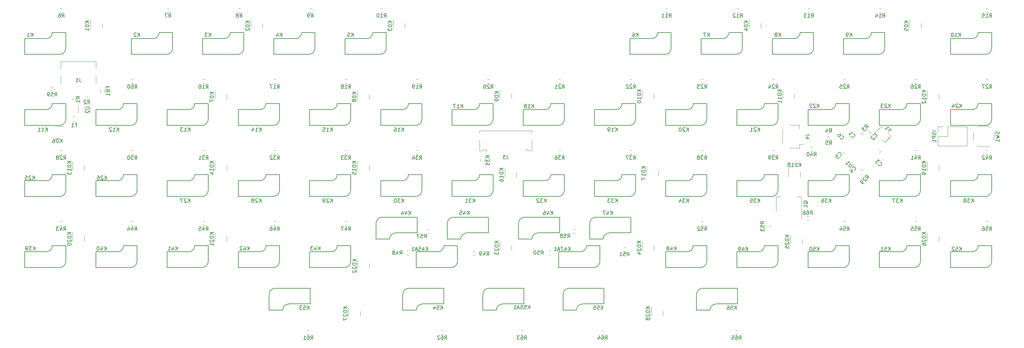
<source format=gbr>
%TF.GenerationSoftware,KiCad,Pcbnew,7.0.1-0*%
%TF.CreationDate,2023-07-02T14:27:38+03:00*%
%TF.ProjectId,30cent,33306365-6e74-42e6-9b69-6361645f7063,rev?*%
%TF.SameCoordinates,Original*%
%TF.FileFunction,Legend,Bot*%
%TF.FilePolarity,Positive*%
%FSLAX46Y46*%
G04 Gerber Fmt 4.6, Leading zero omitted, Abs format (unit mm)*
G04 Created by KiCad (PCBNEW 7.0.1-0) date 2023-07-02 14:27:38*
%MOMM*%
%LPD*%
G01*
G04 APERTURE LIST*
%ADD10C,0.150000*%
%ADD11C,0.120000*%
G04 APERTURE END LIST*
D10*
%TO.C,K13*%
X64714285Y-58819119D02*
X64714285Y-57819119D01*
X64142857Y-58819119D02*
X64571428Y-58247690D01*
X64142857Y-57819119D02*
X64714285Y-58390547D01*
X63190476Y-58819119D02*
X63761904Y-58819119D01*
X63476190Y-58819119D02*
X63476190Y-57819119D01*
X63476190Y-57819119D02*
X63571428Y-57961976D01*
X63571428Y-57961976D02*
X63666666Y-58057214D01*
X63666666Y-58057214D02*
X63761904Y-58104833D01*
X62857142Y-57819119D02*
X62238095Y-57819119D01*
X62238095Y-57819119D02*
X62571428Y-58200071D01*
X62571428Y-58200071D02*
X62428571Y-58200071D01*
X62428571Y-58200071D02*
X62333333Y-58247690D01*
X62333333Y-58247690D02*
X62285714Y-58295309D01*
X62285714Y-58295309D02*
X62238095Y-58390547D01*
X62238095Y-58390547D02*
X62238095Y-58628642D01*
X62238095Y-58628642D02*
X62285714Y-58723880D01*
X62285714Y-58723880D02*
X62333333Y-58771500D01*
X62333333Y-58771500D02*
X62428571Y-58819119D01*
X62428571Y-58819119D02*
X62714285Y-58819119D01*
X62714285Y-58819119D02*
X62809523Y-58771500D01*
X62809523Y-58771500D02*
X62857142Y-58723880D01*
%TO.C,KD3*%
X118712619Y-29256905D02*
X117712619Y-29256905D01*
X118712619Y-29828333D02*
X118141190Y-29399762D01*
X117712619Y-29828333D02*
X118284047Y-29256905D01*
X118712619Y-30256905D02*
X117712619Y-30256905D01*
X117712619Y-30256905D02*
X117712619Y-30495000D01*
X117712619Y-30495000D02*
X117760238Y-30637857D01*
X117760238Y-30637857D02*
X117855476Y-30733095D01*
X117855476Y-30733095D02*
X117950714Y-30780714D01*
X117950714Y-30780714D02*
X118141190Y-30828333D01*
X118141190Y-30828333D02*
X118284047Y-30828333D01*
X118284047Y-30828333D02*
X118474523Y-30780714D01*
X118474523Y-30780714D02*
X118569761Y-30733095D01*
X118569761Y-30733095D02*
X118665000Y-30637857D01*
X118665000Y-30637857D02*
X118712619Y-30495000D01*
X118712619Y-30495000D02*
X118712619Y-30256905D01*
X117712619Y-31161667D02*
X117712619Y-31780714D01*
X117712619Y-31780714D02*
X118093571Y-31447381D01*
X118093571Y-31447381D02*
X118093571Y-31590238D01*
X118093571Y-31590238D02*
X118141190Y-31685476D01*
X118141190Y-31685476D02*
X118188809Y-31733095D01*
X118188809Y-31733095D02*
X118284047Y-31780714D01*
X118284047Y-31780714D02*
X118522142Y-31780714D01*
X118522142Y-31780714D02*
X118617380Y-31733095D01*
X118617380Y-31733095D02*
X118665000Y-31685476D01*
X118665000Y-31685476D02*
X118712619Y-31590238D01*
X118712619Y-31590238D02*
X118712619Y-31304524D01*
X118712619Y-31304524D02*
X118665000Y-31209286D01*
X118665000Y-31209286D02*
X118617380Y-31161667D01*
%TO.C,KD21*%
X71087619Y-85930714D02*
X70087619Y-85930714D01*
X71087619Y-86502142D02*
X70516190Y-86073571D01*
X70087619Y-86502142D02*
X70659047Y-85930714D01*
X71087619Y-86930714D02*
X70087619Y-86930714D01*
X70087619Y-86930714D02*
X70087619Y-87168809D01*
X70087619Y-87168809D02*
X70135238Y-87311666D01*
X70135238Y-87311666D02*
X70230476Y-87406904D01*
X70230476Y-87406904D02*
X70325714Y-87454523D01*
X70325714Y-87454523D02*
X70516190Y-87502142D01*
X70516190Y-87502142D02*
X70659047Y-87502142D01*
X70659047Y-87502142D02*
X70849523Y-87454523D01*
X70849523Y-87454523D02*
X70944761Y-87406904D01*
X70944761Y-87406904D02*
X71040000Y-87311666D01*
X71040000Y-87311666D02*
X71087619Y-87168809D01*
X71087619Y-87168809D02*
X71087619Y-86930714D01*
X70182857Y-87883095D02*
X70135238Y-87930714D01*
X70135238Y-87930714D02*
X70087619Y-88025952D01*
X70087619Y-88025952D02*
X70087619Y-88264047D01*
X70087619Y-88264047D02*
X70135238Y-88359285D01*
X70135238Y-88359285D02*
X70182857Y-88406904D01*
X70182857Y-88406904D02*
X70278095Y-88454523D01*
X70278095Y-88454523D02*
X70373333Y-88454523D01*
X70373333Y-88454523D02*
X70516190Y-88406904D01*
X70516190Y-88406904D02*
X71087619Y-87835476D01*
X71087619Y-87835476D02*
X71087619Y-88454523D01*
X71087619Y-89406904D02*
X71087619Y-88835476D01*
X71087619Y-89121190D02*
X70087619Y-89121190D01*
X70087619Y-89121190D02*
X70230476Y-89025952D01*
X70230476Y-89025952D02*
X70325714Y-88930714D01*
X70325714Y-88930714D02*
X70373333Y-88835476D01*
%TO.C,C4*%
X242494628Y-69219426D02*
X242561971Y-69219426D01*
X242561971Y-69219426D02*
X242696658Y-69152083D01*
X242696658Y-69152083D02*
X242764002Y-69084739D01*
X242764002Y-69084739D02*
X242831345Y-68950052D01*
X242831345Y-68950052D02*
X242831345Y-68815365D01*
X242831345Y-68815365D02*
X242797674Y-68714350D01*
X242797674Y-68714350D02*
X242696658Y-68545991D01*
X242696658Y-68545991D02*
X242595643Y-68444976D01*
X242595643Y-68444976D02*
X242427284Y-68343961D01*
X242427284Y-68343961D02*
X242326269Y-68310289D01*
X242326269Y-68310289D02*
X242191582Y-68310289D01*
X242191582Y-68310289D02*
X242056895Y-68377632D01*
X242056895Y-68377632D02*
X241989552Y-68444976D01*
X241989552Y-68444976D02*
X241922208Y-68579663D01*
X241922208Y-68579663D02*
X241922208Y-68647006D01*
X241484475Y-69421457D02*
X241955880Y-69892861D01*
X241383460Y-68983724D02*
X242056895Y-69320442D01*
X242056895Y-69320442D02*
X241619162Y-69758174D01*
%TO.C,K11*%
X26614285Y-58819119D02*
X26614285Y-57819119D01*
X26042857Y-58819119D02*
X26471428Y-58247690D01*
X26042857Y-57819119D02*
X26614285Y-58390547D01*
X25090476Y-58819119D02*
X25661904Y-58819119D01*
X25376190Y-58819119D02*
X25376190Y-57819119D01*
X25376190Y-57819119D02*
X25471428Y-57961976D01*
X25471428Y-57961976D02*
X25566666Y-58057214D01*
X25566666Y-58057214D02*
X25661904Y-58104833D01*
X24138095Y-58819119D02*
X24709523Y-58819119D01*
X24423809Y-58819119D02*
X24423809Y-57819119D01*
X24423809Y-57819119D02*
X24519047Y-57961976D01*
X24519047Y-57961976D02*
X24614285Y-58057214D01*
X24614285Y-58057214D02*
X24709523Y-58104833D01*
%TO.C,KD1*%
X37750119Y-29256905D02*
X36750119Y-29256905D01*
X37750119Y-29828333D02*
X37178690Y-29399762D01*
X36750119Y-29828333D02*
X37321547Y-29256905D01*
X37750119Y-30256905D02*
X36750119Y-30256905D01*
X36750119Y-30256905D02*
X36750119Y-30495000D01*
X36750119Y-30495000D02*
X36797738Y-30637857D01*
X36797738Y-30637857D02*
X36892976Y-30733095D01*
X36892976Y-30733095D02*
X36988214Y-30780714D01*
X36988214Y-30780714D02*
X37178690Y-30828333D01*
X37178690Y-30828333D02*
X37321547Y-30828333D01*
X37321547Y-30828333D02*
X37512023Y-30780714D01*
X37512023Y-30780714D02*
X37607261Y-30733095D01*
X37607261Y-30733095D02*
X37702500Y-30637857D01*
X37702500Y-30637857D02*
X37750119Y-30495000D01*
X37750119Y-30495000D02*
X37750119Y-30256905D01*
X37750119Y-31780714D02*
X37750119Y-31209286D01*
X37750119Y-31495000D02*
X36750119Y-31495000D01*
X36750119Y-31495000D02*
X36892976Y-31399762D01*
X36892976Y-31399762D02*
X36988214Y-31304524D01*
X36988214Y-31304524D02*
X37035833Y-31209286D01*
%TO.C,R23*%
X202382857Y-47295119D02*
X202716190Y-46818928D01*
X202954285Y-47295119D02*
X202954285Y-46295119D01*
X202954285Y-46295119D02*
X202573333Y-46295119D01*
X202573333Y-46295119D02*
X202478095Y-46342738D01*
X202478095Y-46342738D02*
X202430476Y-46390357D01*
X202430476Y-46390357D02*
X202382857Y-46485595D01*
X202382857Y-46485595D02*
X202382857Y-46628452D01*
X202382857Y-46628452D02*
X202430476Y-46723690D01*
X202430476Y-46723690D02*
X202478095Y-46771309D01*
X202478095Y-46771309D02*
X202573333Y-46818928D01*
X202573333Y-46818928D02*
X202954285Y-46818928D01*
X202001904Y-46390357D02*
X201954285Y-46342738D01*
X201954285Y-46342738D02*
X201859047Y-46295119D01*
X201859047Y-46295119D02*
X201620952Y-46295119D01*
X201620952Y-46295119D02*
X201525714Y-46342738D01*
X201525714Y-46342738D02*
X201478095Y-46390357D01*
X201478095Y-46390357D02*
X201430476Y-46485595D01*
X201430476Y-46485595D02*
X201430476Y-46580833D01*
X201430476Y-46580833D02*
X201478095Y-46723690D01*
X201478095Y-46723690D02*
X202049523Y-47295119D01*
X202049523Y-47295119D02*
X201430476Y-47295119D01*
X201097142Y-46295119D02*
X200478095Y-46295119D01*
X200478095Y-46295119D02*
X200811428Y-46676071D01*
X200811428Y-46676071D02*
X200668571Y-46676071D01*
X200668571Y-46676071D02*
X200573333Y-46723690D01*
X200573333Y-46723690D02*
X200525714Y-46771309D01*
X200525714Y-46771309D02*
X200478095Y-46866547D01*
X200478095Y-46866547D02*
X200478095Y-47104642D01*
X200478095Y-47104642D02*
X200525714Y-47199880D01*
X200525714Y-47199880D02*
X200573333Y-47247500D01*
X200573333Y-47247500D02*
X200668571Y-47295119D01*
X200668571Y-47295119D02*
X200954285Y-47295119D01*
X200954285Y-47295119D02*
X201049523Y-47247500D01*
X201049523Y-47247500D02*
X201097142Y-47199880D01*
%TO.C,K27*%
X64714285Y-77869119D02*
X64714285Y-76869119D01*
X64142857Y-77869119D02*
X64571428Y-77297690D01*
X64142857Y-76869119D02*
X64714285Y-77440547D01*
X63761904Y-76964357D02*
X63714285Y-76916738D01*
X63714285Y-76916738D02*
X63619047Y-76869119D01*
X63619047Y-76869119D02*
X63380952Y-76869119D01*
X63380952Y-76869119D02*
X63285714Y-76916738D01*
X63285714Y-76916738D02*
X63238095Y-76964357D01*
X63238095Y-76964357D02*
X63190476Y-77059595D01*
X63190476Y-77059595D02*
X63190476Y-77154833D01*
X63190476Y-77154833D02*
X63238095Y-77297690D01*
X63238095Y-77297690D02*
X63809523Y-77869119D01*
X63809523Y-77869119D02*
X63190476Y-77869119D01*
X62857142Y-76869119D02*
X62190476Y-76869119D01*
X62190476Y-76869119D02*
X62619047Y-77869119D01*
%TO.C,K5*%
X108434094Y-33419119D02*
X108434094Y-32419119D01*
X107862666Y-33419119D02*
X108291237Y-32847690D01*
X107862666Y-32419119D02*
X108434094Y-32990547D01*
X106957904Y-32419119D02*
X107434094Y-32419119D01*
X107434094Y-32419119D02*
X107481713Y-32895309D01*
X107481713Y-32895309D02*
X107434094Y-32847690D01*
X107434094Y-32847690D02*
X107338856Y-32800071D01*
X107338856Y-32800071D02*
X107100761Y-32800071D01*
X107100761Y-32800071D02*
X107005523Y-32847690D01*
X107005523Y-32847690D02*
X106957904Y-32895309D01*
X106957904Y-32895309D02*
X106910285Y-32990547D01*
X106910285Y-32990547D02*
X106910285Y-33228642D01*
X106910285Y-33228642D02*
X106957904Y-33323880D01*
X106957904Y-33323880D02*
X107005523Y-33371500D01*
X107005523Y-33371500D02*
X107100761Y-33419119D01*
X107100761Y-33419119D02*
X107338856Y-33419119D01*
X107338856Y-33419119D02*
X107434094Y-33371500D01*
X107434094Y-33371500D02*
X107481713Y-33323880D01*
%TO.C,K45A1*%
X128357047Y-90823119D02*
X128357047Y-89823119D01*
X127785619Y-90823119D02*
X128214190Y-90251690D01*
X127785619Y-89823119D02*
X128357047Y-90394547D01*
X126928476Y-90156452D02*
X126928476Y-90823119D01*
X127166571Y-89775500D02*
X127404666Y-90489785D01*
X127404666Y-90489785D02*
X126785619Y-90489785D01*
X125928476Y-89823119D02*
X126404666Y-89823119D01*
X126404666Y-89823119D02*
X126452285Y-90299309D01*
X126452285Y-90299309D02*
X126404666Y-90251690D01*
X126404666Y-90251690D02*
X126309428Y-90204071D01*
X126309428Y-90204071D02*
X126071333Y-90204071D01*
X126071333Y-90204071D02*
X125976095Y-90251690D01*
X125976095Y-90251690D02*
X125928476Y-90299309D01*
X125928476Y-90299309D02*
X125880857Y-90394547D01*
X125880857Y-90394547D02*
X125880857Y-90632642D01*
X125880857Y-90632642D02*
X125928476Y-90727880D01*
X125928476Y-90727880D02*
X125976095Y-90775500D01*
X125976095Y-90775500D02*
X126071333Y-90823119D01*
X126071333Y-90823119D02*
X126309428Y-90823119D01*
X126309428Y-90823119D02*
X126404666Y-90775500D01*
X126404666Y-90775500D02*
X126452285Y-90727880D01*
X125499904Y-90537404D02*
X125023714Y-90537404D01*
X125595142Y-90823119D02*
X125261809Y-89823119D01*
X125261809Y-89823119D02*
X124928476Y-90823119D01*
X124071333Y-90823119D02*
X124642761Y-90823119D01*
X124357047Y-90823119D02*
X124357047Y-89823119D01*
X124357047Y-89823119D02*
X124452285Y-89965976D01*
X124452285Y-89965976D02*
X124547523Y-90061214D01*
X124547523Y-90061214D02*
X124642761Y-90108833D01*
%TO.C,R15*%
X278582857Y-28245119D02*
X278916190Y-27768928D01*
X279154285Y-28245119D02*
X279154285Y-27245119D01*
X279154285Y-27245119D02*
X278773333Y-27245119D01*
X278773333Y-27245119D02*
X278678095Y-27292738D01*
X278678095Y-27292738D02*
X278630476Y-27340357D01*
X278630476Y-27340357D02*
X278582857Y-27435595D01*
X278582857Y-27435595D02*
X278582857Y-27578452D01*
X278582857Y-27578452D02*
X278630476Y-27673690D01*
X278630476Y-27673690D02*
X278678095Y-27721309D01*
X278678095Y-27721309D02*
X278773333Y-27768928D01*
X278773333Y-27768928D02*
X279154285Y-27768928D01*
X277630476Y-28245119D02*
X278201904Y-28245119D01*
X277916190Y-28245119D02*
X277916190Y-27245119D01*
X277916190Y-27245119D02*
X278011428Y-27387976D01*
X278011428Y-27387976D02*
X278106666Y-27483214D01*
X278106666Y-27483214D02*
X278201904Y-27530833D01*
X276725714Y-27245119D02*
X277201904Y-27245119D01*
X277201904Y-27245119D02*
X277249523Y-27721309D01*
X277249523Y-27721309D02*
X277201904Y-27673690D01*
X277201904Y-27673690D02*
X277106666Y-27626071D01*
X277106666Y-27626071D02*
X276868571Y-27626071D01*
X276868571Y-27626071D02*
X276773333Y-27673690D01*
X276773333Y-27673690D02*
X276725714Y-27721309D01*
X276725714Y-27721309D02*
X276678095Y-27816547D01*
X276678095Y-27816547D02*
X276678095Y-28054642D01*
X276678095Y-28054642D02*
X276725714Y-28149880D01*
X276725714Y-28149880D02*
X276773333Y-28197500D01*
X276773333Y-28197500D02*
X276868571Y-28245119D01*
X276868571Y-28245119D02*
X277106666Y-28245119D01*
X277106666Y-28245119D02*
X277201904Y-28197500D01*
X277201904Y-28197500D02*
X277249523Y-28149880D01*
%TO.C,KD12*%
X261587619Y-47830714D02*
X260587619Y-47830714D01*
X261587619Y-48402142D02*
X261016190Y-47973571D01*
X260587619Y-48402142D02*
X261159047Y-47830714D01*
X261587619Y-48830714D02*
X260587619Y-48830714D01*
X260587619Y-48830714D02*
X260587619Y-49068809D01*
X260587619Y-49068809D02*
X260635238Y-49211666D01*
X260635238Y-49211666D02*
X260730476Y-49306904D01*
X260730476Y-49306904D02*
X260825714Y-49354523D01*
X260825714Y-49354523D02*
X261016190Y-49402142D01*
X261016190Y-49402142D02*
X261159047Y-49402142D01*
X261159047Y-49402142D02*
X261349523Y-49354523D01*
X261349523Y-49354523D02*
X261444761Y-49306904D01*
X261444761Y-49306904D02*
X261540000Y-49211666D01*
X261540000Y-49211666D02*
X261587619Y-49068809D01*
X261587619Y-49068809D02*
X261587619Y-48830714D01*
X261587619Y-50354523D02*
X261587619Y-49783095D01*
X261587619Y-50068809D02*
X260587619Y-50068809D01*
X260587619Y-50068809D02*
X260730476Y-49973571D01*
X260730476Y-49973571D02*
X260825714Y-49878333D01*
X260825714Y-49878333D02*
X260873333Y-49783095D01*
X260682857Y-50735476D02*
X260635238Y-50783095D01*
X260635238Y-50783095D02*
X260587619Y-50878333D01*
X260587619Y-50878333D02*
X260587619Y-51116428D01*
X260587619Y-51116428D02*
X260635238Y-51211666D01*
X260635238Y-51211666D02*
X260682857Y-51259285D01*
X260682857Y-51259285D02*
X260778095Y-51306904D01*
X260778095Y-51306904D02*
X260873333Y-51306904D01*
X260873333Y-51306904D02*
X261016190Y-51259285D01*
X261016190Y-51259285D02*
X261587619Y-50687857D01*
X261587619Y-50687857D02*
X261587619Y-51306904D01*
%TO.C,KD7*%
X71087619Y-48306905D02*
X70087619Y-48306905D01*
X71087619Y-48878333D02*
X70516190Y-48449762D01*
X70087619Y-48878333D02*
X70659047Y-48306905D01*
X71087619Y-49306905D02*
X70087619Y-49306905D01*
X70087619Y-49306905D02*
X70087619Y-49545000D01*
X70087619Y-49545000D02*
X70135238Y-49687857D01*
X70135238Y-49687857D02*
X70230476Y-49783095D01*
X70230476Y-49783095D02*
X70325714Y-49830714D01*
X70325714Y-49830714D02*
X70516190Y-49878333D01*
X70516190Y-49878333D02*
X70659047Y-49878333D01*
X70659047Y-49878333D02*
X70849523Y-49830714D01*
X70849523Y-49830714D02*
X70944761Y-49783095D01*
X70944761Y-49783095D02*
X71040000Y-49687857D01*
X71040000Y-49687857D02*
X71087619Y-49545000D01*
X71087619Y-49545000D02*
X71087619Y-49306905D01*
X70087619Y-50211667D02*
X70087619Y-50878333D01*
X70087619Y-50878333D02*
X71087619Y-50449762D01*
%TO.C,K42*%
X80589285Y-90696119D02*
X80589285Y-89696119D01*
X80017857Y-90696119D02*
X80446428Y-90124690D01*
X80017857Y-89696119D02*
X80589285Y-90267547D01*
X79160714Y-90029452D02*
X79160714Y-90696119D01*
X79398809Y-89648500D02*
X79636904Y-90362785D01*
X79636904Y-90362785D02*
X79017857Y-90362785D01*
X78684523Y-89791357D02*
X78636904Y-89743738D01*
X78636904Y-89743738D02*
X78541666Y-89696119D01*
X78541666Y-89696119D02*
X78303571Y-89696119D01*
X78303571Y-89696119D02*
X78208333Y-89743738D01*
X78208333Y-89743738D02*
X78160714Y-89791357D01*
X78160714Y-89791357D02*
X78113095Y-89886595D01*
X78113095Y-89886595D02*
X78113095Y-89981833D01*
X78113095Y-89981833D02*
X78160714Y-90124690D01*
X78160714Y-90124690D02*
X78732142Y-90696119D01*
X78732142Y-90696119D02*
X78113095Y-90696119D01*
%TO.C,R42*%
X278582857Y-66345119D02*
X278916190Y-65868928D01*
X279154285Y-66345119D02*
X279154285Y-65345119D01*
X279154285Y-65345119D02*
X278773333Y-65345119D01*
X278773333Y-65345119D02*
X278678095Y-65392738D01*
X278678095Y-65392738D02*
X278630476Y-65440357D01*
X278630476Y-65440357D02*
X278582857Y-65535595D01*
X278582857Y-65535595D02*
X278582857Y-65678452D01*
X278582857Y-65678452D02*
X278630476Y-65773690D01*
X278630476Y-65773690D02*
X278678095Y-65821309D01*
X278678095Y-65821309D02*
X278773333Y-65868928D01*
X278773333Y-65868928D02*
X279154285Y-65868928D01*
X277725714Y-65678452D02*
X277725714Y-66345119D01*
X277963809Y-65297500D02*
X278201904Y-66011785D01*
X278201904Y-66011785D02*
X277582857Y-66011785D01*
X277249523Y-65440357D02*
X277201904Y-65392738D01*
X277201904Y-65392738D02*
X277106666Y-65345119D01*
X277106666Y-65345119D02*
X276868571Y-65345119D01*
X276868571Y-65345119D02*
X276773333Y-65392738D01*
X276773333Y-65392738D02*
X276725714Y-65440357D01*
X276725714Y-65440357D02*
X276678095Y-65535595D01*
X276678095Y-65535595D02*
X276678095Y-65630833D01*
X276678095Y-65630833D02*
X276725714Y-65773690D01*
X276725714Y-65773690D02*
X277297142Y-66345119D01*
X277297142Y-66345119D02*
X276678095Y-66345119D01*
%TO.C,R37*%
X183332857Y-66345119D02*
X183666190Y-65868928D01*
X183904285Y-66345119D02*
X183904285Y-65345119D01*
X183904285Y-65345119D02*
X183523333Y-65345119D01*
X183523333Y-65345119D02*
X183428095Y-65392738D01*
X183428095Y-65392738D02*
X183380476Y-65440357D01*
X183380476Y-65440357D02*
X183332857Y-65535595D01*
X183332857Y-65535595D02*
X183332857Y-65678452D01*
X183332857Y-65678452D02*
X183380476Y-65773690D01*
X183380476Y-65773690D02*
X183428095Y-65821309D01*
X183428095Y-65821309D02*
X183523333Y-65868928D01*
X183523333Y-65868928D02*
X183904285Y-65868928D01*
X182999523Y-65345119D02*
X182380476Y-65345119D01*
X182380476Y-65345119D02*
X182713809Y-65726071D01*
X182713809Y-65726071D02*
X182570952Y-65726071D01*
X182570952Y-65726071D02*
X182475714Y-65773690D01*
X182475714Y-65773690D02*
X182428095Y-65821309D01*
X182428095Y-65821309D02*
X182380476Y-65916547D01*
X182380476Y-65916547D02*
X182380476Y-66154642D01*
X182380476Y-66154642D02*
X182428095Y-66249880D01*
X182428095Y-66249880D02*
X182475714Y-66297500D01*
X182475714Y-66297500D02*
X182570952Y-66345119D01*
X182570952Y-66345119D02*
X182856666Y-66345119D01*
X182856666Y-66345119D02*
X182951904Y-66297500D01*
X182951904Y-66297500D02*
X182999523Y-66249880D01*
X182047142Y-65345119D02*
X181380476Y-65345119D01*
X181380476Y-65345119D02*
X181809047Y-66345119D01*
%TO.C,KD28*%
X187768869Y-105918214D02*
X186768869Y-105918214D01*
X187768869Y-106489642D02*
X187197440Y-106061071D01*
X186768869Y-106489642D02*
X187340297Y-105918214D01*
X187768869Y-106918214D02*
X186768869Y-106918214D01*
X186768869Y-106918214D02*
X186768869Y-107156309D01*
X186768869Y-107156309D02*
X186816488Y-107299166D01*
X186816488Y-107299166D02*
X186911726Y-107394404D01*
X186911726Y-107394404D02*
X187006964Y-107442023D01*
X187006964Y-107442023D02*
X187197440Y-107489642D01*
X187197440Y-107489642D02*
X187340297Y-107489642D01*
X187340297Y-107489642D02*
X187530773Y-107442023D01*
X187530773Y-107442023D02*
X187626011Y-107394404D01*
X187626011Y-107394404D02*
X187721250Y-107299166D01*
X187721250Y-107299166D02*
X187768869Y-107156309D01*
X187768869Y-107156309D02*
X187768869Y-106918214D01*
X186864107Y-107870595D02*
X186816488Y-107918214D01*
X186816488Y-107918214D02*
X186768869Y-108013452D01*
X186768869Y-108013452D02*
X186768869Y-108251547D01*
X186768869Y-108251547D02*
X186816488Y-108346785D01*
X186816488Y-108346785D02*
X186864107Y-108394404D01*
X186864107Y-108394404D02*
X186959345Y-108442023D01*
X186959345Y-108442023D02*
X187054583Y-108442023D01*
X187054583Y-108442023D02*
X187197440Y-108394404D01*
X187197440Y-108394404D02*
X187768869Y-107822976D01*
X187768869Y-107822976D02*
X187768869Y-108442023D01*
X187197440Y-109013452D02*
X187149821Y-108918214D01*
X187149821Y-108918214D02*
X187102202Y-108870595D01*
X187102202Y-108870595D02*
X187006964Y-108822976D01*
X187006964Y-108822976D02*
X186959345Y-108822976D01*
X186959345Y-108822976D02*
X186864107Y-108870595D01*
X186864107Y-108870595D02*
X186816488Y-108918214D01*
X186816488Y-108918214D02*
X186768869Y-109013452D01*
X186768869Y-109013452D02*
X186768869Y-109203928D01*
X186768869Y-109203928D02*
X186816488Y-109299166D01*
X186816488Y-109299166D02*
X186864107Y-109346785D01*
X186864107Y-109346785D02*
X186959345Y-109394404D01*
X186959345Y-109394404D02*
X187006964Y-109394404D01*
X187006964Y-109394404D02*
X187102202Y-109346785D01*
X187102202Y-109346785D02*
X187149821Y-109299166D01*
X187149821Y-109299166D02*
X187197440Y-109203928D01*
X187197440Y-109203928D02*
X187197440Y-109013452D01*
X187197440Y-109013452D02*
X187245059Y-108918214D01*
X187245059Y-108918214D02*
X187292678Y-108870595D01*
X187292678Y-108870595D02*
X187387916Y-108822976D01*
X187387916Y-108822976D02*
X187578392Y-108822976D01*
X187578392Y-108822976D02*
X187673630Y-108870595D01*
X187673630Y-108870595D02*
X187721250Y-108918214D01*
X187721250Y-108918214D02*
X187768869Y-109013452D01*
X187768869Y-109013452D02*
X187768869Y-109203928D01*
X187768869Y-109203928D02*
X187721250Y-109299166D01*
X187721250Y-109299166D02*
X187673630Y-109346785D01*
X187673630Y-109346785D02*
X187578392Y-109394404D01*
X187578392Y-109394404D02*
X187387916Y-109394404D01*
X187387916Y-109394404D02*
X187292678Y-109346785D01*
X187292678Y-109346785D02*
X187245059Y-109299166D01*
X187245059Y-109299166D02*
X187197440Y-109203928D01*
%TO.C,R43*%
X30932857Y-85395119D02*
X31266190Y-84918928D01*
X31504285Y-85395119D02*
X31504285Y-84395119D01*
X31504285Y-84395119D02*
X31123333Y-84395119D01*
X31123333Y-84395119D02*
X31028095Y-84442738D01*
X31028095Y-84442738D02*
X30980476Y-84490357D01*
X30980476Y-84490357D02*
X30932857Y-84585595D01*
X30932857Y-84585595D02*
X30932857Y-84728452D01*
X30932857Y-84728452D02*
X30980476Y-84823690D01*
X30980476Y-84823690D02*
X31028095Y-84871309D01*
X31028095Y-84871309D02*
X31123333Y-84918928D01*
X31123333Y-84918928D02*
X31504285Y-84918928D01*
X30075714Y-84728452D02*
X30075714Y-85395119D01*
X30313809Y-84347500D02*
X30551904Y-85061785D01*
X30551904Y-85061785D02*
X29932857Y-85061785D01*
X29647142Y-84395119D02*
X29028095Y-84395119D01*
X29028095Y-84395119D02*
X29361428Y-84776071D01*
X29361428Y-84776071D02*
X29218571Y-84776071D01*
X29218571Y-84776071D02*
X29123333Y-84823690D01*
X29123333Y-84823690D02*
X29075714Y-84871309D01*
X29075714Y-84871309D02*
X29028095Y-84966547D01*
X29028095Y-84966547D02*
X29028095Y-85204642D01*
X29028095Y-85204642D02*
X29075714Y-85299880D01*
X29075714Y-85299880D02*
X29123333Y-85347500D01*
X29123333Y-85347500D02*
X29218571Y-85395119D01*
X29218571Y-85395119D02*
X29504285Y-85395119D01*
X29504285Y-85395119D02*
X29599523Y-85347500D01*
X29599523Y-85347500D02*
X29647142Y-85299880D01*
%TO.C,KD6*%
X30538094Y-61867119D02*
X30538094Y-60867119D01*
X29966666Y-61867119D02*
X30395237Y-61295690D01*
X29966666Y-60867119D02*
X30538094Y-61438547D01*
X29538094Y-61867119D02*
X29538094Y-60867119D01*
X29538094Y-60867119D02*
X29299999Y-60867119D01*
X29299999Y-60867119D02*
X29157142Y-60914738D01*
X29157142Y-60914738D02*
X29061904Y-61009976D01*
X29061904Y-61009976D02*
X29014285Y-61105214D01*
X29014285Y-61105214D02*
X28966666Y-61295690D01*
X28966666Y-61295690D02*
X28966666Y-61438547D01*
X28966666Y-61438547D02*
X29014285Y-61629023D01*
X29014285Y-61629023D02*
X29061904Y-61724261D01*
X29061904Y-61724261D02*
X29157142Y-61819500D01*
X29157142Y-61819500D02*
X29299999Y-61867119D01*
X29299999Y-61867119D02*
X29538094Y-61867119D01*
X28109523Y-60867119D02*
X28299999Y-60867119D01*
X28299999Y-60867119D02*
X28395237Y-60914738D01*
X28395237Y-60914738D02*
X28442856Y-60962357D01*
X28442856Y-60962357D02*
X28538094Y-61105214D01*
X28538094Y-61105214D02*
X28585713Y-61295690D01*
X28585713Y-61295690D02*
X28585713Y-61676642D01*
X28585713Y-61676642D02*
X28538094Y-61771880D01*
X28538094Y-61771880D02*
X28490475Y-61819500D01*
X28490475Y-61819500D02*
X28395237Y-61867119D01*
X28395237Y-61867119D02*
X28204761Y-61867119D01*
X28204761Y-61867119D02*
X28109523Y-61819500D01*
X28109523Y-61819500D02*
X28061904Y-61771880D01*
X28061904Y-61771880D02*
X28014285Y-61676642D01*
X28014285Y-61676642D02*
X28014285Y-61438547D01*
X28014285Y-61438547D02*
X28061904Y-61343309D01*
X28061904Y-61343309D02*
X28109523Y-61295690D01*
X28109523Y-61295690D02*
X28204761Y-61248071D01*
X28204761Y-61248071D02*
X28395237Y-61248071D01*
X28395237Y-61248071D02*
X28490475Y-61295690D01*
X28490475Y-61295690D02*
X28538094Y-61343309D01*
X28538094Y-61343309D02*
X28585713Y-61438547D01*
%TO.C,R57*%
X127388857Y-87394119D02*
X127722190Y-86917928D01*
X127960285Y-87394119D02*
X127960285Y-86394119D01*
X127960285Y-86394119D02*
X127579333Y-86394119D01*
X127579333Y-86394119D02*
X127484095Y-86441738D01*
X127484095Y-86441738D02*
X127436476Y-86489357D01*
X127436476Y-86489357D02*
X127388857Y-86584595D01*
X127388857Y-86584595D02*
X127388857Y-86727452D01*
X127388857Y-86727452D02*
X127436476Y-86822690D01*
X127436476Y-86822690D02*
X127484095Y-86870309D01*
X127484095Y-86870309D02*
X127579333Y-86917928D01*
X127579333Y-86917928D02*
X127960285Y-86917928D01*
X126484095Y-86394119D02*
X126960285Y-86394119D01*
X126960285Y-86394119D02*
X127007904Y-86870309D01*
X127007904Y-86870309D02*
X126960285Y-86822690D01*
X126960285Y-86822690D02*
X126865047Y-86775071D01*
X126865047Y-86775071D02*
X126626952Y-86775071D01*
X126626952Y-86775071D02*
X126531714Y-86822690D01*
X126531714Y-86822690D02*
X126484095Y-86870309D01*
X126484095Y-86870309D02*
X126436476Y-86965547D01*
X126436476Y-86965547D02*
X126436476Y-87203642D01*
X126436476Y-87203642D02*
X126484095Y-87298880D01*
X126484095Y-87298880D02*
X126531714Y-87346500D01*
X126531714Y-87346500D02*
X126626952Y-87394119D01*
X126626952Y-87394119D02*
X126865047Y-87394119D01*
X126865047Y-87394119D02*
X126960285Y-87346500D01*
X126960285Y-87346500D02*
X127007904Y-87298880D01*
X126103142Y-86394119D02*
X125436476Y-86394119D01*
X125436476Y-86394119D02*
X125865047Y-87394119D01*
%TO.C,R63*%
X154185857Y-114605119D02*
X154519190Y-114128928D01*
X154757285Y-114605119D02*
X154757285Y-113605119D01*
X154757285Y-113605119D02*
X154376333Y-113605119D01*
X154376333Y-113605119D02*
X154281095Y-113652738D01*
X154281095Y-113652738D02*
X154233476Y-113700357D01*
X154233476Y-113700357D02*
X154185857Y-113795595D01*
X154185857Y-113795595D02*
X154185857Y-113938452D01*
X154185857Y-113938452D02*
X154233476Y-114033690D01*
X154233476Y-114033690D02*
X154281095Y-114081309D01*
X154281095Y-114081309D02*
X154376333Y-114128928D01*
X154376333Y-114128928D02*
X154757285Y-114128928D01*
X153328714Y-113605119D02*
X153519190Y-113605119D01*
X153519190Y-113605119D02*
X153614428Y-113652738D01*
X153614428Y-113652738D02*
X153662047Y-113700357D01*
X153662047Y-113700357D02*
X153757285Y-113843214D01*
X153757285Y-113843214D02*
X153804904Y-114033690D01*
X153804904Y-114033690D02*
X153804904Y-114414642D01*
X153804904Y-114414642D02*
X153757285Y-114509880D01*
X153757285Y-114509880D02*
X153709666Y-114557500D01*
X153709666Y-114557500D02*
X153614428Y-114605119D01*
X153614428Y-114605119D02*
X153423952Y-114605119D01*
X153423952Y-114605119D02*
X153328714Y-114557500D01*
X153328714Y-114557500D02*
X153281095Y-114509880D01*
X153281095Y-114509880D02*
X153233476Y-114414642D01*
X153233476Y-114414642D02*
X153233476Y-114176547D01*
X153233476Y-114176547D02*
X153281095Y-114081309D01*
X153281095Y-114081309D02*
X153328714Y-114033690D01*
X153328714Y-114033690D02*
X153423952Y-113986071D01*
X153423952Y-113986071D02*
X153614428Y-113986071D01*
X153614428Y-113986071D02*
X153709666Y-114033690D01*
X153709666Y-114033690D02*
X153757285Y-114081309D01*
X153757285Y-114081309D02*
X153804904Y-114176547D01*
X152900142Y-113605119D02*
X152281095Y-113605119D01*
X152281095Y-113605119D02*
X152614428Y-113986071D01*
X152614428Y-113986071D02*
X152471571Y-113986071D01*
X152471571Y-113986071D02*
X152376333Y-114033690D01*
X152376333Y-114033690D02*
X152328714Y-114081309D01*
X152328714Y-114081309D02*
X152281095Y-114176547D01*
X152281095Y-114176547D02*
X152281095Y-114414642D01*
X152281095Y-114414642D02*
X152328714Y-114509880D01*
X152328714Y-114509880D02*
X152376333Y-114557500D01*
X152376333Y-114557500D02*
X152471571Y-114605119D01*
X152471571Y-114605119D02*
X152757285Y-114605119D01*
X152757285Y-114605119D02*
X152852523Y-114557500D01*
X152852523Y-114557500D02*
X152900142Y-114509880D01*
%TO.C,KD13*%
X32987619Y-66880714D02*
X31987619Y-66880714D01*
X32987619Y-67452142D02*
X32416190Y-67023571D01*
X31987619Y-67452142D02*
X32559047Y-66880714D01*
X32987619Y-67880714D02*
X31987619Y-67880714D01*
X31987619Y-67880714D02*
X31987619Y-68118809D01*
X31987619Y-68118809D02*
X32035238Y-68261666D01*
X32035238Y-68261666D02*
X32130476Y-68356904D01*
X32130476Y-68356904D02*
X32225714Y-68404523D01*
X32225714Y-68404523D02*
X32416190Y-68452142D01*
X32416190Y-68452142D02*
X32559047Y-68452142D01*
X32559047Y-68452142D02*
X32749523Y-68404523D01*
X32749523Y-68404523D02*
X32844761Y-68356904D01*
X32844761Y-68356904D02*
X32940000Y-68261666D01*
X32940000Y-68261666D02*
X32987619Y-68118809D01*
X32987619Y-68118809D02*
X32987619Y-67880714D01*
X32987619Y-69404523D02*
X32987619Y-68833095D01*
X32987619Y-69118809D02*
X31987619Y-69118809D01*
X31987619Y-69118809D02*
X32130476Y-69023571D01*
X32130476Y-69023571D02*
X32225714Y-68928333D01*
X32225714Y-68928333D02*
X32273333Y-68833095D01*
X31987619Y-69737857D02*
X31987619Y-70356904D01*
X31987619Y-70356904D02*
X32368571Y-70023571D01*
X32368571Y-70023571D02*
X32368571Y-70166428D01*
X32368571Y-70166428D02*
X32416190Y-70261666D01*
X32416190Y-70261666D02*
X32463809Y-70309285D01*
X32463809Y-70309285D02*
X32559047Y-70356904D01*
X32559047Y-70356904D02*
X32797142Y-70356904D01*
X32797142Y-70356904D02*
X32892380Y-70309285D01*
X32892380Y-70309285D02*
X32940000Y-70261666D01*
X32940000Y-70261666D02*
X32987619Y-70166428D01*
X32987619Y-70166428D02*
X32987619Y-69880714D01*
X32987619Y-69880714D02*
X32940000Y-69785476D01*
X32940000Y-69785476D02*
X32892380Y-69737857D01*
%TO.C,K14*%
X83764285Y-58819119D02*
X83764285Y-57819119D01*
X83192857Y-58819119D02*
X83621428Y-58247690D01*
X83192857Y-57819119D02*
X83764285Y-58390547D01*
X82240476Y-58819119D02*
X82811904Y-58819119D01*
X82526190Y-58819119D02*
X82526190Y-57819119D01*
X82526190Y-57819119D02*
X82621428Y-57961976D01*
X82621428Y-57961976D02*
X82716666Y-58057214D01*
X82716666Y-58057214D02*
X82811904Y-58104833D01*
X81383333Y-58152452D02*
X81383333Y-58819119D01*
X81621428Y-57771500D02*
X81859523Y-58485785D01*
X81859523Y-58485785D02*
X81240476Y-58485785D01*
%TO.C,KD4*%
X213962619Y-29256905D02*
X212962619Y-29256905D01*
X213962619Y-29828333D02*
X213391190Y-29399762D01*
X212962619Y-29828333D02*
X213534047Y-29256905D01*
X213962619Y-30256905D02*
X212962619Y-30256905D01*
X212962619Y-30256905D02*
X212962619Y-30495000D01*
X212962619Y-30495000D02*
X213010238Y-30637857D01*
X213010238Y-30637857D02*
X213105476Y-30733095D01*
X213105476Y-30733095D02*
X213200714Y-30780714D01*
X213200714Y-30780714D02*
X213391190Y-30828333D01*
X213391190Y-30828333D02*
X213534047Y-30828333D01*
X213534047Y-30828333D02*
X213724523Y-30780714D01*
X213724523Y-30780714D02*
X213819761Y-30733095D01*
X213819761Y-30733095D02*
X213915000Y-30637857D01*
X213915000Y-30637857D02*
X213962619Y-30495000D01*
X213962619Y-30495000D02*
X213962619Y-30256905D01*
X213295952Y-31685476D02*
X213962619Y-31685476D01*
X212915000Y-31447381D02*
X213629285Y-31209286D01*
X213629285Y-31209286D02*
X213629285Y-31828333D01*
%TO.C,R31*%
X69032857Y-66345119D02*
X69366190Y-65868928D01*
X69604285Y-66345119D02*
X69604285Y-65345119D01*
X69604285Y-65345119D02*
X69223333Y-65345119D01*
X69223333Y-65345119D02*
X69128095Y-65392738D01*
X69128095Y-65392738D02*
X69080476Y-65440357D01*
X69080476Y-65440357D02*
X69032857Y-65535595D01*
X69032857Y-65535595D02*
X69032857Y-65678452D01*
X69032857Y-65678452D02*
X69080476Y-65773690D01*
X69080476Y-65773690D02*
X69128095Y-65821309D01*
X69128095Y-65821309D02*
X69223333Y-65868928D01*
X69223333Y-65868928D02*
X69604285Y-65868928D01*
X68699523Y-65345119D02*
X68080476Y-65345119D01*
X68080476Y-65345119D02*
X68413809Y-65726071D01*
X68413809Y-65726071D02*
X68270952Y-65726071D01*
X68270952Y-65726071D02*
X68175714Y-65773690D01*
X68175714Y-65773690D02*
X68128095Y-65821309D01*
X68128095Y-65821309D02*
X68080476Y-65916547D01*
X68080476Y-65916547D02*
X68080476Y-66154642D01*
X68080476Y-66154642D02*
X68128095Y-66249880D01*
X68128095Y-66249880D02*
X68175714Y-66297500D01*
X68175714Y-66297500D02*
X68270952Y-66345119D01*
X68270952Y-66345119D02*
X68556666Y-66345119D01*
X68556666Y-66345119D02*
X68651904Y-66297500D01*
X68651904Y-66297500D02*
X68699523Y-66249880D01*
X67128095Y-66345119D02*
X67699523Y-66345119D01*
X67413809Y-66345119D02*
X67413809Y-65345119D01*
X67413809Y-65345119D02*
X67509047Y-65487976D01*
X67509047Y-65487976D02*
X67604285Y-65583214D01*
X67604285Y-65583214D02*
X67699523Y-65630833D01*
%TO.C,KD2*%
X80612619Y-29256905D02*
X79612619Y-29256905D01*
X80612619Y-29828333D02*
X80041190Y-29399762D01*
X79612619Y-29828333D02*
X80184047Y-29256905D01*
X80612619Y-30256905D02*
X79612619Y-30256905D01*
X79612619Y-30256905D02*
X79612619Y-30495000D01*
X79612619Y-30495000D02*
X79660238Y-30637857D01*
X79660238Y-30637857D02*
X79755476Y-30733095D01*
X79755476Y-30733095D02*
X79850714Y-30780714D01*
X79850714Y-30780714D02*
X80041190Y-30828333D01*
X80041190Y-30828333D02*
X80184047Y-30828333D01*
X80184047Y-30828333D02*
X80374523Y-30780714D01*
X80374523Y-30780714D02*
X80469761Y-30733095D01*
X80469761Y-30733095D02*
X80565000Y-30637857D01*
X80565000Y-30637857D02*
X80612619Y-30495000D01*
X80612619Y-30495000D02*
X80612619Y-30256905D01*
X79707857Y-31209286D02*
X79660238Y-31256905D01*
X79660238Y-31256905D02*
X79612619Y-31352143D01*
X79612619Y-31352143D02*
X79612619Y-31590238D01*
X79612619Y-31590238D02*
X79660238Y-31685476D01*
X79660238Y-31685476D02*
X79707857Y-31733095D01*
X79707857Y-31733095D02*
X79803095Y-31780714D01*
X79803095Y-31780714D02*
X79898333Y-31780714D01*
X79898333Y-31780714D02*
X80041190Y-31733095D01*
X80041190Y-31733095D02*
X80612619Y-31161667D01*
X80612619Y-31161667D02*
X80612619Y-31780714D01*
%TO.C,K25*%
X23164285Y-71745119D02*
X23164285Y-70745119D01*
X22592857Y-71745119D02*
X23021428Y-71173690D01*
X22592857Y-70745119D02*
X23164285Y-71316547D01*
X22211904Y-70840357D02*
X22164285Y-70792738D01*
X22164285Y-70792738D02*
X22069047Y-70745119D01*
X22069047Y-70745119D02*
X21830952Y-70745119D01*
X21830952Y-70745119D02*
X21735714Y-70792738D01*
X21735714Y-70792738D02*
X21688095Y-70840357D01*
X21688095Y-70840357D02*
X21640476Y-70935595D01*
X21640476Y-70935595D02*
X21640476Y-71030833D01*
X21640476Y-71030833D02*
X21688095Y-71173690D01*
X21688095Y-71173690D02*
X22259523Y-71745119D01*
X22259523Y-71745119D02*
X21640476Y-71745119D01*
X20735714Y-70745119D02*
X21211904Y-70745119D01*
X21211904Y-70745119D02*
X21259523Y-71221309D01*
X21259523Y-71221309D02*
X21211904Y-71173690D01*
X21211904Y-71173690D02*
X21116666Y-71126071D01*
X21116666Y-71126071D02*
X20878571Y-71126071D01*
X20878571Y-71126071D02*
X20783333Y-71173690D01*
X20783333Y-71173690D02*
X20735714Y-71221309D01*
X20735714Y-71221309D02*
X20688095Y-71316547D01*
X20688095Y-71316547D02*
X20688095Y-71554642D01*
X20688095Y-71554642D02*
X20735714Y-71649880D01*
X20735714Y-71649880D02*
X20783333Y-71697500D01*
X20783333Y-71697500D02*
X20878571Y-71745119D01*
X20878571Y-71745119D02*
X21116666Y-71745119D01*
X21116666Y-71745119D02*
X21211904Y-71697500D01*
X21211904Y-71697500D02*
X21259523Y-71649880D01*
%TO.C,R35*%
X144861619Y-65914642D02*
X144385428Y-65581309D01*
X144861619Y-65343214D02*
X143861619Y-65343214D01*
X143861619Y-65343214D02*
X143861619Y-65724166D01*
X143861619Y-65724166D02*
X143909238Y-65819404D01*
X143909238Y-65819404D02*
X143956857Y-65867023D01*
X143956857Y-65867023D02*
X144052095Y-65914642D01*
X144052095Y-65914642D02*
X144194952Y-65914642D01*
X144194952Y-65914642D02*
X144290190Y-65867023D01*
X144290190Y-65867023D02*
X144337809Y-65819404D01*
X144337809Y-65819404D02*
X144385428Y-65724166D01*
X144385428Y-65724166D02*
X144385428Y-65343214D01*
X143861619Y-66247976D02*
X143861619Y-66867023D01*
X143861619Y-66867023D02*
X144242571Y-66533690D01*
X144242571Y-66533690D02*
X144242571Y-66676547D01*
X144242571Y-66676547D02*
X144290190Y-66771785D01*
X144290190Y-66771785D02*
X144337809Y-66819404D01*
X144337809Y-66819404D02*
X144433047Y-66867023D01*
X144433047Y-66867023D02*
X144671142Y-66867023D01*
X144671142Y-66867023D02*
X144766380Y-66819404D01*
X144766380Y-66819404D02*
X144814000Y-66771785D01*
X144814000Y-66771785D02*
X144861619Y-66676547D01*
X144861619Y-66676547D02*
X144861619Y-66390833D01*
X144861619Y-66390833D02*
X144814000Y-66295595D01*
X144814000Y-66295595D02*
X144766380Y-66247976D01*
X143861619Y-67771785D02*
X143861619Y-67295595D01*
X143861619Y-67295595D02*
X144337809Y-67247976D01*
X144337809Y-67247976D02*
X144290190Y-67295595D01*
X144290190Y-67295595D02*
X144242571Y-67390833D01*
X144242571Y-67390833D02*
X144242571Y-67628928D01*
X144242571Y-67628928D02*
X144290190Y-67724166D01*
X144290190Y-67724166D02*
X144337809Y-67771785D01*
X144337809Y-67771785D02*
X144433047Y-67819404D01*
X144433047Y-67819404D02*
X144671142Y-67819404D01*
X144671142Y-67819404D02*
X144766380Y-67771785D01*
X144766380Y-67771785D02*
X144814000Y-67724166D01*
X144814000Y-67724166D02*
X144861619Y-67628928D01*
X144861619Y-67628928D02*
X144861619Y-67390833D01*
X144861619Y-67390833D02*
X144814000Y-67295595D01*
X144814000Y-67295595D02*
X144766380Y-67247976D01*
%TO.C,K36*%
X236164285Y-77869119D02*
X236164285Y-76869119D01*
X235592857Y-77869119D02*
X236021428Y-77297690D01*
X235592857Y-76869119D02*
X236164285Y-77440547D01*
X235259523Y-76869119D02*
X234640476Y-76869119D01*
X234640476Y-76869119D02*
X234973809Y-77250071D01*
X234973809Y-77250071D02*
X234830952Y-77250071D01*
X234830952Y-77250071D02*
X234735714Y-77297690D01*
X234735714Y-77297690D02*
X234688095Y-77345309D01*
X234688095Y-77345309D02*
X234640476Y-77440547D01*
X234640476Y-77440547D02*
X234640476Y-77678642D01*
X234640476Y-77678642D02*
X234688095Y-77773880D01*
X234688095Y-77773880D02*
X234735714Y-77821500D01*
X234735714Y-77821500D02*
X234830952Y-77869119D01*
X234830952Y-77869119D02*
X235116666Y-77869119D01*
X235116666Y-77869119D02*
X235211904Y-77821500D01*
X235211904Y-77821500D02*
X235259523Y-77773880D01*
X233783333Y-76869119D02*
X233973809Y-76869119D01*
X233973809Y-76869119D02*
X234069047Y-76916738D01*
X234069047Y-76916738D02*
X234116666Y-76964357D01*
X234116666Y-76964357D02*
X234211904Y-77107214D01*
X234211904Y-77107214D02*
X234259523Y-77297690D01*
X234259523Y-77297690D02*
X234259523Y-77678642D01*
X234259523Y-77678642D02*
X234211904Y-77773880D01*
X234211904Y-77773880D02*
X234164285Y-77821500D01*
X234164285Y-77821500D02*
X234069047Y-77869119D01*
X234069047Y-77869119D02*
X233878571Y-77869119D01*
X233878571Y-77869119D02*
X233783333Y-77821500D01*
X233783333Y-77821500D02*
X233735714Y-77773880D01*
X233735714Y-77773880D02*
X233688095Y-77678642D01*
X233688095Y-77678642D02*
X233688095Y-77440547D01*
X233688095Y-77440547D02*
X233735714Y-77345309D01*
X233735714Y-77345309D02*
X233783333Y-77297690D01*
X233783333Y-77297690D02*
X233878571Y-77250071D01*
X233878571Y-77250071D02*
X234069047Y-77250071D01*
X234069047Y-77250071D02*
X234164285Y-77297690D01*
X234164285Y-77297690D02*
X234211904Y-77345309D01*
X234211904Y-77345309D02*
X234259523Y-77440547D01*
%TO.C,R55*%
X259532857Y-85395119D02*
X259866190Y-84918928D01*
X260104285Y-85395119D02*
X260104285Y-84395119D01*
X260104285Y-84395119D02*
X259723333Y-84395119D01*
X259723333Y-84395119D02*
X259628095Y-84442738D01*
X259628095Y-84442738D02*
X259580476Y-84490357D01*
X259580476Y-84490357D02*
X259532857Y-84585595D01*
X259532857Y-84585595D02*
X259532857Y-84728452D01*
X259532857Y-84728452D02*
X259580476Y-84823690D01*
X259580476Y-84823690D02*
X259628095Y-84871309D01*
X259628095Y-84871309D02*
X259723333Y-84918928D01*
X259723333Y-84918928D02*
X260104285Y-84918928D01*
X258628095Y-84395119D02*
X259104285Y-84395119D01*
X259104285Y-84395119D02*
X259151904Y-84871309D01*
X259151904Y-84871309D02*
X259104285Y-84823690D01*
X259104285Y-84823690D02*
X259009047Y-84776071D01*
X259009047Y-84776071D02*
X258770952Y-84776071D01*
X258770952Y-84776071D02*
X258675714Y-84823690D01*
X258675714Y-84823690D02*
X258628095Y-84871309D01*
X258628095Y-84871309D02*
X258580476Y-84966547D01*
X258580476Y-84966547D02*
X258580476Y-85204642D01*
X258580476Y-85204642D02*
X258628095Y-85299880D01*
X258628095Y-85299880D02*
X258675714Y-85347500D01*
X258675714Y-85347500D02*
X258770952Y-85395119D01*
X258770952Y-85395119D02*
X259009047Y-85395119D01*
X259009047Y-85395119D02*
X259104285Y-85347500D01*
X259104285Y-85347500D02*
X259151904Y-85299880D01*
X257675714Y-84395119D02*
X258151904Y-84395119D01*
X258151904Y-84395119D02*
X258199523Y-84871309D01*
X258199523Y-84871309D02*
X258151904Y-84823690D01*
X258151904Y-84823690D02*
X258056666Y-84776071D01*
X258056666Y-84776071D02*
X257818571Y-84776071D01*
X257818571Y-84776071D02*
X257723333Y-84823690D01*
X257723333Y-84823690D02*
X257675714Y-84871309D01*
X257675714Y-84871309D02*
X257628095Y-84966547D01*
X257628095Y-84966547D02*
X257628095Y-85204642D01*
X257628095Y-85204642D02*
X257675714Y-85299880D01*
X257675714Y-85299880D02*
X257723333Y-85347500D01*
X257723333Y-85347500D02*
X257818571Y-85395119D01*
X257818571Y-85395119D02*
X258056666Y-85395119D01*
X258056666Y-85395119D02*
X258151904Y-85347500D01*
X258151904Y-85347500D02*
X258199523Y-85299880D01*
%TO.C,K32*%
X159964285Y-77869119D02*
X159964285Y-76869119D01*
X159392857Y-77869119D02*
X159821428Y-77297690D01*
X159392857Y-76869119D02*
X159964285Y-77440547D01*
X159059523Y-76869119D02*
X158440476Y-76869119D01*
X158440476Y-76869119D02*
X158773809Y-77250071D01*
X158773809Y-77250071D02*
X158630952Y-77250071D01*
X158630952Y-77250071D02*
X158535714Y-77297690D01*
X158535714Y-77297690D02*
X158488095Y-77345309D01*
X158488095Y-77345309D02*
X158440476Y-77440547D01*
X158440476Y-77440547D02*
X158440476Y-77678642D01*
X158440476Y-77678642D02*
X158488095Y-77773880D01*
X158488095Y-77773880D02*
X158535714Y-77821500D01*
X158535714Y-77821500D02*
X158630952Y-77869119D01*
X158630952Y-77869119D02*
X158916666Y-77869119D01*
X158916666Y-77869119D02*
X159011904Y-77821500D01*
X159011904Y-77821500D02*
X159059523Y-77773880D01*
X158059523Y-76964357D02*
X158011904Y-76916738D01*
X158011904Y-76916738D02*
X157916666Y-76869119D01*
X157916666Y-76869119D02*
X157678571Y-76869119D01*
X157678571Y-76869119D02*
X157583333Y-76916738D01*
X157583333Y-76916738D02*
X157535714Y-76964357D01*
X157535714Y-76964357D02*
X157488095Y-77059595D01*
X157488095Y-77059595D02*
X157488095Y-77154833D01*
X157488095Y-77154833D02*
X157535714Y-77297690D01*
X157535714Y-77297690D02*
X158107142Y-77869119D01*
X158107142Y-77869119D02*
X157488095Y-77869119D01*
%TO.C,R28*%
X30932857Y-66345119D02*
X31266190Y-65868928D01*
X31504285Y-66345119D02*
X31504285Y-65345119D01*
X31504285Y-65345119D02*
X31123333Y-65345119D01*
X31123333Y-65345119D02*
X31028095Y-65392738D01*
X31028095Y-65392738D02*
X30980476Y-65440357D01*
X30980476Y-65440357D02*
X30932857Y-65535595D01*
X30932857Y-65535595D02*
X30932857Y-65678452D01*
X30932857Y-65678452D02*
X30980476Y-65773690D01*
X30980476Y-65773690D02*
X31028095Y-65821309D01*
X31028095Y-65821309D02*
X31123333Y-65868928D01*
X31123333Y-65868928D02*
X31504285Y-65868928D01*
X30551904Y-65440357D02*
X30504285Y-65392738D01*
X30504285Y-65392738D02*
X30409047Y-65345119D01*
X30409047Y-65345119D02*
X30170952Y-65345119D01*
X30170952Y-65345119D02*
X30075714Y-65392738D01*
X30075714Y-65392738D02*
X30028095Y-65440357D01*
X30028095Y-65440357D02*
X29980476Y-65535595D01*
X29980476Y-65535595D02*
X29980476Y-65630833D01*
X29980476Y-65630833D02*
X30028095Y-65773690D01*
X30028095Y-65773690D02*
X30599523Y-66345119D01*
X30599523Y-66345119D02*
X29980476Y-66345119D01*
X29409047Y-65773690D02*
X29504285Y-65726071D01*
X29504285Y-65726071D02*
X29551904Y-65678452D01*
X29551904Y-65678452D02*
X29599523Y-65583214D01*
X29599523Y-65583214D02*
X29599523Y-65535595D01*
X29599523Y-65535595D02*
X29551904Y-65440357D01*
X29551904Y-65440357D02*
X29504285Y-65392738D01*
X29504285Y-65392738D02*
X29409047Y-65345119D01*
X29409047Y-65345119D02*
X29218571Y-65345119D01*
X29218571Y-65345119D02*
X29123333Y-65392738D01*
X29123333Y-65392738D02*
X29075714Y-65440357D01*
X29075714Y-65440357D02*
X29028095Y-65535595D01*
X29028095Y-65535595D02*
X29028095Y-65583214D01*
X29028095Y-65583214D02*
X29075714Y-65678452D01*
X29075714Y-65678452D02*
X29123333Y-65726071D01*
X29123333Y-65726071D02*
X29218571Y-65773690D01*
X29218571Y-65773690D02*
X29409047Y-65773690D01*
X29409047Y-65773690D02*
X29504285Y-65821309D01*
X29504285Y-65821309D02*
X29551904Y-65868928D01*
X29551904Y-65868928D02*
X29599523Y-65964166D01*
X29599523Y-65964166D02*
X29599523Y-66154642D01*
X29599523Y-66154642D02*
X29551904Y-66249880D01*
X29551904Y-66249880D02*
X29504285Y-66297500D01*
X29504285Y-66297500D02*
X29409047Y-66345119D01*
X29409047Y-66345119D02*
X29218571Y-66345119D01*
X29218571Y-66345119D02*
X29123333Y-66297500D01*
X29123333Y-66297500D02*
X29075714Y-66249880D01*
X29075714Y-66249880D02*
X29028095Y-66154642D01*
X29028095Y-66154642D02*
X29028095Y-65964166D01*
X29028095Y-65964166D02*
X29075714Y-65868928D01*
X29075714Y-65868928D02*
X29123333Y-65821309D01*
X29123333Y-65821309D02*
X29218571Y-65773690D01*
%TO.C,ISP1*%
X264282619Y-58700119D02*
X263282619Y-58700119D01*
X264235000Y-59128690D02*
X264282619Y-59271547D01*
X264282619Y-59271547D02*
X264282619Y-59509642D01*
X264282619Y-59509642D02*
X264235000Y-59604880D01*
X264235000Y-59604880D02*
X264187380Y-59652499D01*
X264187380Y-59652499D02*
X264092142Y-59700118D01*
X264092142Y-59700118D02*
X263996904Y-59700118D01*
X263996904Y-59700118D02*
X263901666Y-59652499D01*
X263901666Y-59652499D02*
X263854047Y-59604880D01*
X263854047Y-59604880D02*
X263806428Y-59509642D01*
X263806428Y-59509642D02*
X263758809Y-59319166D01*
X263758809Y-59319166D02*
X263711190Y-59223928D01*
X263711190Y-59223928D02*
X263663571Y-59176309D01*
X263663571Y-59176309D02*
X263568333Y-59128690D01*
X263568333Y-59128690D02*
X263473095Y-59128690D01*
X263473095Y-59128690D02*
X263377857Y-59176309D01*
X263377857Y-59176309D02*
X263330238Y-59223928D01*
X263330238Y-59223928D02*
X263282619Y-59319166D01*
X263282619Y-59319166D02*
X263282619Y-59557261D01*
X263282619Y-59557261D02*
X263330238Y-59700118D01*
X264282619Y-60128690D02*
X263282619Y-60128690D01*
X263282619Y-60128690D02*
X263282619Y-60509642D01*
X263282619Y-60509642D02*
X263330238Y-60604880D01*
X263330238Y-60604880D02*
X263377857Y-60652499D01*
X263377857Y-60652499D02*
X263473095Y-60700118D01*
X263473095Y-60700118D02*
X263615952Y-60700118D01*
X263615952Y-60700118D02*
X263711190Y-60652499D01*
X263711190Y-60652499D02*
X263758809Y-60604880D01*
X263758809Y-60604880D02*
X263806428Y-60509642D01*
X263806428Y-60509642D02*
X263806428Y-60128690D01*
X264282619Y-61652499D02*
X264282619Y-61081071D01*
X264282619Y-61366785D02*
X263282619Y-61366785D01*
X263282619Y-61366785D02*
X263425476Y-61271547D01*
X263425476Y-61271547D02*
X263520714Y-61176309D01*
X263520714Y-61176309D02*
X263568333Y-61081071D01*
%TO.C,K15*%
X102814285Y-58819119D02*
X102814285Y-57819119D01*
X102242857Y-58819119D02*
X102671428Y-58247690D01*
X102242857Y-57819119D02*
X102814285Y-58390547D01*
X101290476Y-58819119D02*
X101861904Y-58819119D01*
X101576190Y-58819119D02*
X101576190Y-57819119D01*
X101576190Y-57819119D02*
X101671428Y-57961976D01*
X101671428Y-57961976D02*
X101766666Y-58057214D01*
X101766666Y-58057214D02*
X101861904Y-58104833D01*
X100385714Y-57819119D02*
X100861904Y-57819119D01*
X100861904Y-57819119D02*
X100909523Y-58295309D01*
X100909523Y-58295309D02*
X100861904Y-58247690D01*
X100861904Y-58247690D02*
X100766666Y-58200071D01*
X100766666Y-58200071D02*
X100528571Y-58200071D01*
X100528571Y-58200071D02*
X100433333Y-58247690D01*
X100433333Y-58247690D02*
X100385714Y-58295309D01*
X100385714Y-58295309D02*
X100338095Y-58390547D01*
X100338095Y-58390547D02*
X100338095Y-58628642D01*
X100338095Y-58628642D02*
X100385714Y-58723880D01*
X100385714Y-58723880D02*
X100433333Y-58771500D01*
X100433333Y-58771500D02*
X100528571Y-58819119D01*
X100528571Y-58819119D02*
X100766666Y-58819119D01*
X100766666Y-58819119D02*
X100861904Y-58771500D01*
X100861904Y-58771500D02*
X100909523Y-58723880D01*
%TO.C,C6*%
X238653073Y-60565128D02*
X238653073Y-60632471D01*
X238653073Y-60632471D02*
X238720416Y-60767158D01*
X238720416Y-60767158D02*
X238787760Y-60834502D01*
X238787760Y-60834502D02*
X238922447Y-60901845D01*
X238922447Y-60901845D02*
X239057134Y-60901845D01*
X239057134Y-60901845D02*
X239158149Y-60868174D01*
X239158149Y-60868174D02*
X239326508Y-60767158D01*
X239326508Y-60767158D02*
X239427523Y-60666143D01*
X239427523Y-60666143D02*
X239528538Y-60497784D01*
X239528538Y-60497784D02*
X239562210Y-60396769D01*
X239562210Y-60396769D02*
X239562210Y-60262082D01*
X239562210Y-60262082D02*
X239494867Y-60127395D01*
X239494867Y-60127395D02*
X239427523Y-60060052D01*
X239427523Y-60060052D02*
X239292836Y-59992708D01*
X239292836Y-59992708D02*
X239225493Y-59992708D01*
X238686744Y-59319273D02*
X238821431Y-59453960D01*
X238821431Y-59453960D02*
X238855103Y-59554975D01*
X238855103Y-59554975D02*
X238855103Y-59622319D01*
X238855103Y-59622319D02*
X238821431Y-59790678D01*
X238821431Y-59790678D02*
X238720416Y-59959036D01*
X238720416Y-59959036D02*
X238451042Y-60228410D01*
X238451042Y-60228410D02*
X238350027Y-60262082D01*
X238350027Y-60262082D02*
X238282683Y-60262082D01*
X238282683Y-60262082D02*
X238181668Y-60228410D01*
X238181668Y-60228410D02*
X238046981Y-60093723D01*
X238046981Y-60093723D02*
X238013309Y-59992708D01*
X238013309Y-59992708D02*
X238013309Y-59925365D01*
X238013309Y-59925365D02*
X238046981Y-59824349D01*
X238046981Y-59824349D02*
X238215340Y-59655991D01*
X238215340Y-59655991D02*
X238316355Y-59622319D01*
X238316355Y-59622319D02*
X238383699Y-59622319D01*
X238383699Y-59622319D02*
X238484714Y-59655991D01*
X238484714Y-59655991D02*
X238619401Y-59790678D01*
X238619401Y-59790678D02*
X238653073Y-59891693D01*
X238653073Y-59891693D02*
X238653073Y-59959036D01*
X238653073Y-59959036D02*
X238619401Y-60060052D01*
%TO.C,K21*%
X217114285Y-58819119D02*
X217114285Y-57819119D01*
X216542857Y-58819119D02*
X216971428Y-58247690D01*
X216542857Y-57819119D02*
X217114285Y-58390547D01*
X216161904Y-57914357D02*
X216114285Y-57866738D01*
X216114285Y-57866738D02*
X216019047Y-57819119D01*
X216019047Y-57819119D02*
X215780952Y-57819119D01*
X215780952Y-57819119D02*
X215685714Y-57866738D01*
X215685714Y-57866738D02*
X215638095Y-57914357D01*
X215638095Y-57914357D02*
X215590476Y-58009595D01*
X215590476Y-58009595D02*
X215590476Y-58104833D01*
X215590476Y-58104833D02*
X215638095Y-58247690D01*
X215638095Y-58247690D02*
X216209523Y-58819119D01*
X216209523Y-58819119D02*
X215590476Y-58819119D01*
X214638095Y-58819119D02*
X215209523Y-58819119D01*
X214923809Y-58819119D02*
X214923809Y-57819119D01*
X214923809Y-57819119D02*
X215019047Y-57961976D01*
X215019047Y-57961976D02*
X215114285Y-58057214D01*
X215114285Y-58057214D02*
X215209523Y-58104833D01*
%TO.C,KD24*%
X185387619Y-88311964D02*
X184387619Y-88311964D01*
X185387619Y-88883392D02*
X184816190Y-88454821D01*
X184387619Y-88883392D02*
X184959047Y-88311964D01*
X185387619Y-89311964D02*
X184387619Y-89311964D01*
X184387619Y-89311964D02*
X184387619Y-89550059D01*
X184387619Y-89550059D02*
X184435238Y-89692916D01*
X184435238Y-89692916D02*
X184530476Y-89788154D01*
X184530476Y-89788154D02*
X184625714Y-89835773D01*
X184625714Y-89835773D02*
X184816190Y-89883392D01*
X184816190Y-89883392D02*
X184959047Y-89883392D01*
X184959047Y-89883392D02*
X185149523Y-89835773D01*
X185149523Y-89835773D02*
X185244761Y-89788154D01*
X185244761Y-89788154D02*
X185340000Y-89692916D01*
X185340000Y-89692916D02*
X185387619Y-89550059D01*
X185387619Y-89550059D02*
X185387619Y-89311964D01*
X184482857Y-90264345D02*
X184435238Y-90311964D01*
X184435238Y-90311964D02*
X184387619Y-90407202D01*
X184387619Y-90407202D02*
X184387619Y-90645297D01*
X184387619Y-90645297D02*
X184435238Y-90740535D01*
X184435238Y-90740535D02*
X184482857Y-90788154D01*
X184482857Y-90788154D02*
X184578095Y-90835773D01*
X184578095Y-90835773D02*
X184673333Y-90835773D01*
X184673333Y-90835773D02*
X184816190Y-90788154D01*
X184816190Y-90788154D02*
X185387619Y-90216726D01*
X185387619Y-90216726D02*
X185387619Y-90835773D01*
X184720952Y-91692916D02*
X185387619Y-91692916D01*
X184340000Y-91454821D02*
X185054285Y-91216726D01*
X185054285Y-91216726D02*
X185054285Y-91835773D01*
%TO.C,K44*%
X123769285Y-81171119D02*
X123769285Y-80171119D01*
X123197857Y-81171119D02*
X123626428Y-80599690D01*
X123197857Y-80171119D02*
X123769285Y-80742547D01*
X122340714Y-80504452D02*
X122340714Y-81171119D01*
X122578809Y-80123500D02*
X122816904Y-80837785D01*
X122816904Y-80837785D02*
X122197857Y-80837785D01*
X121388333Y-80504452D02*
X121388333Y-81171119D01*
X121626428Y-80123500D02*
X121864523Y-80837785D01*
X121864523Y-80837785D02*
X121245476Y-80837785D01*
%TO.C,R62*%
X132849857Y-114605119D02*
X133183190Y-114128928D01*
X133421285Y-114605119D02*
X133421285Y-113605119D01*
X133421285Y-113605119D02*
X133040333Y-113605119D01*
X133040333Y-113605119D02*
X132945095Y-113652738D01*
X132945095Y-113652738D02*
X132897476Y-113700357D01*
X132897476Y-113700357D02*
X132849857Y-113795595D01*
X132849857Y-113795595D02*
X132849857Y-113938452D01*
X132849857Y-113938452D02*
X132897476Y-114033690D01*
X132897476Y-114033690D02*
X132945095Y-114081309D01*
X132945095Y-114081309D02*
X133040333Y-114128928D01*
X133040333Y-114128928D02*
X133421285Y-114128928D01*
X131992714Y-113605119D02*
X132183190Y-113605119D01*
X132183190Y-113605119D02*
X132278428Y-113652738D01*
X132278428Y-113652738D02*
X132326047Y-113700357D01*
X132326047Y-113700357D02*
X132421285Y-113843214D01*
X132421285Y-113843214D02*
X132468904Y-114033690D01*
X132468904Y-114033690D02*
X132468904Y-114414642D01*
X132468904Y-114414642D02*
X132421285Y-114509880D01*
X132421285Y-114509880D02*
X132373666Y-114557500D01*
X132373666Y-114557500D02*
X132278428Y-114605119D01*
X132278428Y-114605119D02*
X132087952Y-114605119D01*
X132087952Y-114605119D02*
X131992714Y-114557500D01*
X131992714Y-114557500D02*
X131945095Y-114509880D01*
X131945095Y-114509880D02*
X131897476Y-114414642D01*
X131897476Y-114414642D02*
X131897476Y-114176547D01*
X131897476Y-114176547D02*
X131945095Y-114081309D01*
X131945095Y-114081309D02*
X131992714Y-114033690D01*
X131992714Y-114033690D02*
X132087952Y-113986071D01*
X132087952Y-113986071D02*
X132278428Y-113986071D01*
X132278428Y-113986071D02*
X132373666Y-114033690D01*
X132373666Y-114033690D02*
X132421285Y-114081309D01*
X132421285Y-114081309D02*
X132468904Y-114176547D01*
X131516523Y-113700357D02*
X131468904Y-113652738D01*
X131468904Y-113652738D02*
X131373666Y-113605119D01*
X131373666Y-113605119D02*
X131135571Y-113605119D01*
X131135571Y-113605119D02*
X131040333Y-113652738D01*
X131040333Y-113652738D02*
X130992714Y-113700357D01*
X130992714Y-113700357D02*
X130945095Y-113795595D01*
X130945095Y-113795595D02*
X130945095Y-113890833D01*
X130945095Y-113890833D02*
X130992714Y-114033690D01*
X130992714Y-114033690D02*
X131564142Y-114605119D01*
X131564142Y-114605119D02*
X130945095Y-114605119D01*
%TO.C,K7*%
X203684094Y-33419119D02*
X203684094Y-32419119D01*
X203112666Y-33419119D02*
X203541237Y-32847690D01*
X203112666Y-32419119D02*
X203684094Y-32990547D01*
X202779332Y-32419119D02*
X202112666Y-32419119D01*
X202112666Y-32419119D02*
X202541237Y-33419119D01*
%TO.C,R25*%
X240482857Y-47295119D02*
X240816190Y-46818928D01*
X241054285Y-47295119D02*
X241054285Y-46295119D01*
X241054285Y-46295119D02*
X240673333Y-46295119D01*
X240673333Y-46295119D02*
X240578095Y-46342738D01*
X240578095Y-46342738D02*
X240530476Y-46390357D01*
X240530476Y-46390357D02*
X240482857Y-46485595D01*
X240482857Y-46485595D02*
X240482857Y-46628452D01*
X240482857Y-46628452D02*
X240530476Y-46723690D01*
X240530476Y-46723690D02*
X240578095Y-46771309D01*
X240578095Y-46771309D02*
X240673333Y-46818928D01*
X240673333Y-46818928D02*
X241054285Y-46818928D01*
X240101904Y-46390357D02*
X240054285Y-46342738D01*
X240054285Y-46342738D02*
X239959047Y-46295119D01*
X239959047Y-46295119D02*
X239720952Y-46295119D01*
X239720952Y-46295119D02*
X239625714Y-46342738D01*
X239625714Y-46342738D02*
X239578095Y-46390357D01*
X239578095Y-46390357D02*
X239530476Y-46485595D01*
X239530476Y-46485595D02*
X239530476Y-46580833D01*
X239530476Y-46580833D02*
X239578095Y-46723690D01*
X239578095Y-46723690D02*
X240149523Y-47295119D01*
X240149523Y-47295119D02*
X239530476Y-47295119D01*
X238625714Y-46295119D02*
X239101904Y-46295119D01*
X239101904Y-46295119D02*
X239149523Y-46771309D01*
X239149523Y-46771309D02*
X239101904Y-46723690D01*
X239101904Y-46723690D02*
X239006666Y-46676071D01*
X239006666Y-46676071D02*
X238768571Y-46676071D01*
X238768571Y-46676071D02*
X238673333Y-46723690D01*
X238673333Y-46723690D02*
X238625714Y-46771309D01*
X238625714Y-46771309D02*
X238578095Y-46866547D01*
X238578095Y-46866547D02*
X238578095Y-47104642D01*
X238578095Y-47104642D02*
X238625714Y-47199880D01*
X238625714Y-47199880D02*
X238673333Y-47247500D01*
X238673333Y-47247500D02*
X238768571Y-47295119D01*
X238768571Y-47295119D02*
X239006666Y-47295119D01*
X239006666Y-47295119D02*
X239101904Y-47247500D01*
X239101904Y-47247500D02*
X239149523Y-47199880D01*
%TO.C,K19*%
X179014285Y-58819119D02*
X179014285Y-57819119D01*
X178442857Y-58819119D02*
X178871428Y-58247690D01*
X178442857Y-57819119D02*
X179014285Y-58390547D01*
X177490476Y-58819119D02*
X178061904Y-58819119D01*
X177776190Y-58819119D02*
X177776190Y-57819119D01*
X177776190Y-57819119D02*
X177871428Y-57961976D01*
X177871428Y-57961976D02*
X177966666Y-58057214D01*
X177966666Y-58057214D02*
X178061904Y-58104833D01*
X177014285Y-58819119D02*
X176823809Y-58819119D01*
X176823809Y-58819119D02*
X176728571Y-58771500D01*
X176728571Y-58771500D02*
X176680952Y-58723880D01*
X176680952Y-58723880D02*
X176585714Y-58581023D01*
X176585714Y-58581023D02*
X176538095Y-58390547D01*
X176538095Y-58390547D02*
X176538095Y-58009595D01*
X176538095Y-58009595D02*
X176585714Y-57914357D01*
X176585714Y-57914357D02*
X176633333Y-57866738D01*
X176633333Y-57866738D02*
X176728571Y-57819119D01*
X176728571Y-57819119D02*
X176919047Y-57819119D01*
X176919047Y-57819119D02*
X177014285Y-57866738D01*
X177014285Y-57866738D02*
X177061904Y-57914357D01*
X177061904Y-57914357D02*
X177109523Y-58009595D01*
X177109523Y-58009595D02*
X177109523Y-58247690D01*
X177109523Y-58247690D02*
X177061904Y-58342928D01*
X177061904Y-58342928D02*
X177014285Y-58390547D01*
X177014285Y-58390547D02*
X176919047Y-58438166D01*
X176919047Y-58438166D02*
X176728571Y-58438166D01*
X176728571Y-58438166D02*
X176633333Y-58390547D01*
X176633333Y-58390547D02*
X176585714Y-58342928D01*
X176585714Y-58342928D02*
X176538095Y-58247690D01*
%TO.C,K40*%
X42362285Y-90696119D02*
X42362285Y-89696119D01*
X41790857Y-90696119D02*
X42219428Y-90124690D01*
X41790857Y-89696119D02*
X42362285Y-90267547D01*
X40933714Y-90029452D02*
X40933714Y-90696119D01*
X41171809Y-89648500D02*
X41409904Y-90362785D01*
X41409904Y-90362785D02*
X40790857Y-90362785D01*
X40219428Y-89696119D02*
X40124190Y-89696119D01*
X40124190Y-89696119D02*
X40028952Y-89743738D01*
X40028952Y-89743738D02*
X39981333Y-89791357D01*
X39981333Y-89791357D02*
X39933714Y-89886595D01*
X39933714Y-89886595D02*
X39886095Y-90077071D01*
X39886095Y-90077071D02*
X39886095Y-90315166D01*
X39886095Y-90315166D02*
X39933714Y-90505642D01*
X39933714Y-90505642D02*
X39981333Y-90600880D01*
X39981333Y-90600880D02*
X40028952Y-90648500D01*
X40028952Y-90648500D02*
X40124190Y-90696119D01*
X40124190Y-90696119D02*
X40219428Y-90696119D01*
X40219428Y-90696119D02*
X40314666Y-90648500D01*
X40314666Y-90648500D02*
X40362285Y-90600880D01*
X40362285Y-90600880D02*
X40409904Y-90505642D01*
X40409904Y-90505642D02*
X40457523Y-90315166D01*
X40457523Y-90315166D02*
X40457523Y-90077071D01*
X40457523Y-90077071D02*
X40409904Y-89886595D01*
X40409904Y-89886595D02*
X40362285Y-89791357D01*
X40362285Y-89791357D02*
X40314666Y-89743738D01*
X40314666Y-89743738D02*
X40219428Y-89696119D01*
%TO.C,K29*%
X102814285Y-77869119D02*
X102814285Y-76869119D01*
X102242857Y-77869119D02*
X102671428Y-77297690D01*
X102242857Y-76869119D02*
X102814285Y-77440547D01*
X101861904Y-76964357D02*
X101814285Y-76916738D01*
X101814285Y-76916738D02*
X101719047Y-76869119D01*
X101719047Y-76869119D02*
X101480952Y-76869119D01*
X101480952Y-76869119D02*
X101385714Y-76916738D01*
X101385714Y-76916738D02*
X101338095Y-76964357D01*
X101338095Y-76964357D02*
X101290476Y-77059595D01*
X101290476Y-77059595D02*
X101290476Y-77154833D01*
X101290476Y-77154833D02*
X101338095Y-77297690D01*
X101338095Y-77297690D02*
X101909523Y-77869119D01*
X101909523Y-77869119D02*
X101290476Y-77869119D01*
X100814285Y-77869119D02*
X100623809Y-77869119D01*
X100623809Y-77869119D02*
X100528571Y-77821500D01*
X100528571Y-77821500D02*
X100480952Y-77773880D01*
X100480952Y-77773880D02*
X100385714Y-77631023D01*
X100385714Y-77631023D02*
X100338095Y-77440547D01*
X100338095Y-77440547D02*
X100338095Y-77059595D01*
X100338095Y-77059595D02*
X100385714Y-76964357D01*
X100385714Y-76964357D02*
X100433333Y-76916738D01*
X100433333Y-76916738D02*
X100528571Y-76869119D01*
X100528571Y-76869119D02*
X100719047Y-76869119D01*
X100719047Y-76869119D02*
X100814285Y-76916738D01*
X100814285Y-76916738D02*
X100861904Y-76964357D01*
X100861904Y-76964357D02*
X100909523Y-77059595D01*
X100909523Y-77059595D02*
X100909523Y-77297690D01*
X100909523Y-77297690D02*
X100861904Y-77392928D01*
X100861904Y-77392928D02*
X100814285Y-77440547D01*
X100814285Y-77440547D02*
X100719047Y-77488166D01*
X100719047Y-77488166D02*
X100528571Y-77488166D01*
X100528571Y-77488166D02*
X100433333Y-77440547D01*
X100433333Y-77440547D02*
X100385714Y-77392928D01*
X100385714Y-77392928D02*
X100338095Y-77297690D01*
%TO.C,K48*%
X194762285Y-90696119D02*
X194762285Y-89696119D01*
X194190857Y-90696119D02*
X194619428Y-90124690D01*
X194190857Y-89696119D02*
X194762285Y-90267547D01*
X193333714Y-90029452D02*
X193333714Y-90696119D01*
X193571809Y-89648500D02*
X193809904Y-90362785D01*
X193809904Y-90362785D02*
X193190857Y-90362785D01*
X192667047Y-90124690D02*
X192762285Y-90077071D01*
X192762285Y-90077071D02*
X192809904Y-90029452D01*
X192809904Y-90029452D02*
X192857523Y-89934214D01*
X192857523Y-89934214D02*
X192857523Y-89886595D01*
X192857523Y-89886595D02*
X192809904Y-89791357D01*
X192809904Y-89791357D02*
X192762285Y-89743738D01*
X192762285Y-89743738D02*
X192667047Y-89696119D01*
X192667047Y-89696119D02*
X192476571Y-89696119D01*
X192476571Y-89696119D02*
X192381333Y-89743738D01*
X192381333Y-89743738D02*
X192333714Y-89791357D01*
X192333714Y-89791357D02*
X192286095Y-89886595D01*
X192286095Y-89886595D02*
X192286095Y-89934214D01*
X192286095Y-89934214D02*
X192333714Y-90029452D01*
X192333714Y-90029452D02*
X192381333Y-90077071D01*
X192381333Y-90077071D02*
X192476571Y-90124690D01*
X192476571Y-90124690D02*
X192667047Y-90124690D01*
X192667047Y-90124690D02*
X192762285Y-90172309D01*
X192762285Y-90172309D02*
X192809904Y-90219928D01*
X192809904Y-90219928D02*
X192857523Y-90315166D01*
X192857523Y-90315166D02*
X192857523Y-90505642D01*
X192857523Y-90505642D02*
X192809904Y-90600880D01*
X192809904Y-90600880D02*
X192762285Y-90648500D01*
X192762285Y-90648500D02*
X192667047Y-90696119D01*
X192667047Y-90696119D02*
X192476571Y-90696119D01*
X192476571Y-90696119D02*
X192381333Y-90648500D01*
X192381333Y-90648500D02*
X192333714Y-90600880D01*
X192333714Y-90600880D02*
X192286095Y-90505642D01*
X192286095Y-90505642D02*
X192286095Y-90315166D01*
X192286095Y-90315166D02*
X192333714Y-90219928D01*
X192333714Y-90219928D02*
X192381333Y-90172309D01*
X192381333Y-90172309D02*
X192476571Y-90124690D01*
%TO.C,K52*%
X271089285Y-90823119D02*
X271089285Y-89823119D01*
X270517857Y-90823119D02*
X270946428Y-90251690D01*
X270517857Y-89823119D02*
X271089285Y-90394547D01*
X269613095Y-89823119D02*
X270089285Y-89823119D01*
X270089285Y-89823119D02*
X270136904Y-90299309D01*
X270136904Y-90299309D02*
X270089285Y-90251690D01*
X270089285Y-90251690D02*
X269994047Y-90204071D01*
X269994047Y-90204071D02*
X269755952Y-90204071D01*
X269755952Y-90204071D02*
X269660714Y-90251690D01*
X269660714Y-90251690D02*
X269613095Y-90299309D01*
X269613095Y-90299309D02*
X269565476Y-90394547D01*
X269565476Y-90394547D02*
X269565476Y-90632642D01*
X269565476Y-90632642D02*
X269613095Y-90727880D01*
X269613095Y-90727880D02*
X269660714Y-90775500D01*
X269660714Y-90775500D02*
X269755952Y-90823119D01*
X269755952Y-90823119D02*
X269994047Y-90823119D01*
X269994047Y-90823119D02*
X270089285Y-90775500D01*
X270089285Y-90775500D02*
X270136904Y-90727880D01*
X269184523Y-89918357D02*
X269136904Y-89870738D01*
X269136904Y-89870738D02*
X269041666Y-89823119D01*
X269041666Y-89823119D02*
X268803571Y-89823119D01*
X268803571Y-89823119D02*
X268708333Y-89870738D01*
X268708333Y-89870738D02*
X268660714Y-89918357D01*
X268660714Y-89918357D02*
X268613095Y-90013595D01*
X268613095Y-90013595D02*
X268613095Y-90108833D01*
X268613095Y-90108833D02*
X268660714Y-90251690D01*
X268660714Y-90251690D02*
X269232142Y-90823119D01*
X269232142Y-90823119D02*
X268613095Y-90823119D01*
%TO.C,R44*%
X49982857Y-85395119D02*
X50316190Y-84918928D01*
X50554285Y-85395119D02*
X50554285Y-84395119D01*
X50554285Y-84395119D02*
X50173333Y-84395119D01*
X50173333Y-84395119D02*
X50078095Y-84442738D01*
X50078095Y-84442738D02*
X50030476Y-84490357D01*
X50030476Y-84490357D02*
X49982857Y-84585595D01*
X49982857Y-84585595D02*
X49982857Y-84728452D01*
X49982857Y-84728452D02*
X50030476Y-84823690D01*
X50030476Y-84823690D02*
X50078095Y-84871309D01*
X50078095Y-84871309D02*
X50173333Y-84918928D01*
X50173333Y-84918928D02*
X50554285Y-84918928D01*
X49125714Y-84728452D02*
X49125714Y-85395119D01*
X49363809Y-84347500D02*
X49601904Y-85061785D01*
X49601904Y-85061785D02*
X48982857Y-85061785D01*
X48173333Y-84728452D02*
X48173333Y-85395119D01*
X48411428Y-84347500D02*
X48649523Y-85061785D01*
X48649523Y-85061785D02*
X48030476Y-85061785D01*
%TO.C,K45*%
X139390285Y-81171119D02*
X139390285Y-80171119D01*
X138818857Y-81171119D02*
X139247428Y-80599690D01*
X138818857Y-80171119D02*
X139390285Y-80742547D01*
X137961714Y-80504452D02*
X137961714Y-81171119D01*
X138199809Y-80123500D02*
X138437904Y-80837785D01*
X138437904Y-80837785D02*
X137818857Y-80837785D01*
X136961714Y-80171119D02*
X137437904Y-80171119D01*
X137437904Y-80171119D02*
X137485523Y-80647309D01*
X137485523Y-80647309D02*
X137437904Y-80599690D01*
X137437904Y-80599690D02*
X137342666Y-80552071D01*
X137342666Y-80552071D02*
X137104571Y-80552071D01*
X137104571Y-80552071D02*
X137009333Y-80599690D01*
X137009333Y-80599690D02*
X136961714Y-80647309D01*
X136961714Y-80647309D02*
X136914095Y-80742547D01*
X136914095Y-80742547D02*
X136914095Y-80980642D01*
X136914095Y-80980642D02*
X136961714Y-81075880D01*
X136961714Y-81075880D02*
X137009333Y-81123500D01*
X137009333Y-81123500D02*
X137104571Y-81171119D01*
X137104571Y-81171119D02*
X137342666Y-81171119D01*
X137342666Y-81171119D02*
X137437904Y-81123500D01*
X137437904Y-81123500D02*
X137485523Y-81075880D01*
%TO.C,R49*%
X144117857Y-92070119D02*
X144451190Y-91593928D01*
X144689285Y-92070119D02*
X144689285Y-91070119D01*
X144689285Y-91070119D02*
X144308333Y-91070119D01*
X144308333Y-91070119D02*
X144213095Y-91117738D01*
X144213095Y-91117738D02*
X144165476Y-91165357D01*
X144165476Y-91165357D02*
X144117857Y-91260595D01*
X144117857Y-91260595D02*
X144117857Y-91403452D01*
X144117857Y-91403452D02*
X144165476Y-91498690D01*
X144165476Y-91498690D02*
X144213095Y-91546309D01*
X144213095Y-91546309D02*
X144308333Y-91593928D01*
X144308333Y-91593928D02*
X144689285Y-91593928D01*
X143260714Y-91403452D02*
X143260714Y-92070119D01*
X143498809Y-91022500D02*
X143736904Y-91736785D01*
X143736904Y-91736785D02*
X143117857Y-91736785D01*
X142689285Y-92070119D02*
X142498809Y-92070119D01*
X142498809Y-92070119D02*
X142403571Y-92022500D01*
X142403571Y-92022500D02*
X142355952Y-91974880D01*
X142355952Y-91974880D02*
X142260714Y-91832023D01*
X142260714Y-91832023D02*
X142213095Y-91641547D01*
X142213095Y-91641547D02*
X142213095Y-91260595D01*
X142213095Y-91260595D02*
X142260714Y-91165357D01*
X142260714Y-91165357D02*
X142308333Y-91117738D01*
X142308333Y-91117738D02*
X142403571Y-91070119D01*
X142403571Y-91070119D02*
X142594047Y-91070119D01*
X142594047Y-91070119D02*
X142689285Y-91117738D01*
X142689285Y-91117738D02*
X142736904Y-91165357D01*
X142736904Y-91165357D02*
X142784523Y-91260595D01*
X142784523Y-91260595D02*
X142784523Y-91498690D01*
X142784523Y-91498690D02*
X142736904Y-91593928D01*
X142736904Y-91593928D02*
X142689285Y-91641547D01*
X142689285Y-91641547D02*
X142594047Y-91689166D01*
X142594047Y-91689166D02*
X142403571Y-91689166D01*
X142403571Y-91689166D02*
X142308333Y-91641547D01*
X142308333Y-91641547D02*
X142260714Y-91593928D01*
X142260714Y-91593928D02*
X142213095Y-91498690D01*
%TO.C,R56*%
X278582857Y-85395119D02*
X278916190Y-84918928D01*
X279154285Y-85395119D02*
X279154285Y-84395119D01*
X279154285Y-84395119D02*
X278773333Y-84395119D01*
X278773333Y-84395119D02*
X278678095Y-84442738D01*
X278678095Y-84442738D02*
X278630476Y-84490357D01*
X278630476Y-84490357D02*
X278582857Y-84585595D01*
X278582857Y-84585595D02*
X278582857Y-84728452D01*
X278582857Y-84728452D02*
X278630476Y-84823690D01*
X278630476Y-84823690D02*
X278678095Y-84871309D01*
X278678095Y-84871309D02*
X278773333Y-84918928D01*
X278773333Y-84918928D02*
X279154285Y-84918928D01*
X277678095Y-84395119D02*
X278154285Y-84395119D01*
X278154285Y-84395119D02*
X278201904Y-84871309D01*
X278201904Y-84871309D02*
X278154285Y-84823690D01*
X278154285Y-84823690D02*
X278059047Y-84776071D01*
X278059047Y-84776071D02*
X277820952Y-84776071D01*
X277820952Y-84776071D02*
X277725714Y-84823690D01*
X277725714Y-84823690D02*
X277678095Y-84871309D01*
X277678095Y-84871309D02*
X277630476Y-84966547D01*
X277630476Y-84966547D02*
X277630476Y-85204642D01*
X277630476Y-85204642D02*
X277678095Y-85299880D01*
X277678095Y-85299880D02*
X277725714Y-85347500D01*
X277725714Y-85347500D02*
X277820952Y-85395119D01*
X277820952Y-85395119D02*
X278059047Y-85395119D01*
X278059047Y-85395119D02*
X278154285Y-85347500D01*
X278154285Y-85347500D02*
X278201904Y-85299880D01*
X276773333Y-84395119D02*
X276963809Y-84395119D01*
X276963809Y-84395119D02*
X277059047Y-84442738D01*
X277059047Y-84442738D02*
X277106666Y-84490357D01*
X277106666Y-84490357D02*
X277201904Y-84633214D01*
X277201904Y-84633214D02*
X277249523Y-84823690D01*
X277249523Y-84823690D02*
X277249523Y-85204642D01*
X277249523Y-85204642D02*
X277201904Y-85299880D01*
X277201904Y-85299880D02*
X277154285Y-85347500D01*
X277154285Y-85347500D02*
X277059047Y-85395119D01*
X277059047Y-85395119D02*
X276868571Y-85395119D01*
X276868571Y-85395119D02*
X276773333Y-85347500D01*
X276773333Y-85347500D02*
X276725714Y-85299880D01*
X276725714Y-85299880D02*
X276678095Y-85204642D01*
X276678095Y-85204642D02*
X276678095Y-84966547D01*
X276678095Y-84966547D02*
X276725714Y-84871309D01*
X276725714Y-84871309D02*
X276773333Y-84823690D01*
X276773333Y-84823690D02*
X276868571Y-84776071D01*
X276868571Y-84776071D02*
X277059047Y-84776071D01*
X277059047Y-84776071D02*
X277154285Y-84823690D01*
X277154285Y-84823690D02*
X277201904Y-84871309D01*
X277201904Y-84871309D02*
X277249523Y-84966547D01*
%TO.C,U1*%
X241985478Y-67816356D02*
X241413058Y-68388776D01*
X241413058Y-68388776D02*
X241312043Y-68422447D01*
X241312043Y-68422447D02*
X241244700Y-68422447D01*
X241244700Y-68422447D02*
X241143684Y-68388776D01*
X241143684Y-68388776D02*
X241008997Y-68254089D01*
X241008997Y-68254089D02*
X240975326Y-68153073D01*
X240975326Y-68153073D02*
X240975326Y-68085730D01*
X240975326Y-68085730D02*
X241008997Y-67984715D01*
X241008997Y-67984715D02*
X241581417Y-67412295D01*
X240167204Y-67412295D02*
X240571265Y-67816356D01*
X240369234Y-67614325D02*
X241076341Y-66907219D01*
X241076341Y-66907219D02*
X241042669Y-67075577D01*
X241042669Y-67075577D02*
X241042669Y-67210264D01*
X241042669Y-67210264D02*
X241076341Y-67311280D01*
%TO.C,R52*%
X202382857Y-85395119D02*
X202716190Y-84918928D01*
X202954285Y-85395119D02*
X202954285Y-84395119D01*
X202954285Y-84395119D02*
X202573333Y-84395119D01*
X202573333Y-84395119D02*
X202478095Y-84442738D01*
X202478095Y-84442738D02*
X202430476Y-84490357D01*
X202430476Y-84490357D02*
X202382857Y-84585595D01*
X202382857Y-84585595D02*
X202382857Y-84728452D01*
X202382857Y-84728452D02*
X202430476Y-84823690D01*
X202430476Y-84823690D02*
X202478095Y-84871309D01*
X202478095Y-84871309D02*
X202573333Y-84918928D01*
X202573333Y-84918928D02*
X202954285Y-84918928D01*
X201478095Y-84395119D02*
X201954285Y-84395119D01*
X201954285Y-84395119D02*
X202001904Y-84871309D01*
X202001904Y-84871309D02*
X201954285Y-84823690D01*
X201954285Y-84823690D02*
X201859047Y-84776071D01*
X201859047Y-84776071D02*
X201620952Y-84776071D01*
X201620952Y-84776071D02*
X201525714Y-84823690D01*
X201525714Y-84823690D02*
X201478095Y-84871309D01*
X201478095Y-84871309D02*
X201430476Y-84966547D01*
X201430476Y-84966547D02*
X201430476Y-85204642D01*
X201430476Y-85204642D02*
X201478095Y-85299880D01*
X201478095Y-85299880D02*
X201525714Y-85347500D01*
X201525714Y-85347500D02*
X201620952Y-85395119D01*
X201620952Y-85395119D02*
X201859047Y-85395119D01*
X201859047Y-85395119D02*
X201954285Y-85347500D01*
X201954285Y-85347500D02*
X202001904Y-85299880D01*
X201049523Y-84490357D02*
X201001904Y-84442738D01*
X201001904Y-84442738D02*
X200906666Y-84395119D01*
X200906666Y-84395119D02*
X200668571Y-84395119D01*
X200668571Y-84395119D02*
X200573333Y-84442738D01*
X200573333Y-84442738D02*
X200525714Y-84490357D01*
X200525714Y-84490357D02*
X200478095Y-84585595D01*
X200478095Y-84585595D02*
X200478095Y-84680833D01*
X200478095Y-84680833D02*
X200525714Y-84823690D01*
X200525714Y-84823690D02*
X201097142Y-85395119D01*
X201097142Y-85395119D02*
X200478095Y-85395119D01*
%TO.C,R66*%
X230642857Y-81115119D02*
X230976190Y-80638928D01*
X231214285Y-81115119D02*
X231214285Y-80115119D01*
X231214285Y-80115119D02*
X230833333Y-80115119D01*
X230833333Y-80115119D02*
X230738095Y-80162738D01*
X230738095Y-80162738D02*
X230690476Y-80210357D01*
X230690476Y-80210357D02*
X230642857Y-80305595D01*
X230642857Y-80305595D02*
X230642857Y-80448452D01*
X230642857Y-80448452D02*
X230690476Y-80543690D01*
X230690476Y-80543690D02*
X230738095Y-80591309D01*
X230738095Y-80591309D02*
X230833333Y-80638928D01*
X230833333Y-80638928D02*
X231214285Y-80638928D01*
X229785714Y-80115119D02*
X229976190Y-80115119D01*
X229976190Y-80115119D02*
X230071428Y-80162738D01*
X230071428Y-80162738D02*
X230119047Y-80210357D01*
X230119047Y-80210357D02*
X230214285Y-80353214D01*
X230214285Y-80353214D02*
X230261904Y-80543690D01*
X230261904Y-80543690D02*
X230261904Y-80924642D01*
X230261904Y-80924642D02*
X230214285Y-81019880D01*
X230214285Y-81019880D02*
X230166666Y-81067500D01*
X230166666Y-81067500D02*
X230071428Y-81115119D01*
X230071428Y-81115119D02*
X229880952Y-81115119D01*
X229880952Y-81115119D02*
X229785714Y-81067500D01*
X229785714Y-81067500D02*
X229738095Y-81019880D01*
X229738095Y-81019880D02*
X229690476Y-80924642D01*
X229690476Y-80924642D02*
X229690476Y-80686547D01*
X229690476Y-80686547D02*
X229738095Y-80591309D01*
X229738095Y-80591309D02*
X229785714Y-80543690D01*
X229785714Y-80543690D02*
X229880952Y-80496071D01*
X229880952Y-80496071D02*
X230071428Y-80496071D01*
X230071428Y-80496071D02*
X230166666Y-80543690D01*
X230166666Y-80543690D02*
X230214285Y-80591309D01*
X230214285Y-80591309D02*
X230261904Y-80686547D01*
X228833333Y-80115119D02*
X229023809Y-80115119D01*
X229023809Y-80115119D02*
X229119047Y-80162738D01*
X229119047Y-80162738D02*
X229166666Y-80210357D01*
X229166666Y-80210357D02*
X229261904Y-80353214D01*
X229261904Y-80353214D02*
X229309523Y-80543690D01*
X229309523Y-80543690D02*
X229309523Y-80924642D01*
X229309523Y-80924642D02*
X229261904Y-81019880D01*
X229261904Y-81019880D02*
X229214285Y-81067500D01*
X229214285Y-81067500D02*
X229119047Y-81115119D01*
X229119047Y-81115119D02*
X228928571Y-81115119D01*
X228928571Y-81115119D02*
X228833333Y-81067500D01*
X228833333Y-81067500D02*
X228785714Y-81019880D01*
X228785714Y-81019880D02*
X228738095Y-80924642D01*
X228738095Y-80924642D02*
X228738095Y-80686547D01*
X228738095Y-80686547D02*
X228785714Y-80591309D01*
X228785714Y-80591309D02*
X228833333Y-80543690D01*
X228833333Y-80543690D02*
X228928571Y-80496071D01*
X228928571Y-80496071D02*
X229119047Y-80496071D01*
X229119047Y-80496071D02*
X229214285Y-80543690D01*
X229214285Y-80543690D02*
X229261904Y-80591309D01*
X229261904Y-80591309D02*
X229309523Y-80686547D01*
%TO.C,R2*%
X37351666Y-51460119D02*
X37684999Y-50983928D01*
X37923094Y-51460119D02*
X37923094Y-50460119D01*
X37923094Y-50460119D02*
X37542142Y-50460119D01*
X37542142Y-50460119D02*
X37446904Y-50507738D01*
X37446904Y-50507738D02*
X37399285Y-50555357D01*
X37399285Y-50555357D02*
X37351666Y-50650595D01*
X37351666Y-50650595D02*
X37351666Y-50793452D01*
X37351666Y-50793452D02*
X37399285Y-50888690D01*
X37399285Y-50888690D02*
X37446904Y-50936309D01*
X37446904Y-50936309D02*
X37542142Y-50983928D01*
X37542142Y-50983928D02*
X37923094Y-50983928D01*
X36970713Y-50555357D02*
X36923094Y-50507738D01*
X36923094Y-50507738D02*
X36827856Y-50460119D01*
X36827856Y-50460119D02*
X36589761Y-50460119D01*
X36589761Y-50460119D02*
X36494523Y-50507738D01*
X36494523Y-50507738D02*
X36446904Y-50555357D01*
X36446904Y-50555357D02*
X36399285Y-50650595D01*
X36399285Y-50650595D02*
X36399285Y-50745833D01*
X36399285Y-50745833D02*
X36446904Y-50888690D01*
X36446904Y-50888690D02*
X37018332Y-51460119D01*
X37018332Y-51460119D02*
X36399285Y-51460119D01*
%TO.C,K12*%
X45664285Y-58819119D02*
X45664285Y-57819119D01*
X45092857Y-58819119D02*
X45521428Y-58247690D01*
X45092857Y-57819119D02*
X45664285Y-58390547D01*
X44140476Y-58819119D02*
X44711904Y-58819119D01*
X44426190Y-58819119D02*
X44426190Y-57819119D01*
X44426190Y-57819119D02*
X44521428Y-57961976D01*
X44521428Y-57961976D02*
X44616666Y-58057214D01*
X44616666Y-58057214D02*
X44711904Y-58104833D01*
X43759523Y-57914357D02*
X43711904Y-57866738D01*
X43711904Y-57866738D02*
X43616666Y-57819119D01*
X43616666Y-57819119D02*
X43378571Y-57819119D01*
X43378571Y-57819119D02*
X43283333Y-57866738D01*
X43283333Y-57866738D02*
X43235714Y-57914357D01*
X43235714Y-57914357D02*
X43188095Y-58009595D01*
X43188095Y-58009595D02*
X43188095Y-58104833D01*
X43188095Y-58104833D02*
X43235714Y-58247690D01*
X43235714Y-58247690D02*
X43807142Y-58819119D01*
X43807142Y-58819119D02*
X43188095Y-58819119D01*
%TO.C,K10*%
X270835285Y-33419119D02*
X270835285Y-32419119D01*
X270263857Y-33419119D02*
X270692428Y-32847690D01*
X270263857Y-32419119D02*
X270835285Y-32990547D01*
X269311476Y-33419119D02*
X269882904Y-33419119D01*
X269597190Y-33419119D02*
X269597190Y-32419119D01*
X269597190Y-32419119D02*
X269692428Y-32561976D01*
X269692428Y-32561976D02*
X269787666Y-32657214D01*
X269787666Y-32657214D02*
X269882904Y-32704833D01*
X268692428Y-32419119D02*
X268597190Y-32419119D01*
X268597190Y-32419119D02*
X268501952Y-32466738D01*
X268501952Y-32466738D02*
X268454333Y-32514357D01*
X268454333Y-32514357D02*
X268406714Y-32609595D01*
X268406714Y-32609595D02*
X268359095Y-32800071D01*
X268359095Y-32800071D02*
X268359095Y-33038166D01*
X268359095Y-33038166D02*
X268406714Y-33228642D01*
X268406714Y-33228642D02*
X268454333Y-33323880D01*
X268454333Y-33323880D02*
X268501952Y-33371500D01*
X268501952Y-33371500D02*
X268597190Y-33419119D01*
X268597190Y-33419119D02*
X268692428Y-33419119D01*
X268692428Y-33419119D02*
X268787666Y-33371500D01*
X268787666Y-33371500D02*
X268835285Y-33323880D01*
X268835285Y-33323880D02*
X268882904Y-33228642D01*
X268882904Y-33228642D02*
X268930523Y-33038166D01*
X268930523Y-33038166D02*
X268930523Y-32800071D01*
X268930523Y-32800071D02*
X268882904Y-32609595D01*
X268882904Y-32609595D02*
X268835285Y-32514357D01*
X268835285Y-32514357D02*
X268787666Y-32466738D01*
X268787666Y-32466738D02*
X268692428Y-32419119D01*
%TO.C,R53*%
X218361619Y-83622142D02*
X217885428Y-83288809D01*
X218361619Y-83050714D02*
X217361619Y-83050714D01*
X217361619Y-83050714D02*
X217361619Y-83431666D01*
X217361619Y-83431666D02*
X217409238Y-83526904D01*
X217409238Y-83526904D02*
X217456857Y-83574523D01*
X217456857Y-83574523D02*
X217552095Y-83622142D01*
X217552095Y-83622142D02*
X217694952Y-83622142D01*
X217694952Y-83622142D02*
X217790190Y-83574523D01*
X217790190Y-83574523D02*
X217837809Y-83526904D01*
X217837809Y-83526904D02*
X217885428Y-83431666D01*
X217885428Y-83431666D02*
X217885428Y-83050714D01*
X217361619Y-84526904D02*
X217361619Y-84050714D01*
X217361619Y-84050714D02*
X217837809Y-84003095D01*
X217837809Y-84003095D02*
X217790190Y-84050714D01*
X217790190Y-84050714D02*
X217742571Y-84145952D01*
X217742571Y-84145952D02*
X217742571Y-84384047D01*
X217742571Y-84384047D02*
X217790190Y-84479285D01*
X217790190Y-84479285D02*
X217837809Y-84526904D01*
X217837809Y-84526904D02*
X217933047Y-84574523D01*
X217933047Y-84574523D02*
X218171142Y-84574523D01*
X218171142Y-84574523D02*
X218266380Y-84526904D01*
X218266380Y-84526904D02*
X218314000Y-84479285D01*
X218314000Y-84479285D02*
X218361619Y-84384047D01*
X218361619Y-84384047D02*
X218361619Y-84145952D01*
X218361619Y-84145952D02*
X218314000Y-84050714D01*
X218314000Y-84050714D02*
X218266380Y-84003095D01*
X217361619Y-84907857D02*
X217361619Y-85526904D01*
X217361619Y-85526904D02*
X217742571Y-85193571D01*
X217742571Y-85193571D02*
X217742571Y-85336428D01*
X217742571Y-85336428D02*
X217790190Y-85431666D01*
X217790190Y-85431666D02*
X217837809Y-85479285D01*
X217837809Y-85479285D02*
X217933047Y-85526904D01*
X217933047Y-85526904D02*
X218171142Y-85526904D01*
X218171142Y-85526904D02*
X218266380Y-85479285D01*
X218266380Y-85479285D02*
X218314000Y-85431666D01*
X218314000Y-85431666D02*
X218361619Y-85336428D01*
X218361619Y-85336428D02*
X218361619Y-85050714D01*
X218361619Y-85050714D02*
X218314000Y-84955476D01*
X218314000Y-84955476D02*
X218266380Y-84907857D01*
%TO.C,KD19*%
X261587619Y-66880714D02*
X260587619Y-66880714D01*
X261587619Y-67452142D02*
X261016190Y-67023571D01*
X260587619Y-67452142D02*
X261159047Y-66880714D01*
X261587619Y-67880714D02*
X260587619Y-67880714D01*
X260587619Y-67880714D02*
X260587619Y-68118809D01*
X260587619Y-68118809D02*
X260635238Y-68261666D01*
X260635238Y-68261666D02*
X260730476Y-68356904D01*
X260730476Y-68356904D02*
X260825714Y-68404523D01*
X260825714Y-68404523D02*
X261016190Y-68452142D01*
X261016190Y-68452142D02*
X261159047Y-68452142D01*
X261159047Y-68452142D02*
X261349523Y-68404523D01*
X261349523Y-68404523D02*
X261444761Y-68356904D01*
X261444761Y-68356904D02*
X261540000Y-68261666D01*
X261540000Y-68261666D02*
X261587619Y-68118809D01*
X261587619Y-68118809D02*
X261587619Y-67880714D01*
X261587619Y-69404523D02*
X261587619Y-68833095D01*
X261587619Y-69118809D02*
X260587619Y-69118809D01*
X260587619Y-69118809D02*
X260730476Y-69023571D01*
X260730476Y-69023571D02*
X260825714Y-68928333D01*
X260825714Y-68928333D02*
X260873333Y-68833095D01*
X261587619Y-69880714D02*
X261587619Y-70071190D01*
X261587619Y-70071190D02*
X261540000Y-70166428D01*
X261540000Y-70166428D02*
X261492380Y-70214047D01*
X261492380Y-70214047D02*
X261349523Y-70309285D01*
X261349523Y-70309285D02*
X261159047Y-70356904D01*
X261159047Y-70356904D02*
X260778095Y-70356904D01*
X260778095Y-70356904D02*
X260682857Y-70309285D01*
X260682857Y-70309285D02*
X260635238Y-70261666D01*
X260635238Y-70261666D02*
X260587619Y-70166428D01*
X260587619Y-70166428D02*
X260587619Y-69975952D01*
X260587619Y-69975952D02*
X260635238Y-69880714D01*
X260635238Y-69880714D02*
X260682857Y-69833095D01*
X260682857Y-69833095D02*
X260778095Y-69785476D01*
X260778095Y-69785476D02*
X261016190Y-69785476D01*
X261016190Y-69785476D02*
X261111428Y-69833095D01*
X261111428Y-69833095D02*
X261159047Y-69880714D01*
X261159047Y-69880714D02*
X261206666Y-69975952D01*
X261206666Y-69975952D02*
X261206666Y-70166428D01*
X261206666Y-70166428D02*
X261159047Y-70261666D01*
X261159047Y-70261666D02*
X261111428Y-70309285D01*
X261111428Y-70309285D02*
X261016190Y-70356904D01*
%TO.C,C1*%
X241693662Y-60075128D02*
X241693662Y-60142471D01*
X241693662Y-60142471D02*
X241761005Y-60277158D01*
X241761005Y-60277158D02*
X241828349Y-60344502D01*
X241828349Y-60344502D02*
X241963036Y-60411845D01*
X241963036Y-60411845D02*
X242097723Y-60411845D01*
X242097723Y-60411845D02*
X242198738Y-60378174D01*
X242198738Y-60378174D02*
X242367097Y-60277158D01*
X242367097Y-60277158D02*
X242468112Y-60176143D01*
X242468112Y-60176143D02*
X242569127Y-60007784D01*
X242569127Y-60007784D02*
X242602799Y-59906769D01*
X242602799Y-59906769D02*
X242602799Y-59772082D01*
X242602799Y-59772082D02*
X242535456Y-59637395D01*
X242535456Y-59637395D02*
X242468112Y-59570052D01*
X242468112Y-59570052D02*
X242333425Y-59502708D01*
X242333425Y-59502708D02*
X242266082Y-59502708D01*
X240952883Y-59469036D02*
X241356944Y-59873097D01*
X241154914Y-59671067D02*
X241862020Y-58963960D01*
X241862020Y-58963960D02*
X241828349Y-59132319D01*
X241828349Y-59132319D02*
X241828349Y-59267006D01*
X241828349Y-59267006D02*
X241862020Y-59368021D01*
%TO.C,R1*%
X35307619Y-50100833D02*
X34831428Y-49767500D01*
X35307619Y-49529405D02*
X34307619Y-49529405D01*
X34307619Y-49529405D02*
X34307619Y-49910357D01*
X34307619Y-49910357D02*
X34355238Y-50005595D01*
X34355238Y-50005595D02*
X34402857Y-50053214D01*
X34402857Y-50053214D02*
X34498095Y-50100833D01*
X34498095Y-50100833D02*
X34640952Y-50100833D01*
X34640952Y-50100833D02*
X34736190Y-50053214D01*
X34736190Y-50053214D02*
X34783809Y-50005595D01*
X34783809Y-50005595D02*
X34831428Y-49910357D01*
X34831428Y-49910357D02*
X34831428Y-49529405D01*
X35307619Y-51053214D02*
X35307619Y-50481786D01*
X35307619Y-50767500D02*
X34307619Y-50767500D01*
X34307619Y-50767500D02*
X34450476Y-50672262D01*
X34450476Y-50672262D02*
X34545714Y-50577024D01*
X34545714Y-50577024D02*
X34593333Y-50481786D01*
%TO.C,KD11*%
X222979619Y-47688714D02*
X221979619Y-47688714D01*
X222979619Y-48260142D02*
X222408190Y-47831571D01*
X221979619Y-48260142D02*
X222551047Y-47688714D01*
X222979619Y-48688714D02*
X221979619Y-48688714D01*
X221979619Y-48688714D02*
X221979619Y-48926809D01*
X221979619Y-48926809D02*
X222027238Y-49069666D01*
X222027238Y-49069666D02*
X222122476Y-49164904D01*
X222122476Y-49164904D02*
X222217714Y-49212523D01*
X222217714Y-49212523D02*
X222408190Y-49260142D01*
X222408190Y-49260142D02*
X222551047Y-49260142D01*
X222551047Y-49260142D02*
X222741523Y-49212523D01*
X222741523Y-49212523D02*
X222836761Y-49164904D01*
X222836761Y-49164904D02*
X222932000Y-49069666D01*
X222932000Y-49069666D02*
X222979619Y-48926809D01*
X222979619Y-48926809D02*
X222979619Y-48688714D01*
X222979619Y-50212523D02*
X222979619Y-49641095D01*
X222979619Y-49926809D02*
X221979619Y-49926809D01*
X221979619Y-49926809D02*
X222122476Y-49831571D01*
X222122476Y-49831571D02*
X222217714Y-49736333D01*
X222217714Y-49736333D02*
X222265333Y-49641095D01*
X222979619Y-51164904D02*
X222979619Y-50593476D01*
X222979619Y-50879190D02*
X221979619Y-50879190D01*
X221979619Y-50879190D02*
X222122476Y-50783952D01*
X222122476Y-50783952D02*
X222217714Y-50688714D01*
X222217714Y-50688714D02*
X222265333Y-50593476D01*
%TO.C,Q1*%
X229974857Y-78204761D02*
X229927238Y-78109523D01*
X229927238Y-78109523D02*
X229832000Y-78014285D01*
X229832000Y-78014285D02*
X229689142Y-77871428D01*
X229689142Y-77871428D02*
X229641523Y-77776190D01*
X229641523Y-77776190D02*
X229641523Y-77680952D01*
X229879619Y-77728571D02*
X229832000Y-77633333D01*
X229832000Y-77633333D02*
X229736761Y-77538095D01*
X229736761Y-77538095D02*
X229546285Y-77490476D01*
X229546285Y-77490476D02*
X229212952Y-77490476D01*
X229212952Y-77490476D02*
X229022476Y-77538095D01*
X229022476Y-77538095D02*
X228927238Y-77633333D01*
X228927238Y-77633333D02*
X228879619Y-77728571D01*
X228879619Y-77728571D02*
X228879619Y-77919047D01*
X228879619Y-77919047D02*
X228927238Y-78014285D01*
X228927238Y-78014285D02*
X229022476Y-78109523D01*
X229022476Y-78109523D02*
X229212952Y-78157142D01*
X229212952Y-78157142D02*
X229546285Y-78157142D01*
X229546285Y-78157142D02*
X229736761Y-78109523D01*
X229736761Y-78109523D02*
X229832000Y-78014285D01*
X229832000Y-78014285D02*
X229879619Y-77919047D01*
X229879619Y-77919047D02*
X229879619Y-77728571D01*
X229879619Y-79109523D02*
X229879619Y-78538095D01*
X229879619Y-78823809D02*
X228879619Y-78823809D01*
X228879619Y-78823809D02*
X229022476Y-78728571D01*
X229022476Y-78728571D02*
X229117714Y-78633333D01*
X229117714Y-78633333D02*
X229165333Y-78538095D01*
%TO.C,R3*%
X245842656Y-58089455D02*
X245741641Y-57517035D01*
X246246717Y-57685394D02*
X245539611Y-56978287D01*
X245539611Y-56978287D02*
X245270237Y-57247661D01*
X245270237Y-57247661D02*
X245236565Y-57348676D01*
X245236565Y-57348676D02*
X245236565Y-57416020D01*
X245236565Y-57416020D02*
X245270237Y-57517035D01*
X245270237Y-57517035D02*
X245371252Y-57618050D01*
X245371252Y-57618050D02*
X245472267Y-57651722D01*
X245472267Y-57651722D02*
X245539611Y-57651722D01*
X245539611Y-57651722D02*
X245640626Y-57618050D01*
X245640626Y-57618050D02*
X245910000Y-57348676D01*
X244899847Y-57618050D02*
X244462115Y-58055783D01*
X244462115Y-58055783D02*
X244967191Y-58089455D01*
X244967191Y-58089455D02*
X244866176Y-58190470D01*
X244866176Y-58190470D02*
X244832504Y-58291485D01*
X244832504Y-58291485D02*
X244832504Y-58358829D01*
X244832504Y-58358829D02*
X244866176Y-58459844D01*
X244866176Y-58459844D02*
X245034534Y-58628203D01*
X245034534Y-58628203D02*
X245135550Y-58661875D01*
X245135550Y-58661875D02*
X245202893Y-58661875D01*
X245202893Y-58661875D02*
X245303908Y-58628203D01*
X245303908Y-58628203D02*
X245505939Y-58426172D01*
X245505939Y-58426172D02*
X245539611Y-58325157D01*
X245539611Y-58325157D02*
X245539611Y-58257814D01*
%TO.C,FB1*%
X42789209Y-47159966D02*
X42789209Y-46826633D01*
X43313019Y-46826633D02*
X42313019Y-46826633D01*
X42313019Y-46826633D02*
X42313019Y-47302823D01*
X42789209Y-48017109D02*
X42836828Y-48159966D01*
X42836828Y-48159966D02*
X42884447Y-48207585D01*
X42884447Y-48207585D02*
X42979685Y-48255204D01*
X42979685Y-48255204D02*
X43122542Y-48255204D01*
X43122542Y-48255204D02*
X43217780Y-48207585D01*
X43217780Y-48207585D02*
X43265400Y-48159966D01*
X43265400Y-48159966D02*
X43313019Y-48064728D01*
X43313019Y-48064728D02*
X43313019Y-47683776D01*
X43313019Y-47683776D02*
X42313019Y-47683776D01*
X42313019Y-47683776D02*
X42313019Y-48017109D01*
X42313019Y-48017109D02*
X42360638Y-48112347D01*
X42360638Y-48112347D02*
X42408257Y-48159966D01*
X42408257Y-48159966D02*
X42503495Y-48207585D01*
X42503495Y-48207585D02*
X42598733Y-48207585D01*
X42598733Y-48207585D02*
X42693971Y-48159966D01*
X42693971Y-48159966D02*
X42741590Y-48112347D01*
X42741590Y-48112347D02*
X42789209Y-48017109D01*
X42789209Y-48017109D02*
X42789209Y-47683776D01*
X43313019Y-49207585D02*
X43313019Y-48636157D01*
X43313019Y-48921871D02*
X42313019Y-48921871D01*
X42313019Y-48921871D02*
X42455876Y-48826633D01*
X42455876Y-48826633D02*
X42551114Y-48731395D01*
X42551114Y-48731395D02*
X42598733Y-48636157D01*
%TO.C,K55*%
X175172535Y-106571119D02*
X175172535Y-105571119D01*
X174601107Y-106571119D02*
X175029678Y-105999690D01*
X174601107Y-105571119D02*
X175172535Y-106142547D01*
X173696345Y-105571119D02*
X174172535Y-105571119D01*
X174172535Y-105571119D02*
X174220154Y-106047309D01*
X174220154Y-106047309D02*
X174172535Y-105999690D01*
X174172535Y-105999690D02*
X174077297Y-105952071D01*
X174077297Y-105952071D02*
X173839202Y-105952071D01*
X173839202Y-105952071D02*
X173743964Y-105999690D01*
X173743964Y-105999690D02*
X173696345Y-106047309D01*
X173696345Y-106047309D02*
X173648726Y-106142547D01*
X173648726Y-106142547D02*
X173648726Y-106380642D01*
X173648726Y-106380642D02*
X173696345Y-106475880D01*
X173696345Y-106475880D02*
X173743964Y-106523500D01*
X173743964Y-106523500D02*
X173839202Y-106571119D01*
X173839202Y-106571119D02*
X174077297Y-106571119D01*
X174077297Y-106571119D02*
X174172535Y-106523500D01*
X174172535Y-106523500D02*
X174220154Y-106475880D01*
X172743964Y-105571119D02*
X173220154Y-105571119D01*
X173220154Y-105571119D02*
X173267773Y-106047309D01*
X173267773Y-106047309D02*
X173220154Y-105999690D01*
X173220154Y-105999690D02*
X173124916Y-105952071D01*
X173124916Y-105952071D02*
X172886821Y-105952071D01*
X172886821Y-105952071D02*
X172791583Y-105999690D01*
X172791583Y-105999690D02*
X172743964Y-106047309D01*
X172743964Y-106047309D02*
X172696345Y-106142547D01*
X172696345Y-106142547D02*
X172696345Y-106380642D01*
X172696345Y-106380642D02*
X172743964Y-106475880D01*
X172743964Y-106475880D02*
X172791583Y-106523500D01*
X172791583Y-106523500D02*
X172886821Y-106571119D01*
X172886821Y-106571119D02*
X173124916Y-106571119D01*
X173124916Y-106571119D02*
X173220154Y-106523500D01*
X173220154Y-106523500D02*
X173267773Y-106475880D01*
%TO.C,KD5*%
X256825119Y-29256905D02*
X255825119Y-29256905D01*
X256825119Y-29828333D02*
X256253690Y-29399762D01*
X255825119Y-29828333D02*
X256396547Y-29256905D01*
X256825119Y-30256905D02*
X255825119Y-30256905D01*
X255825119Y-30256905D02*
X255825119Y-30495000D01*
X255825119Y-30495000D02*
X255872738Y-30637857D01*
X255872738Y-30637857D02*
X255967976Y-30733095D01*
X255967976Y-30733095D02*
X256063214Y-30780714D01*
X256063214Y-30780714D02*
X256253690Y-30828333D01*
X256253690Y-30828333D02*
X256396547Y-30828333D01*
X256396547Y-30828333D02*
X256587023Y-30780714D01*
X256587023Y-30780714D02*
X256682261Y-30733095D01*
X256682261Y-30733095D02*
X256777500Y-30637857D01*
X256777500Y-30637857D02*
X256825119Y-30495000D01*
X256825119Y-30495000D02*
X256825119Y-30256905D01*
X255825119Y-31733095D02*
X255825119Y-31256905D01*
X255825119Y-31256905D02*
X256301309Y-31209286D01*
X256301309Y-31209286D02*
X256253690Y-31256905D01*
X256253690Y-31256905D02*
X256206071Y-31352143D01*
X256206071Y-31352143D02*
X256206071Y-31590238D01*
X256206071Y-31590238D02*
X256253690Y-31685476D01*
X256253690Y-31685476D02*
X256301309Y-31733095D01*
X256301309Y-31733095D02*
X256396547Y-31780714D01*
X256396547Y-31780714D02*
X256634642Y-31780714D01*
X256634642Y-31780714D02*
X256729880Y-31733095D01*
X256729880Y-31733095D02*
X256777500Y-31685476D01*
X256777500Y-31685476D02*
X256825119Y-31590238D01*
X256825119Y-31590238D02*
X256825119Y-31352143D01*
X256825119Y-31352143D02*
X256777500Y-31256905D01*
X256777500Y-31256905D02*
X256729880Y-31209286D01*
%TO.C,SW1*%
X281212000Y-58928167D02*
X281259619Y-59071024D01*
X281259619Y-59071024D02*
X281259619Y-59309119D01*
X281259619Y-59309119D02*
X281212000Y-59404357D01*
X281212000Y-59404357D02*
X281164380Y-59451976D01*
X281164380Y-59451976D02*
X281069142Y-59499595D01*
X281069142Y-59499595D02*
X280973904Y-59499595D01*
X280973904Y-59499595D02*
X280878666Y-59451976D01*
X280878666Y-59451976D02*
X280831047Y-59404357D01*
X280831047Y-59404357D02*
X280783428Y-59309119D01*
X280783428Y-59309119D02*
X280735809Y-59118643D01*
X280735809Y-59118643D02*
X280688190Y-59023405D01*
X280688190Y-59023405D02*
X280640571Y-58975786D01*
X280640571Y-58975786D02*
X280545333Y-58928167D01*
X280545333Y-58928167D02*
X280450095Y-58928167D01*
X280450095Y-58928167D02*
X280354857Y-58975786D01*
X280354857Y-58975786D02*
X280307238Y-59023405D01*
X280307238Y-59023405D02*
X280259619Y-59118643D01*
X280259619Y-59118643D02*
X280259619Y-59356738D01*
X280259619Y-59356738D02*
X280307238Y-59499595D01*
X280259619Y-59832929D02*
X281259619Y-60071024D01*
X281259619Y-60071024D02*
X280545333Y-60261500D01*
X280545333Y-60261500D02*
X281259619Y-60451976D01*
X281259619Y-60451976D02*
X280259619Y-60690072D01*
X281259619Y-61594833D02*
X281259619Y-61023405D01*
X281259619Y-61309119D02*
X280259619Y-61309119D01*
X280259619Y-61309119D02*
X280402476Y-61213881D01*
X280402476Y-61213881D02*
X280497714Y-61118643D01*
X280497714Y-61118643D02*
X280545333Y-61023405D01*
%TO.C,K37*%
X255214285Y-77869119D02*
X255214285Y-76869119D01*
X254642857Y-77869119D02*
X255071428Y-77297690D01*
X254642857Y-76869119D02*
X255214285Y-77440547D01*
X254309523Y-76869119D02*
X253690476Y-76869119D01*
X253690476Y-76869119D02*
X254023809Y-77250071D01*
X254023809Y-77250071D02*
X253880952Y-77250071D01*
X253880952Y-77250071D02*
X253785714Y-77297690D01*
X253785714Y-77297690D02*
X253738095Y-77345309D01*
X253738095Y-77345309D02*
X253690476Y-77440547D01*
X253690476Y-77440547D02*
X253690476Y-77678642D01*
X253690476Y-77678642D02*
X253738095Y-77773880D01*
X253738095Y-77773880D02*
X253785714Y-77821500D01*
X253785714Y-77821500D02*
X253880952Y-77869119D01*
X253880952Y-77869119D02*
X254166666Y-77869119D01*
X254166666Y-77869119D02*
X254261904Y-77821500D01*
X254261904Y-77821500D02*
X254309523Y-77773880D01*
X253357142Y-76869119D02*
X252690476Y-76869119D01*
X252690476Y-76869119D02*
X253119047Y-77869119D01*
%TO.C,KD16*%
X148562619Y-68768214D02*
X147562619Y-68768214D01*
X148562619Y-69339642D02*
X147991190Y-68911071D01*
X147562619Y-69339642D02*
X148134047Y-68768214D01*
X148562619Y-69768214D02*
X147562619Y-69768214D01*
X147562619Y-69768214D02*
X147562619Y-70006309D01*
X147562619Y-70006309D02*
X147610238Y-70149166D01*
X147610238Y-70149166D02*
X147705476Y-70244404D01*
X147705476Y-70244404D02*
X147800714Y-70292023D01*
X147800714Y-70292023D02*
X147991190Y-70339642D01*
X147991190Y-70339642D02*
X148134047Y-70339642D01*
X148134047Y-70339642D02*
X148324523Y-70292023D01*
X148324523Y-70292023D02*
X148419761Y-70244404D01*
X148419761Y-70244404D02*
X148515000Y-70149166D01*
X148515000Y-70149166D02*
X148562619Y-70006309D01*
X148562619Y-70006309D02*
X148562619Y-69768214D01*
X148562619Y-71292023D02*
X148562619Y-70720595D01*
X148562619Y-71006309D02*
X147562619Y-71006309D01*
X147562619Y-71006309D02*
X147705476Y-70911071D01*
X147705476Y-70911071D02*
X147800714Y-70815833D01*
X147800714Y-70815833D02*
X147848333Y-70720595D01*
X147562619Y-72149166D02*
X147562619Y-71958690D01*
X147562619Y-71958690D02*
X147610238Y-71863452D01*
X147610238Y-71863452D02*
X147657857Y-71815833D01*
X147657857Y-71815833D02*
X147800714Y-71720595D01*
X147800714Y-71720595D02*
X147991190Y-71672976D01*
X147991190Y-71672976D02*
X148372142Y-71672976D01*
X148372142Y-71672976D02*
X148467380Y-71720595D01*
X148467380Y-71720595D02*
X148515000Y-71768214D01*
X148515000Y-71768214D02*
X148562619Y-71863452D01*
X148562619Y-71863452D02*
X148562619Y-72053928D01*
X148562619Y-72053928D02*
X148515000Y-72149166D01*
X148515000Y-72149166D02*
X148467380Y-72196785D01*
X148467380Y-72196785D02*
X148372142Y-72244404D01*
X148372142Y-72244404D02*
X148134047Y-72244404D01*
X148134047Y-72244404D02*
X148038809Y-72196785D01*
X148038809Y-72196785D02*
X147991190Y-72149166D01*
X147991190Y-72149166D02*
X147943571Y-72053928D01*
X147943571Y-72053928D02*
X147943571Y-71863452D01*
X147943571Y-71863452D02*
X147991190Y-71768214D01*
X147991190Y-71768214D02*
X148038809Y-71720595D01*
X148038809Y-71720595D02*
X148134047Y-71672976D01*
%TO.C,R9*%
X97131666Y-28245119D02*
X97464999Y-27768928D01*
X97703094Y-28245119D02*
X97703094Y-27245119D01*
X97703094Y-27245119D02*
X97322142Y-27245119D01*
X97322142Y-27245119D02*
X97226904Y-27292738D01*
X97226904Y-27292738D02*
X97179285Y-27340357D01*
X97179285Y-27340357D02*
X97131666Y-27435595D01*
X97131666Y-27435595D02*
X97131666Y-27578452D01*
X97131666Y-27578452D02*
X97179285Y-27673690D01*
X97179285Y-27673690D02*
X97226904Y-27721309D01*
X97226904Y-27721309D02*
X97322142Y-27768928D01*
X97322142Y-27768928D02*
X97703094Y-27768928D01*
X96655475Y-28245119D02*
X96464999Y-28245119D01*
X96464999Y-28245119D02*
X96369761Y-28197500D01*
X96369761Y-28197500D02*
X96322142Y-28149880D01*
X96322142Y-28149880D02*
X96226904Y-28007023D01*
X96226904Y-28007023D02*
X96179285Y-27816547D01*
X96179285Y-27816547D02*
X96179285Y-27435595D01*
X96179285Y-27435595D02*
X96226904Y-27340357D01*
X96226904Y-27340357D02*
X96274523Y-27292738D01*
X96274523Y-27292738D02*
X96369761Y-27245119D01*
X96369761Y-27245119D02*
X96560237Y-27245119D01*
X96560237Y-27245119D02*
X96655475Y-27292738D01*
X96655475Y-27292738D02*
X96703094Y-27340357D01*
X96703094Y-27340357D02*
X96750713Y-27435595D01*
X96750713Y-27435595D02*
X96750713Y-27673690D01*
X96750713Y-27673690D02*
X96703094Y-27768928D01*
X96703094Y-27768928D02*
X96655475Y-27816547D01*
X96655475Y-27816547D02*
X96560237Y-27864166D01*
X96560237Y-27864166D02*
X96369761Y-27864166D01*
X96369761Y-27864166D02*
X96274523Y-27816547D01*
X96274523Y-27816547D02*
X96226904Y-27768928D01*
X96226904Y-27768928D02*
X96179285Y-27673690D01*
%TO.C,K51*%
X252039285Y-90823119D02*
X252039285Y-89823119D01*
X251467857Y-90823119D02*
X251896428Y-90251690D01*
X251467857Y-89823119D02*
X252039285Y-90394547D01*
X250563095Y-89823119D02*
X251039285Y-89823119D01*
X251039285Y-89823119D02*
X251086904Y-90299309D01*
X251086904Y-90299309D02*
X251039285Y-90251690D01*
X251039285Y-90251690D02*
X250944047Y-90204071D01*
X250944047Y-90204071D02*
X250705952Y-90204071D01*
X250705952Y-90204071D02*
X250610714Y-90251690D01*
X250610714Y-90251690D02*
X250563095Y-90299309D01*
X250563095Y-90299309D02*
X250515476Y-90394547D01*
X250515476Y-90394547D02*
X250515476Y-90632642D01*
X250515476Y-90632642D02*
X250563095Y-90727880D01*
X250563095Y-90727880D02*
X250610714Y-90775500D01*
X250610714Y-90775500D02*
X250705952Y-90823119D01*
X250705952Y-90823119D02*
X250944047Y-90823119D01*
X250944047Y-90823119D02*
X251039285Y-90775500D01*
X251039285Y-90775500D02*
X251086904Y-90727880D01*
X249563095Y-90823119D02*
X250134523Y-90823119D01*
X249848809Y-90823119D02*
X249848809Y-89823119D01*
X249848809Y-89823119D02*
X249944047Y-89965976D01*
X249944047Y-89965976D02*
X250039285Y-90061214D01*
X250039285Y-90061214D02*
X250134523Y-90108833D01*
%TO.C,R33*%
X107132857Y-66345119D02*
X107466190Y-65868928D01*
X107704285Y-66345119D02*
X107704285Y-65345119D01*
X107704285Y-65345119D02*
X107323333Y-65345119D01*
X107323333Y-65345119D02*
X107228095Y-65392738D01*
X107228095Y-65392738D02*
X107180476Y-65440357D01*
X107180476Y-65440357D02*
X107132857Y-65535595D01*
X107132857Y-65535595D02*
X107132857Y-65678452D01*
X107132857Y-65678452D02*
X107180476Y-65773690D01*
X107180476Y-65773690D02*
X107228095Y-65821309D01*
X107228095Y-65821309D02*
X107323333Y-65868928D01*
X107323333Y-65868928D02*
X107704285Y-65868928D01*
X106799523Y-65345119D02*
X106180476Y-65345119D01*
X106180476Y-65345119D02*
X106513809Y-65726071D01*
X106513809Y-65726071D02*
X106370952Y-65726071D01*
X106370952Y-65726071D02*
X106275714Y-65773690D01*
X106275714Y-65773690D02*
X106228095Y-65821309D01*
X106228095Y-65821309D02*
X106180476Y-65916547D01*
X106180476Y-65916547D02*
X106180476Y-66154642D01*
X106180476Y-66154642D02*
X106228095Y-66249880D01*
X106228095Y-66249880D02*
X106275714Y-66297500D01*
X106275714Y-66297500D02*
X106370952Y-66345119D01*
X106370952Y-66345119D02*
X106656666Y-66345119D01*
X106656666Y-66345119D02*
X106751904Y-66297500D01*
X106751904Y-66297500D02*
X106799523Y-66249880D01*
X105847142Y-65345119D02*
X105228095Y-65345119D01*
X105228095Y-65345119D02*
X105561428Y-65726071D01*
X105561428Y-65726071D02*
X105418571Y-65726071D01*
X105418571Y-65726071D02*
X105323333Y-65773690D01*
X105323333Y-65773690D02*
X105275714Y-65821309D01*
X105275714Y-65821309D02*
X105228095Y-65916547D01*
X105228095Y-65916547D02*
X105228095Y-66154642D01*
X105228095Y-66154642D02*
X105275714Y-66249880D01*
X105275714Y-66249880D02*
X105323333Y-66297500D01*
X105323333Y-66297500D02*
X105418571Y-66345119D01*
X105418571Y-66345119D02*
X105704285Y-66345119D01*
X105704285Y-66345119D02*
X105799523Y-66297500D01*
X105799523Y-66297500D02*
X105847142Y-66249880D01*
%TO.C,KD8*%
X109187619Y-48306905D02*
X108187619Y-48306905D01*
X109187619Y-48878333D02*
X108616190Y-48449762D01*
X108187619Y-48878333D02*
X108759047Y-48306905D01*
X109187619Y-49306905D02*
X108187619Y-49306905D01*
X108187619Y-49306905D02*
X108187619Y-49545000D01*
X108187619Y-49545000D02*
X108235238Y-49687857D01*
X108235238Y-49687857D02*
X108330476Y-49783095D01*
X108330476Y-49783095D02*
X108425714Y-49830714D01*
X108425714Y-49830714D02*
X108616190Y-49878333D01*
X108616190Y-49878333D02*
X108759047Y-49878333D01*
X108759047Y-49878333D02*
X108949523Y-49830714D01*
X108949523Y-49830714D02*
X109044761Y-49783095D01*
X109044761Y-49783095D02*
X109140000Y-49687857D01*
X109140000Y-49687857D02*
X109187619Y-49545000D01*
X109187619Y-49545000D02*
X109187619Y-49306905D01*
X108616190Y-50449762D02*
X108568571Y-50354524D01*
X108568571Y-50354524D02*
X108520952Y-50306905D01*
X108520952Y-50306905D02*
X108425714Y-50259286D01*
X108425714Y-50259286D02*
X108378095Y-50259286D01*
X108378095Y-50259286D02*
X108282857Y-50306905D01*
X108282857Y-50306905D02*
X108235238Y-50354524D01*
X108235238Y-50354524D02*
X108187619Y-50449762D01*
X108187619Y-50449762D02*
X108187619Y-50640238D01*
X108187619Y-50640238D02*
X108235238Y-50735476D01*
X108235238Y-50735476D02*
X108282857Y-50783095D01*
X108282857Y-50783095D02*
X108378095Y-50830714D01*
X108378095Y-50830714D02*
X108425714Y-50830714D01*
X108425714Y-50830714D02*
X108520952Y-50783095D01*
X108520952Y-50783095D02*
X108568571Y-50735476D01*
X108568571Y-50735476D02*
X108616190Y-50640238D01*
X108616190Y-50640238D02*
X108616190Y-50449762D01*
X108616190Y-50449762D02*
X108663809Y-50354524D01*
X108663809Y-50354524D02*
X108711428Y-50306905D01*
X108711428Y-50306905D02*
X108806666Y-50259286D01*
X108806666Y-50259286D02*
X108997142Y-50259286D01*
X108997142Y-50259286D02*
X109092380Y-50306905D01*
X109092380Y-50306905D02*
X109140000Y-50354524D01*
X109140000Y-50354524D02*
X109187619Y-50449762D01*
X109187619Y-50449762D02*
X109187619Y-50640238D01*
X109187619Y-50640238D02*
X109140000Y-50735476D01*
X109140000Y-50735476D02*
X109092380Y-50783095D01*
X109092380Y-50783095D02*
X108997142Y-50830714D01*
X108997142Y-50830714D02*
X108806666Y-50830714D01*
X108806666Y-50830714D02*
X108711428Y-50783095D01*
X108711428Y-50783095D02*
X108663809Y-50735476D01*
X108663809Y-50735476D02*
X108616190Y-50640238D01*
%TO.C,R10*%
X116657857Y-28245119D02*
X116991190Y-27768928D01*
X117229285Y-28245119D02*
X117229285Y-27245119D01*
X117229285Y-27245119D02*
X116848333Y-27245119D01*
X116848333Y-27245119D02*
X116753095Y-27292738D01*
X116753095Y-27292738D02*
X116705476Y-27340357D01*
X116705476Y-27340357D02*
X116657857Y-27435595D01*
X116657857Y-27435595D02*
X116657857Y-27578452D01*
X116657857Y-27578452D02*
X116705476Y-27673690D01*
X116705476Y-27673690D02*
X116753095Y-27721309D01*
X116753095Y-27721309D02*
X116848333Y-27768928D01*
X116848333Y-27768928D02*
X117229285Y-27768928D01*
X115705476Y-28245119D02*
X116276904Y-28245119D01*
X115991190Y-28245119D02*
X115991190Y-27245119D01*
X115991190Y-27245119D02*
X116086428Y-27387976D01*
X116086428Y-27387976D02*
X116181666Y-27483214D01*
X116181666Y-27483214D02*
X116276904Y-27530833D01*
X115086428Y-27245119D02*
X114991190Y-27245119D01*
X114991190Y-27245119D02*
X114895952Y-27292738D01*
X114895952Y-27292738D02*
X114848333Y-27340357D01*
X114848333Y-27340357D02*
X114800714Y-27435595D01*
X114800714Y-27435595D02*
X114753095Y-27626071D01*
X114753095Y-27626071D02*
X114753095Y-27864166D01*
X114753095Y-27864166D02*
X114800714Y-28054642D01*
X114800714Y-28054642D02*
X114848333Y-28149880D01*
X114848333Y-28149880D02*
X114895952Y-28197500D01*
X114895952Y-28197500D02*
X114991190Y-28245119D01*
X114991190Y-28245119D02*
X115086428Y-28245119D01*
X115086428Y-28245119D02*
X115181666Y-28197500D01*
X115181666Y-28197500D02*
X115229285Y-28149880D01*
X115229285Y-28149880D02*
X115276904Y-28054642D01*
X115276904Y-28054642D02*
X115324523Y-27864166D01*
X115324523Y-27864166D02*
X115324523Y-27626071D01*
X115324523Y-27626071D02*
X115276904Y-27435595D01*
X115276904Y-27435595D02*
X115229285Y-27340357D01*
X115229285Y-27340357D02*
X115181666Y-27292738D01*
X115181666Y-27292738D02*
X115086428Y-27245119D01*
%TO.C,KD27*%
X106806369Y-105918214D02*
X105806369Y-105918214D01*
X106806369Y-106489642D02*
X106234940Y-106061071D01*
X105806369Y-106489642D02*
X106377797Y-105918214D01*
X106806369Y-106918214D02*
X105806369Y-106918214D01*
X105806369Y-106918214D02*
X105806369Y-107156309D01*
X105806369Y-107156309D02*
X105853988Y-107299166D01*
X105853988Y-107299166D02*
X105949226Y-107394404D01*
X105949226Y-107394404D02*
X106044464Y-107442023D01*
X106044464Y-107442023D02*
X106234940Y-107489642D01*
X106234940Y-107489642D02*
X106377797Y-107489642D01*
X106377797Y-107489642D02*
X106568273Y-107442023D01*
X106568273Y-107442023D02*
X106663511Y-107394404D01*
X106663511Y-107394404D02*
X106758750Y-107299166D01*
X106758750Y-107299166D02*
X106806369Y-107156309D01*
X106806369Y-107156309D02*
X106806369Y-106918214D01*
X105901607Y-107870595D02*
X105853988Y-107918214D01*
X105853988Y-107918214D02*
X105806369Y-108013452D01*
X105806369Y-108013452D02*
X105806369Y-108251547D01*
X105806369Y-108251547D02*
X105853988Y-108346785D01*
X105853988Y-108346785D02*
X105901607Y-108394404D01*
X105901607Y-108394404D02*
X105996845Y-108442023D01*
X105996845Y-108442023D02*
X106092083Y-108442023D01*
X106092083Y-108442023D02*
X106234940Y-108394404D01*
X106234940Y-108394404D02*
X106806369Y-107822976D01*
X106806369Y-107822976D02*
X106806369Y-108442023D01*
X105806369Y-108775357D02*
X105806369Y-109442023D01*
X105806369Y-109442023D02*
X106806369Y-109013452D01*
%TO.C,F1*%
X34108333Y-57086309D02*
X34441666Y-57086309D01*
X34441666Y-57610119D02*
X34441666Y-56610119D01*
X34441666Y-56610119D02*
X33965476Y-56610119D01*
X33060714Y-57610119D02*
X33632142Y-57610119D01*
X33346428Y-57610119D02*
X33346428Y-56610119D01*
X33346428Y-56610119D02*
X33441666Y-56752976D01*
X33441666Y-56752976D02*
X33536904Y-56848214D01*
X33536904Y-56848214D02*
X33632142Y-56895833D01*
%TO.C,K38*%
X274264285Y-77869119D02*
X274264285Y-76869119D01*
X273692857Y-77869119D02*
X274121428Y-77297690D01*
X273692857Y-76869119D02*
X274264285Y-77440547D01*
X273359523Y-76869119D02*
X272740476Y-76869119D01*
X272740476Y-76869119D02*
X273073809Y-77250071D01*
X273073809Y-77250071D02*
X272930952Y-77250071D01*
X272930952Y-77250071D02*
X272835714Y-77297690D01*
X272835714Y-77297690D02*
X272788095Y-77345309D01*
X272788095Y-77345309D02*
X272740476Y-77440547D01*
X272740476Y-77440547D02*
X272740476Y-77678642D01*
X272740476Y-77678642D02*
X272788095Y-77773880D01*
X272788095Y-77773880D02*
X272835714Y-77821500D01*
X272835714Y-77821500D02*
X272930952Y-77869119D01*
X272930952Y-77869119D02*
X273216666Y-77869119D01*
X273216666Y-77869119D02*
X273311904Y-77821500D01*
X273311904Y-77821500D02*
X273359523Y-77773880D01*
X272169047Y-77297690D02*
X272264285Y-77250071D01*
X272264285Y-77250071D02*
X272311904Y-77202452D01*
X272311904Y-77202452D02*
X272359523Y-77107214D01*
X272359523Y-77107214D02*
X272359523Y-77059595D01*
X272359523Y-77059595D02*
X272311904Y-76964357D01*
X272311904Y-76964357D02*
X272264285Y-76916738D01*
X272264285Y-76916738D02*
X272169047Y-76869119D01*
X272169047Y-76869119D02*
X271978571Y-76869119D01*
X271978571Y-76869119D02*
X271883333Y-76916738D01*
X271883333Y-76916738D02*
X271835714Y-76964357D01*
X271835714Y-76964357D02*
X271788095Y-77059595D01*
X271788095Y-77059595D02*
X271788095Y-77107214D01*
X271788095Y-77107214D02*
X271835714Y-77202452D01*
X271835714Y-77202452D02*
X271883333Y-77250071D01*
X271883333Y-77250071D02*
X271978571Y-77297690D01*
X271978571Y-77297690D02*
X272169047Y-77297690D01*
X272169047Y-77297690D02*
X272264285Y-77345309D01*
X272264285Y-77345309D02*
X272311904Y-77392928D01*
X272311904Y-77392928D02*
X272359523Y-77488166D01*
X272359523Y-77488166D02*
X272359523Y-77678642D01*
X272359523Y-77678642D02*
X272311904Y-77773880D01*
X272311904Y-77773880D02*
X272264285Y-77821500D01*
X272264285Y-77821500D02*
X272169047Y-77869119D01*
X272169047Y-77869119D02*
X271978571Y-77869119D01*
X271978571Y-77869119D02*
X271883333Y-77821500D01*
X271883333Y-77821500D02*
X271835714Y-77773880D01*
X271835714Y-77773880D02*
X271788095Y-77678642D01*
X271788095Y-77678642D02*
X271788095Y-77488166D01*
X271788095Y-77488166D02*
X271835714Y-77392928D01*
X271835714Y-77392928D02*
X271883333Y-77345309D01*
X271883333Y-77345309D02*
X271978571Y-77297690D01*
%TO.C,R8*%
X78081666Y-28245119D02*
X78414999Y-27768928D01*
X78653094Y-28245119D02*
X78653094Y-27245119D01*
X78653094Y-27245119D02*
X78272142Y-27245119D01*
X78272142Y-27245119D02*
X78176904Y-27292738D01*
X78176904Y-27292738D02*
X78129285Y-27340357D01*
X78129285Y-27340357D02*
X78081666Y-27435595D01*
X78081666Y-27435595D02*
X78081666Y-27578452D01*
X78081666Y-27578452D02*
X78129285Y-27673690D01*
X78129285Y-27673690D02*
X78176904Y-27721309D01*
X78176904Y-27721309D02*
X78272142Y-27768928D01*
X78272142Y-27768928D02*
X78653094Y-27768928D01*
X77510237Y-27673690D02*
X77605475Y-27626071D01*
X77605475Y-27626071D02*
X77653094Y-27578452D01*
X77653094Y-27578452D02*
X77700713Y-27483214D01*
X77700713Y-27483214D02*
X77700713Y-27435595D01*
X77700713Y-27435595D02*
X77653094Y-27340357D01*
X77653094Y-27340357D02*
X77605475Y-27292738D01*
X77605475Y-27292738D02*
X77510237Y-27245119D01*
X77510237Y-27245119D02*
X77319761Y-27245119D01*
X77319761Y-27245119D02*
X77224523Y-27292738D01*
X77224523Y-27292738D02*
X77176904Y-27340357D01*
X77176904Y-27340357D02*
X77129285Y-27435595D01*
X77129285Y-27435595D02*
X77129285Y-27483214D01*
X77129285Y-27483214D02*
X77176904Y-27578452D01*
X77176904Y-27578452D02*
X77224523Y-27626071D01*
X77224523Y-27626071D02*
X77319761Y-27673690D01*
X77319761Y-27673690D02*
X77510237Y-27673690D01*
X77510237Y-27673690D02*
X77605475Y-27721309D01*
X77605475Y-27721309D02*
X77653094Y-27768928D01*
X77653094Y-27768928D02*
X77700713Y-27864166D01*
X77700713Y-27864166D02*
X77700713Y-28054642D01*
X77700713Y-28054642D02*
X77653094Y-28149880D01*
X77653094Y-28149880D02*
X77605475Y-28197500D01*
X77605475Y-28197500D02*
X77510237Y-28245119D01*
X77510237Y-28245119D02*
X77319761Y-28245119D01*
X77319761Y-28245119D02*
X77224523Y-28197500D01*
X77224523Y-28197500D02*
X77176904Y-28149880D01*
X77176904Y-28149880D02*
X77129285Y-28054642D01*
X77129285Y-28054642D02*
X77129285Y-27864166D01*
X77129285Y-27864166D02*
X77176904Y-27768928D01*
X77176904Y-27768928D02*
X77224523Y-27721309D01*
X77224523Y-27721309D02*
X77319761Y-27673690D01*
%TO.C,K8*%
X222734094Y-33419119D02*
X222734094Y-32419119D01*
X222162666Y-33419119D02*
X222591237Y-32847690D01*
X222162666Y-32419119D02*
X222734094Y-32990547D01*
X221591237Y-32847690D02*
X221686475Y-32800071D01*
X221686475Y-32800071D02*
X221734094Y-32752452D01*
X221734094Y-32752452D02*
X221781713Y-32657214D01*
X221781713Y-32657214D02*
X221781713Y-32609595D01*
X221781713Y-32609595D02*
X221734094Y-32514357D01*
X221734094Y-32514357D02*
X221686475Y-32466738D01*
X221686475Y-32466738D02*
X221591237Y-32419119D01*
X221591237Y-32419119D02*
X221400761Y-32419119D01*
X221400761Y-32419119D02*
X221305523Y-32466738D01*
X221305523Y-32466738D02*
X221257904Y-32514357D01*
X221257904Y-32514357D02*
X221210285Y-32609595D01*
X221210285Y-32609595D02*
X221210285Y-32657214D01*
X221210285Y-32657214D02*
X221257904Y-32752452D01*
X221257904Y-32752452D02*
X221305523Y-32800071D01*
X221305523Y-32800071D02*
X221400761Y-32847690D01*
X221400761Y-32847690D02*
X221591237Y-32847690D01*
X221591237Y-32847690D02*
X221686475Y-32895309D01*
X221686475Y-32895309D02*
X221734094Y-32942928D01*
X221734094Y-32942928D02*
X221781713Y-33038166D01*
X221781713Y-33038166D02*
X221781713Y-33228642D01*
X221781713Y-33228642D02*
X221734094Y-33323880D01*
X221734094Y-33323880D02*
X221686475Y-33371500D01*
X221686475Y-33371500D02*
X221591237Y-33419119D01*
X221591237Y-33419119D02*
X221400761Y-33419119D01*
X221400761Y-33419119D02*
X221305523Y-33371500D01*
X221305523Y-33371500D02*
X221257904Y-33323880D01*
X221257904Y-33323880D02*
X221210285Y-33228642D01*
X221210285Y-33228642D02*
X221210285Y-33038166D01*
X221210285Y-33038166D02*
X221257904Y-32942928D01*
X221257904Y-32942928D02*
X221305523Y-32895309D01*
X221305523Y-32895309D02*
X221400761Y-32847690D01*
%TO.C,R18*%
X107132857Y-47295119D02*
X107466190Y-46818928D01*
X107704285Y-47295119D02*
X107704285Y-46295119D01*
X107704285Y-46295119D02*
X107323333Y-46295119D01*
X107323333Y-46295119D02*
X107228095Y-46342738D01*
X107228095Y-46342738D02*
X107180476Y-46390357D01*
X107180476Y-46390357D02*
X107132857Y-46485595D01*
X107132857Y-46485595D02*
X107132857Y-46628452D01*
X107132857Y-46628452D02*
X107180476Y-46723690D01*
X107180476Y-46723690D02*
X107228095Y-46771309D01*
X107228095Y-46771309D02*
X107323333Y-46818928D01*
X107323333Y-46818928D02*
X107704285Y-46818928D01*
X106180476Y-47295119D02*
X106751904Y-47295119D01*
X106466190Y-47295119D02*
X106466190Y-46295119D01*
X106466190Y-46295119D02*
X106561428Y-46437976D01*
X106561428Y-46437976D02*
X106656666Y-46533214D01*
X106656666Y-46533214D02*
X106751904Y-46580833D01*
X105609047Y-46723690D02*
X105704285Y-46676071D01*
X105704285Y-46676071D02*
X105751904Y-46628452D01*
X105751904Y-46628452D02*
X105799523Y-46533214D01*
X105799523Y-46533214D02*
X105799523Y-46485595D01*
X105799523Y-46485595D02*
X105751904Y-46390357D01*
X105751904Y-46390357D02*
X105704285Y-46342738D01*
X105704285Y-46342738D02*
X105609047Y-46295119D01*
X105609047Y-46295119D02*
X105418571Y-46295119D01*
X105418571Y-46295119D02*
X105323333Y-46342738D01*
X105323333Y-46342738D02*
X105275714Y-46390357D01*
X105275714Y-46390357D02*
X105228095Y-46485595D01*
X105228095Y-46485595D02*
X105228095Y-46533214D01*
X105228095Y-46533214D02*
X105275714Y-46628452D01*
X105275714Y-46628452D02*
X105323333Y-46676071D01*
X105323333Y-46676071D02*
X105418571Y-46723690D01*
X105418571Y-46723690D02*
X105609047Y-46723690D01*
X105609047Y-46723690D02*
X105704285Y-46771309D01*
X105704285Y-46771309D02*
X105751904Y-46818928D01*
X105751904Y-46818928D02*
X105799523Y-46914166D01*
X105799523Y-46914166D02*
X105799523Y-47104642D01*
X105799523Y-47104642D02*
X105751904Y-47199880D01*
X105751904Y-47199880D02*
X105704285Y-47247500D01*
X105704285Y-47247500D02*
X105609047Y-47295119D01*
X105609047Y-47295119D02*
X105418571Y-47295119D01*
X105418571Y-47295119D02*
X105323333Y-47247500D01*
X105323333Y-47247500D02*
X105275714Y-47199880D01*
X105275714Y-47199880D02*
X105228095Y-47104642D01*
X105228095Y-47104642D02*
X105228095Y-46914166D01*
X105228095Y-46914166D02*
X105275714Y-46818928D01*
X105275714Y-46818928D02*
X105323333Y-46771309D01*
X105323333Y-46771309D02*
X105418571Y-46723690D01*
%TO.C,R17*%
X88082857Y-47295119D02*
X88416190Y-46818928D01*
X88654285Y-47295119D02*
X88654285Y-46295119D01*
X88654285Y-46295119D02*
X88273333Y-46295119D01*
X88273333Y-46295119D02*
X88178095Y-46342738D01*
X88178095Y-46342738D02*
X88130476Y-46390357D01*
X88130476Y-46390357D02*
X88082857Y-46485595D01*
X88082857Y-46485595D02*
X88082857Y-46628452D01*
X88082857Y-46628452D02*
X88130476Y-46723690D01*
X88130476Y-46723690D02*
X88178095Y-46771309D01*
X88178095Y-46771309D02*
X88273333Y-46818928D01*
X88273333Y-46818928D02*
X88654285Y-46818928D01*
X87130476Y-47295119D02*
X87701904Y-47295119D01*
X87416190Y-47295119D02*
X87416190Y-46295119D01*
X87416190Y-46295119D02*
X87511428Y-46437976D01*
X87511428Y-46437976D02*
X87606666Y-46533214D01*
X87606666Y-46533214D02*
X87701904Y-46580833D01*
X86797142Y-46295119D02*
X86130476Y-46295119D01*
X86130476Y-46295119D02*
X86559047Y-47295119D01*
%TO.C,K22*%
X232989285Y-52469119D02*
X232989285Y-51469119D01*
X232417857Y-52469119D02*
X232846428Y-51897690D01*
X232417857Y-51469119D02*
X232989285Y-52040547D01*
X232036904Y-51564357D02*
X231989285Y-51516738D01*
X231989285Y-51516738D02*
X231894047Y-51469119D01*
X231894047Y-51469119D02*
X231655952Y-51469119D01*
X231655952Y-51469119D02*
X231560714Y-51516738D01*
X231560714Y-51516738D02*
X231513095Y-51564357D01*
X231513095Y-51564357D02*
X231465476Y-51659595D01*
X231465476Y-51659595D02*
X231465476Y-51754833D01*
X231465476Y-51754833D02*
X231513095Y-51897690D01*
X231513095Y-51897690D02*
X232084523Y-52469119D01*
X232084523Y-52469119D02*
X231465476Y-52469119D01*
X231084523Y-51564357D02*
X231036904Y-51516738D01*
X231036904Y-51516738D02*
X230941666Y-51469119D01*
X230941666Y-51469119D02*
X230703571Y-51469119D01*
X230703571Y-51469119D02*
X230608333Y-51516738D01*
X230608333Y-51516738D02*
X230560714Y-51564357D01*
X230560714Y-51564357D02*
X230513095Y-51659595D01*
X230513095Y-51659595D02*
X230513095Y-51754833D01*
X230513095Y-51754833D02*
X230560714Y-51897690D01*
X230560714Y-51897690D02*
X231132142Y-52469119D01*
X231132142Y-52469119D02*
X230513095Y-52469119D01*
%TO.C,R27*%
X278582857Y-47295119D02*
X278916190Y-46818928D01*
X279154285Y-47295119D02*
X279154285Y-46295119D01*
X279154285Y-46295119D02*
X278773333Y-46295119D01*
X278773333Y-46295119D02*
X278678095Y-46342738D01*
X278678095Y-46342738D02*
X278630476Y-46390357D01*
X278630476Y-46390357D02*
X278582857Y-46485595D01*
X278582857Y-46485595D02*
X278582857Y-46628452D01*
X278582857Y-46628452D02*
X278630476Y-46723690D01*
X278630476Y-46723690D02*
X278678095Y-46771309D01*
X278678095Y-46771309D02*
X278773333Y-46818928D01*
X278773333Y-46818928D02*
X279154285Y-46818928D01*
X278201904Y-46390357D02*
X278154285Y-46342738D01*
X278154285Y-46342738D02*
X278059047Y-46295119D01*
X278059047Y-46295119D02*
X277820952Y-46295119D01*
X277820952Y-46295119D02*
X277725714Y-46342738D01*
X277725714Y-46342738D02*
X277678095Y-46390357D01*
X277678095Y-46390357D02*
X277630476Y-46485595D01*
X277630476Y-46485595D02*
X277630476Y-46580833D01*
X277630476Y-46580833D02*
X277678095Y-46723690D01*
X277678095Y-46723690D02*
X278249523Y-47295119D01*
X278249523Y-47295119D02*
X277630476Y-47295119D01*
X277297142Y-46295119D02*
X276630476Y-46295119D01*
X276630476Y-46295119D02*
X277059047Y-47295119D01*
%TO.C,R47*%
X107132857Y-85395119D02*
X107466190Y-84918928D01*
X107704285Y-85395119D02*
X107704285Y-84395119D01*
X107704285Y-84395119D02*
X107323333Y-84395119D01*
X107323333Y-84395119D02*
X107228095Y-84442738D01*
X107228095Y-84442738D02*
X107180476Y-84490357D01*
X107180476Y-84490357D02*
X107132857Y-84585595D01*
X107132857Y-84585595D02*
X107132857Y-84728452D01*
X107132857Y-84728452D02*
X107180476Y-84823690D01*
X107180476Y-84823690D02*
X107228095Y-84871309D01*
X107228095Y-84871309D02*
X107323333Y-84918928D01*
X107323333Y-84918928D02*
X107704285Y-84918928D01*
X106275714Y-84728452D02*
X106275714Y-85395119D01*
X106513809Y-84347500D02*
X106751904Y-85061785D01*
X106751904Y-85061785D02*
X106132857Y-85061785D01*
X105847142Y-84395119D02*
X105180476Y-84395119D01*
X105180476Y-84395119D02*
X105609047Y-85395119D01*
%TO.C,KD22*%
X109237619Y-93168214D02*
X108237619Y-93168214D01*
X109237619Y-93739642D02*
X108666190Y-93311071D01*
X108237619Y-93739642D02*
X108809047Y-93168214D01*
X109237619Y-94168214D02*
X108237619Y-94168214D01*
X108237619Y-94168214D02*
X108237619Y-94406309D01*
X108237619Y-94406309D02*
X108285238Y-94549166D01*
X108285238Y-94549166D02*
X108380476Y-94644404D01*
X108380476Y-94644404D02*
X108475714Y-94692023D01*
X108475714Y-94692023D02*
X108666190Y-94739642D01*
X108666190Y-94739642D02*
X108809047Y-94739642D01*
X108809047Y-94739642D02*
X108999523Y-94692023D01*
X108999523Y-94692023D02*
X109094761Y-94644404D01*
X109094761Y-94644404D02*
X109190000Y-94549166D01*
X109190000Y-94549166D02*
X109237619Y-94406309D01*
X109237619Y-94406309D02*
X109237619Y-94168214D01*
X108332857Y-95120595D02*
X108285238Y-95168214D01*
X108285238Y-95168214D02*
X108237619Y-95263452D01*
X108237619Y-95263452D02*
X108237619Y-95501547D01*
X108237619Y-95501547D02*
X108285238Y-95596785D01*
X108285238Y-95596785D02*
X108332857Y-95644404D01*
X108332857Y-95644404D02*
X108428095Y-95692023D01*
X108428095Y-95692023D02*
X108523333Y-95692023D01*
X108523333Y-95692023D02*
X108666190Y-95644404D01*
X108666190Y-95644404D02*
X109237619Y-95072976D01*
X109237619Y-95072976D02*
X109237619Y-95692023D01*
X108332857Y-96072976D02*
X108285238Y-96120595D01*
X108285238Y-96120595D02*
X108237619Y-96215833D01*
X108237619Y-96215833D02*
X108237619Y-96453928D01*
X108237619Y-96453928D02*
X108285238Y-96549166D01*
X108285238Y-96549166D02*
X108332857Y-96596785D01*
X108332857Y-96596785D02*
X108428095Y-96644404D01*
X108428095Y-96644404D02*
X108523333Y-96644404D01*
X108523333Y-96644404D02*
X108666190Y-96596785D01*
X108666190Y-96596785D02*
X109237619Y-96025357D01*
X109237619Y-96025357D02*
X109237619Y-96644404D01*
%TO.C,R24*%
X221432857Y-47295119D02*
X221766190Y-46818928D01*
X222004285Y-47295119D02*
X222004285Y-46295119D01*
X222004285Y-46295119D02*
X221623333Y-46295119D01*
X221623333Y-46295119D02*
X221528095Y-46342738D01*
X221528095Y-46342738D02*
X221480476Y-46390357D01*
X221480476Y-46390357D02*
X221432857Y-46485595D01*
X221432857Y-46485595D02*
X221432857Y-46628452D01*
X221432857Y-46628452D02*
X221480476Y-46723690D01*
X221480476Y-46723690D02*
X221528095Y-46771309D01*
X221528095Y-46771309D02*
X221623333Y-46818928D01*
X221623333Y-46818928D02*
X222004285Y-46818928D01*
X221051904Y-46390357D02*
X221004285Y-46342738D01*
X221004285Y-46342738D02*
X220909047Y-46295119D01*
X220909047Y-46295119D02*
X220670952Y-46295119D01*
X220670952Y-46295119D02*
X220575714Y-46342738D01*
X220575714Y-46342738D02*
X220528095Y-46390357D01*
X220528095Y-46390357D02*
X220480476Y-46485595D01*
X220480476Y-46485595D02*
X220480476Y-46580833D01*
X220480476Y-46580833D02*
X220528095Y-46723690D01*
X220528095Y-46723690D02*
X221099523Y-47295119D01*
X221099523Y-47295119D02*
X220480476Y-47295119D01*
X219623333Y-46628452D02*
X219623333Y-47295119D01*
X219861428Y-46247500D02*
X220099523Y-46961785D01*
X220099523Y-46961785D02*
X219480476Y-46961785D01*
%TO.C,J4*%
X229375619Y-59874166D02*
X230089904Y-59874166D01*
X230089904Y-59874166D02*
X230232761Y-59826547D01*
X230232761Y-59826547D02*
X230328000Y-59731309D01*
X230328000Y-59731309D02*
X230375619Y-59588452D01*
X230375619Y-59588452D02*
X230375619Y-59493214D01*
X229708952Y-60778928D02*
X230375619Y-60778928D01*
X229328000Y-60540833D02*
X230042285Y-60302738D01*
X230042285Y-60302738D02*
X230042285Y-60921785D01*
%TO.C,K3*%
X70334094Y-33419119D02*
X70334094Y-32419119D01*
X69762666Y-33419119D02*
X70191237Y-32847690D01*
X69762666Y-32419119D02*
X70334094Y-32990547D01*
X69429332Y-32419119D02*
X68810285Y-32419119D01*
X68810285Y-32419119D02*
X69143618Y-32800071D01*
X69143618Y-32800071D02*
X69000761Y-32800071D01*
X69000761Y-32800071D02*
X68905523Y-32847690D01*
X68905523Y-32847690D02*
X68857904Y-32895309D01*
X68857904Y-32895309D02*
X68810285Y-32990547D01*
X68810285Y-32990547D02*
X68810285Y-33228642D01*
X68810285Y-33228642D02*
X68857904Y-33323880D01*
X68857904Y-33323880D02*
X68905523Y-33371500D01*
X68905523Y-33371500D02*
X69000761Y-33419119D01*
X69000761Y-33419119D02*
X69286475Y-33419119D01*
X69286475Y-33419119D02*
X69381713Y-33371500D01*
X69381713Y-33371500D02*
X69429332Y-33323880D01*
%TO.C,K41*%
X61412285Y-90696119D02*
X61412285Y-89696119D01*
X60840857Y-90696119D02*
X61269428Y-90124690D01*
X60840857Y-89696119D02*
X61412285Y-90267547D01*
X59983714Y-90029452D02*
X59983714Y-90696119D01*
X60221809Y-89648500D02*
X60459904Y-90362785D01*
X60459904Y-90362785D02*
X59840857Y-90362785D01*
X58936095Y-90696119D02*
X59507523Y-90696119D01*
X59221809Y-90696119D02*
X59221809Y-89696119D01*
X59221809Y-89696119D02*
X59317047Y-89838976D01*
X59317047Y-89838976D02*
X59412285Y-89934214D01*
X59412285Y-89934214D02*
X59507523Y-89981833D01*
%TO.C,KD25*%
X224962619Y-86668214D02*
X223962619Y-86668214D01*
X224962619Y-87239642D02*
X224391190Y-86811071D01*
X223962619Y-87239642D02*
X224534047Y-86668214D01*
X224962619Y-87668214D02*
X223962619Y-87668214D01*
X223962619Y-87668214D02*
X223962619Y-87906309D01*
X223962619Y-87906309D02*
X224010238Y-88049166D01*
X224010238Y-88049166D02*
X224105476Y-88144404D01*
X224105476Y-88144404D02*
X224200714Y-88192023D01*
X224200714Y-88192023D02*
X224391190Y-88239642D01*
X224391190Y-88239642D02*
X224534047Y-88239642D01*
X224534047Y-88239642D02*
X224724523Y-88192023D01*
X224724523Y-88192023D02*
X224819761Y-88144404D01*
X224819761Y-88144404D02*
X224915000Y-88049166D01*
X224915000Y-88049166D02*
X224962619Y-87906309D01*
X224962619Y-87906309D02*
X224962619Y-87668214D01*
X224057857Y-88620595D02*
X224010238Y-88668214D01*
X224010238Y-88668214D02*
X223962619Y-88763452D01*
X223962619Y-88763452D02*
X223962619Y-89001547D01*
X223962619Y-89001547D02*
X224010238Y-89096785D01*
X224010238Y-89096785D02*
X224057857Y-89144404D01*
X224057857Y-89144404D02*
X224153095Y-89192023D01*
X224153095Y-89192023D02*
X224248333Y-89192023D01*
X224248333Y-89192023D02*
X224391190Y-89144404D01*
X224391190Y-89144404D02*
X224962619Y-88572976D01*
X224962619Y-88572976D02*
X224962619Y-89192023D01*
X223962619Y-90096785D02*
X223962619Y-89620595D01*
X223962619Y-89620595D02*
X224438809Y-89572976D01*
X224438809Y-89572976D02*
X224391190Y-89620595D01*
X224391190Y-89620595D02*
X224343571Y-89715833D01*
X224343571Y-89715833D02*
X224343571Y-89953928D01*
X224343571Y-89953928D02*
X224391190Y-90049166D01*
X224391190Y-90049166D02*
X224438809Y-90096785D01*
X224438809Y-90096785D02*
X224534047Y-90144404D01*
X224534047Y-90144404D02*
X224772142Y-90144404D01*
X224772142Y-90144404D02*
X224867380Y-90096785D01*
X224867380Y-90096785D02*
X224915000Y-90049166D01*
X224915000Y-90049166D02*
X224962619Y-89953928D01*
X224962619Y-89953928D02*
X224962619Y-89715833D01*
X224962619Y-89715833D02*
X224915000Y-89620595D01*
X224915000Y-89620595D02*
X224867380Y-89572976D01*
%TO.C,R32*%
X88082857Y-66345119D02*
X88416190Y-65868928D01*
X88654285Y-66345119D02*
X88654285Y-65345119D01*
X88654285Y-65345119D02*
X88273333Y-65345119D01*
X88273333Y-65345119D02*
X88178095Y-65392738D01*
X88178095Y-65392738D02*
X88130476Y-65440357D01*
X88130476Y-65440357D02*
X88082857Y-65535595D01*
X88082857Y-65535595D02*
X88082857Y-65678452D01*
X88082857Y-65678452D02*
X88130476Y-65773690D01*
X88130476Y-65773690D02*
X88178095Y-65821309D01*
X88178095Y-65821309D02*
X88273333Y-65868928D01*
X88273333Y-65868928D02*
X88654285Y-65868928D01*
X87749523Y-65345119D02*
X87130476Y-65345119D01*
X87130476Y-65345119D02*
X87463809Y-65726071D01*
X87463809Y-65726071D02*
X87320952Y-65726071D01*
X87320952Y-65726071D02*
X87225714Y-65773690D01*
X87225714Y-65773690D02*
X87178095Y-65821309D01*
X87178095Y-65821309D02*
X87130476Y-65916547D01*
X87130476Y-65916547D02*
X87130476Y-66154642D01*
X87130476Y-66154642D02*
X87178095Y-66249880D01*
X87178095Y-66249880D02*
X87225714Y-66297500D01*
X87225714Y-66297500D02*
X87320952Y-66345119D01*
X87320952Y-66345119D02*
X87606666Y-66345119D01*
X87606666Y-66345119D02*
X87701904Y-66297500D01*
X87701904Y-66297500D02*
X87749523Y-66249880D01*
X86749523Y-65440357D02*
X86701904Y-65392738D01*
X86701904Y-65392738D02*
X86606666Y-65345119D01*
X86606666Y-65345119D02*
X86368571Y-65345119D01*
X86368571Y-65345119D02*
X86273333Y-65392738D01*
X86273333Y-65392738D02*
X86225714Y-65440357D01*
X86225714Y-65440357D02*
X86178095Y-65535595D01*
X86178095Y-65535595D02*
X86178095Y-65630833D01*
X86178095Y-65630833D02*
X86225714Y-65773690D01*
X86225714Y-65773690D02*
X86797142Y-66345119D01*
X86797142Y-66345119D02*
X86178095Y-66345119D01*
%TO.C,R30*%
X49982857Y-66345119D02*
X50316190Y-65868928D01*
X50554285Y-66345119D02*
X50554285Y-65345119D01*
X50554285Y-65345119D02*
X50173333Y-65345119D01*
X50173333Y-65345119D02*
X50078095Y-65392738D01*
X50078095Y-65392738D02*
X50030476Y-65440357D01*
X50030476Y-65440357D02*
X49982857Y-65535595D01*
X49982857Y-65535595D02*
X49982857Y-65678452D01*
X49982857Y-65678452D02*
X50030476Y-65773690D01*
X50030476Y-65773690D02*
X50078095Y-65821309D01*
X50078095Y-65821309D02*
X50173333Y-65868928D01*
X50173333Y-65868928D02*
X50554285Y-65868928D01*
X49649523Y-65345119D02*
X49030476Y-65345119D01*
X49030476Y-65345119D02*
X49363809Y-65726071D01*
X49363809Y-65726071D02*
X49220952Y-65726071D01*
X49220952Y-65726071D02*
X49125714Y-65773690D01*
X49125714Y-65773690D02*
X49078095Y-65821309D01*
X49078095Y-65821309D02*
X49030476Y-65916547D01*
X49030476Y-65916547D02*
X49030476Y-66154642D01*
X49030476Y-66154642D02*
X49078095Y-66249880D01*
X49078095Y-66249880D02*
X49125714Y-66297500D01*
X49125714Y-66297500D02*
X49220952Y-66345119D01*
X49220952Y-66345119D02*
X49506666Y-66345119D01*
X49506666Y-66345119D02*
X49601904Y-66297500D01*
X49601904Y-66297500D02*
X49649523Y-66249880D01*
X48411428Y-65345119D02*
X48316190Y-65345119D01*
X48316190Y-65345119D02*
X48220952Y-65392738D01*
X48220952Y-65392738D02*
X48173333Y-65440357D01*
X48173333Y-65440357D02*
X48125714Y-65535595D01*
X48125714Y-65535595D02*
X48078095Y-65726071D01*
X48078095Y-65726071D02*
X48078095Y-65964166D01*
X48078095Y-65964166D02*
X48125714Y-66154642D01*
X48125714Y-66154642D02*
X48173333Y-66249880D01*
X48173333Y-66249880D02*
X48220952Y-66297500D01*
X48220952Y-66297500D02*
X48316190Y-66345119D01*
X48316190Y-66345119D02*
X48411428Y-66345119D01*
X48411428Y-66345119D02*
X48506666Y-66297500D01*
X48506666Y-66297500D02*
X48554285Y-66249880D01*
X48554285Y-66249880D02*
X48601904Y-66154642D01*
X48601904Y-66154642D02*
X48649523Y-65964166D01*
X48649523Y-65964166D02*
X48649523Y-65726071D01*
X48649523Y-65726071D02*
X48601904Y-65535595D01*
X48601904Y-65535595D02*
X48554285Y-65440357D01*
X48554285Y-65440357D02*
X48506666Y-65392738D01*
X48506666Y-65392738D02*
X48411428Y-65345119D01*
%TO.C,K18*%
X156689285Y-52570119D02*
X156689285Y-51570119D01*
X156117857Y-52570119D02*
X156546428Y-51998690D01*
X156117857Y-51570119D02*
X156689285Y-52141547D01*
X155165476Y-52570119D02*
X155736904Y-52570119D01*
X155451190Y-52570119D02*
X155451190Y-51570119D01*
X155451190Y-51570119D02*
X155546428Y-51712976D01*
X155546428Y-51712976D02*
X155641666Y-51808214D01*
X155641666Y-51808214D02*
X155736904Y-51855833D01*
X154594047Y-51998690D02*
X154689285Y-51951071D01*
X154689285Y-51951071D02*
X154736904Y-51903452D01*
X154736904Y-51903452D02*
X154784523Y-51808214D01*
X154784523Y-51808214D02*
X154784523Y-51760595D01*
X154784523Y-51760595D02*
X154736904Y-51665357D01*
X154736904Y-51665357D02*
X154689285Y-51617738D01*
X154689285Y-51617738D02*
X154594047Y-51570119D01*
X154594047Y-51570119D02*
X154403571Y-51570119D01*
X154403571Y-51570119D02*
X154308333Y-51617738D01*
X154308333Y-51617738D02*
X154260714Y-51665357D01*
X154260714Y-51665357D02*
X154213095Y-51760595D01*
X154213095Y-51760595D02*
X154213095Y-51808214D01*
X154213095Y-51808214D02*
X154260714Y-51903452D01*
X154260714Y-51903452D02*
X154308333Y-51951071D01*
X154308333Y-51951071D02*
X154403571Y-51998690D01*
X154403571Y-51998690D02*
X154594047Y-51998690D01*
X154594047Y-51998690D02*
X154689285Y-52046309D01*
X154689285Y-52046309D02*
X154736904Y-52093928D01*
X154736904Y-52093928D02*
X154784523Y-52189166D01*
X154784523Y-52189166D02*
X154784523Y-52379642D01*
X154784523Y-52379642D02*
X154736904Y-52474880D01*
X154736904Y-52474880D02*
X154689285Y-52522500D01*
X154689285Y-52522500D02*
X154594047Y-52570119D01*
X154594047Y-52570119D02*
X154403571Y-52570119D01*
X154403571Y-52570119D02*
X154308333Y-52522500D01*
X154308333Y-52522500D02*
X154260714Y-52474880D01*
X154260714Y-52474880D02*
X154213095Y-52379642D01*
X154213095Y-52379642D02*
X154213095Y-52189166D01*
X154213095Y-52189166D02*
X154260714Y-52093928D01*
X154260714Y-52093928D02*
X154308333Y-52046309D01*
X154308333Y-52046309D02*
X154403571Y-51998690D01*
%TO.C,R12*%
X211907857Y-28245119D02*
X212241190Y-27768928D01*
X212479285Y-28245119D02*
X212479285Y-27245119D01*
X212479285Y-27245119D02*
X212098333Y-27245119D01*
X212098333Y-27245119D02*
X212003095Y-27292738D01*
X212003095Y-27292738D02*
X211955476Y-27340357D01*
X211955476Y-27340357D02*
X211907857Y-27435595D01*
X211907857Y-27435595D02*
X211907857Y-27578452D01*
X211907857Y-27578452D02*
X211955476Y-27673690D01*
X211955476Y-27673690D02*
X212003095Y-27721309D01*
X212003095Y-27721309D02*
X212098333Y-27768928D01*
X212098333Y-27768928D02*
X212479285Y-27768928D01*
X210955476Y-28245119D02*
X211526904Y-28245119D01*
X211241190Y-28245119D02*
X211241190Y-27245119D01*
X211241190Y-27245119D02*
X211336428Y-27387976D01*
X211336428Y-27387976D02*
X211431666Y-27483214D01*
X211431666Y-27483214D02*
X211526904Y-27530833D01*
X210574523Y-27340357D02*
X210526904Y-27292738D01*
X210526904Y-27292738D02*
X210431666Y-27245119D01*
X210431666Y-27245119D02*
X210193571Y-27245119D01*
X210193571Y-27245119D02*
X210098333Y-27292738D01*
X210098333Y-27292738D02*
X210050714Y-27340357D01*
X210050714Y-27340357D02*
X210003095Y-27435595D01*
X210003095Y-27435595D02*
X210003095Y-27530833D01*
X210003095Y-27530833D02*
X210050714Y-27673690D01*
X210050714Y-27673690D02*
X210622142Y-28245119D01*
X210622142Y-28245119D02*
X210003095Y-28245119D01*
%TO.C,K26*%
X42414285Y-71745119D02*
X42414285Y-70745119D01*
X41842857Y-71745119D02*
X42271428Y-71173690D01*
X41842857Y-70745119D02*
X42414285Y-71316547D01*
X41461904Y-70840357D02*
X41414285Y-70792738D01*
X41414285Y-70792738D02*
X41319047Y-70745119D01*
X41319047Y-70745119D02*
X41080952Y-70745119D01*
X41080952Y-70745119D02*
X40985714Y-70792738D01*
X40985714Y-70792738D02*
X40938095Y-70840357D01*
X40938095Y-70840357D02*
X40890476Y-70935595D01*
X40890476Y-70935595D02*
X40890476Y-71030833D01*
X40890476Y-71030833D02*
X40938095Y-71173690D01*
X40938095Y-71173690D02*
X41509523Y-71745119D01*
X41509523Y-71745119D02*
X40890476Y-71745119D01*
X40033333Y-70745119D02*
X40223809Y-70745119D01*
X40223809Y-70745119D02*
X40319047Y-70792738D01*
X40319047Y-70792738D02*
X40366666Y-70840357D01*
X40366666Y-70840357D02*
X40461904Y-70983214D01*
X40461904Y-70983214D02*
X40509523Y-71173690D01*
X40509523Y-71173690D02*
X40509523Y-71554642D01*
X40509523Y-71554642D02*
X40461904Y-71649880D01*
X40461904Y-71649880D02*
X40414285Y-71697500D01*
X40414285Y-71697500D02*
X40319047Y-71745119D01*
X40319047Y-71745119D02*
X40128571Y-71745119D01*
X40128571Y-71745119D02*
X40033333Y-71697500D01*
X40033333Y-71697500D02*
X39985714Y-71649880D01*
X39985714Y-71649880D02*
X39938095Y-71554642D01*
X39938095Y-71554642D02*
X39938095Y-71316547D01*
X39938095Y-71316547D02*
X39985714Y-71221309D01*
X39985714Y-71221309D02*
X40033333Y-71173690D01*
X40033333Y-71173690D02*
X40128571Y-71126071D01*
X40128571Y-71126071D02*
X40319047Y-71126071D01*
X40319047Y-71126071D02*
X40414285Y-71173690D01*
X40414285Y-71173690D02*
X40461904Y-71221309D01*
X40461904Y-71221309D02*
X40509523Y-71316547D01*
%TO.C,R61*%
X97035857Y-114605119D02*
X97369190Y-114128928D01*
X97607285Y-114605119D02*
X97607285Y-113605119D01*
X97607285Y-113605119D02*
X97226333Y-113605119D01*
X97226333Y-113605119D02*
X97131095Y-113652738D01*
X97131095Y-113652738D02*
X97083476Y-113700357D01*
X97083476Y-113700357D02*
X97035857Y-113795595D01*
X97035857Y-113795595D02*
X97035857Y-113938452D01*
X97035857Y-113938452D02*
X97083476Y-114033690D01*
X97083476Y-114033690D02*
X97131095Y-114081309D01*
X97131095Y-114081309D02*
X97226333Y-114128928D01*
X97226333Y-114128928D02*
X97607285Y-114128928D01*
X96178714Y-113605119D02*
X96369190Y-113605119D01*
X96369190Y-113605119D02*
X96464428Y-113652738D01*
X96464428Y-113652738D02*
X96512047Y-113700357D01*
X96512047Y-113700357D02*
X96607285Y-113843214D01*
X96607285Y-113843214D02*
X96654904Y-114033690D01*
X96654904Y-114033690D02*
X96654904Y-114414642D01*
X96654904Y-114414642D02*
X96607285Y-114509880D01*
X96607285Y-114509880D02*
X96559666Y-114557500D01*
X96559666Y-114557500D02*
X96464428Y-114605119D01*
X96464428Y-114605119D02*
X96273952Y-114605119D01*
X96273952Y-114605119D02*
X96178714Y-114557500D01*
X96178714Y-114557500D02*
X96131095Y-114509880D01*
X96131095Y-114509880D02*
X96083476Y-114414642D01*
X96083476Y-114414642D02*
X96083476Y-114176547D01*
X96083476Y-114176547D02*
X96131095Y-114081309D01*
X96131095Y-114081309D02*
X96178714Y-114033690D01*
X96178714Y-114033690D02*
X96273952Y-113986071D01*
X96273952Y-113986071D02*
X96464428Y-113986071D01*
X96464428Y-113986071D02*
X96559666Y-114033690D01*
X96559666Y-114033690D02*
X96607285Y-114081309D01*
X96607285Y-114081309D02*
X96654904Y-114176547D01*
X95131095Y-114605119D02*
X95702523Y-114605119D01*
X95416809Y-114605119D02*
X95416809Y-113605119D01*
X95416809Y-113605119D02*
X95512047Y-113747976D01*
X95512047Y-113747976D02*
X95607285Y-113843214D01*
X95607285Y-113843214D02*
X95702523Y-113890833D01*
%TO.C,K33*%
X179014285Y-77869119D02*
X179014285Y-76869119D01*
X178442857Y-77869119D02*
X178871428Y-77297690D01*
X178442857Y-76869119D02*
X179014285Y-77440547D01*
X178109523Y-76869119D02*
X177490476Y-76869119D01*
X177490476Y-76869119D02*
X177823809Y-77250071D01*
X177823809Y-77250071D02*
X177680952Y-77250071D01*
X177680952Y-77250071D02*
X177585714Y-77297690D01*
X177585714Y-77297690D02*
X177538095Y-77345309D01*
X177538095Y-77345309D02*
X177490476Y-77440547D01*
X177490476Y-77440547D02*
X177490476Y-77678642D01*
X177490476Y-77678642D02*
X177538095Y-77773880D01*
X177538095Y-77773880D02*
X177585714Y-77821500D01*
X177585714Y-77821500D02*
X177680952Y-77869119D01*
X177680952Y-77869119D02*
X177966666Y-77869119D01*
X177966666Y-77869119D02*
X178061904Y-77821500D01*
X178061904Y-77821500D02*
X178109523Y-77773880D01*
X177157142Y-76869119D02*
X176538095Y-76869119D01*
X176538095Y-76869119D02*
X176871428Y-77250071D01*
X176871428Y-77250071D02*
X176728571Y-77250071D01*
X176728571Y-77250071D02*
X176633333Y-77297690D01*
X176633333Y-77297690D02*
X176585714Y-77345309D01*
X176585714Y-77345309D02*
X176538095Y-77440547D01*
X176538095Y-77440547D02*
X176538095Y-77678642D01*
X176538095Y-77678642D02*
X176585714Y-77773880D01*
X176585714Y-77773880D02*
X176633333Y-77821500D01*
X176633333Y-77821500D02*
X176728571Y-77869119D01*
X176728571Y-77869119D02*
X177014285Y-77869119D01*
X177014285Y-77869119D02*
X177109523Y-77821500D01*
X177109523Y-77821500D02*
X177157142Y-77773880D01*
%TO.C,KD23*%
X147287619Y-88311964D02*
X146287619Y-88311964D01*
X147287619Y-88883392D02*
X146716190Y-88454821D01*
X146287619Y-88883392D02*
X146859047Y-88311964D01*
X147287619Y-89311964D02*
X146287619Y-89311964D01*
X146287619Y-89311964D02*
X146287619Y-89550059D01*
X146287619Y-89550059D02*
X146335238Y-89692916D01*
X146335238Y-89692916D02*
X146430476Y-89788154D01*
X146430476Y-89788154D02*
X146525714Y-89835773D01*
X146525714Y-89835773D02*
X146716190Y-89883392D01*
X146716190Y-89883392D02*
X146859047Y-89883392D01*
X146859047Y-89883392D02*
X147049523Y-89835773D01*
X147049523Y-89835773D02*
X147144761Y-89788154D01*
X147144761Y-89788154D02*
X147240000Y-89692916D01*
X147240000Y-89692916D02*
X147287619Y-89550059D01*
X147287619Y-89550059D02*
X147287619Y-89311964D01*
X146382857Y-90264345D02*
X146335238Y-90311964D01*
X146335238Y-90311964D02*
X146287619Y-90407202D01*
X146287619Y-90407202D02*
X146287619Y-90645297D01*
X146287619Y-90645297D02*
X146335238Y-90740535D01*
X146335238Y-90740535D02*
X146382857Y-90788154D01*
X146382857Y-90788154D02*
X146478095Y-90835773D01*
X146478095Y-90835773D02*
X146573333Y-90835773D01*
X146573333Y-90835773D02*
X146716190Y-90788154D01*
X146716190Y-90788154D02*
X147287619Y-90216726D01*
X147287619Y-90216726D02*
X147287619Y-90835773D01*
X146287619Y-91169107D02*
X146287619Y-91788154D01*
X146287619Y-91788154D02*
X146668571Y-91454821D01*
X146668571Y-91454821D02*
X146668571Y-91597678D01*
X146668571Y-91597678D02*
X146716190Y-91692916D01*
X146716190Y-91692916D02*
X146763809Y-91740535D01*
X146763809Y-91740535D02*
X146859047Y-91788154D01*
X146859047Y-91788154D02*
X147097142Y-91788154D01*
X147097142Y-91788154D02*
X147192380Y-91740535D01*
X147192380Y-91740535D02*
X147240000Y-91692916D01*
X147240000Y-91692916D02*
X147287619Y-91597678D01*
X147287619Y-91597678D02*
X147287619Y-91311964D01*
X147287619Y-91311964D02*
X147240000Y-91216726D01*
X147240000Y-91216726D02*
X147192380Y-91169107D01*
%TO.C,K43*%
X99512285Y-90696119D02*
X99512285Y-89696119D01*
X98940857Y-90696119D02*
X99369428Y-90124690D01*
X98940857Y-89696119D02*
X99512285Y-90267547D01*
X98083714Y-90029452D02*
X98083714Y-90696119D01*
X98321809Y-89648500D02*
X98559904Y-90362785D01*
X98559904Y-90362785D02*
X97940857Y-90362785D01*
X97655142Y-89696119D02*
X97036095Y-89696119D01*
X97036095Y-89696119D02*
X97369428Y-90077071D01*
X97369428Y-90077071D02*
X97226571Y-90077071D01*
X97226571Y-90077071D02*
X97131333Y-90124690D01*
X97131333Y-90124690D02*
X97083714Y-90172309D01*
X97083714Y-90172309D02*
X97036095Y-90267547D01*
X97036095Y-90267547D02*
X97036095Y-90505642D01*
X97036095Y-90505642D02*
X97083714Y-90600880D01*
X97083714Y-90600880D02*
X97131333Y-90648500D01*
X97131333Y-90648500D02*
X97226571Y-90696119D01*
X97226571Y-90696119D02*
X97512285Y-90696119D01*
X97512285Y-90696119D02*
X97607523Y-90648500D01*
X97607523Y-90648500D02*
X97655142Y-90600880D01*
%TO.C,C3*%
X248854829Y-67697872D02*
X248854829Y-67765215D01*
X248854829Y-67765215D02*
X248922172Y-67899902D01*
X248922172Y-67899902D02*
X248989516Y-67967246D01*
X248989516Y-67967246D02*
X249124203Y-68034589D01*
X249124203Y-68034589D02*
X249258890Y-68034589D01*
X249258890Y-68034589D02*
X249359905Y-68000918D01*
X249359905Y-68000918D02*
X249528264Y-67899902D01*
X249528264Y-67899902D02*
X249629279Y-67798887D01*
X249629279Y-67798887D02*
X249730294Y-67630528D01*
X249730294Y-67630528D02*
X249763966Y-67529513D01*
X249763966Y-67529513D02*
X249763966Y-67394826D01*
X249763966Y-67394826D02*
X249696623Y-67260139D01*
X249696623Y-67260139D02*
X249629279Y-67192796D01*
X249629279Y-67192796D02*
X249494592Y-67125452D01*
X249494592Y-67125452D02*
X249427249Y-67125452D01*
X249258890Y-66822406D02*
X248821157Y-66384674D01*
X248821157Y-66384674D02*
X248787485Y-66889750D01*
X248787485Y-66889750D02*
X248686470Y-66788735D01*
X248686470Y-66788735D02*
X248585455Y-66755063D01*
X248585455Y-66755063D02*
X248518111Y-66755063D01*
X248518111Y-66755063D02*
X248417096Y-66788735D01*
X248417096Y-66788735D02*
X248248737Y-66957093D01*
X248248737Y-66957093D02*
X248215065Y-67058109D01*
X248215065Y-67058109D02*
X248215065Y-67125452D01*
X248215065Y-67125452D02*
X248248737Y-67226467D01*
X248248737Y-67226467D02*
X248450768Y-67428498D01*
X248450768Y-67428498D02*
X248551783Y-67462170D01*
X248551783Y-67462170D02*
X248619126Y-67462170D01*
%TO.C,K6*%
X184634094Y-33419119D02*
X184634094Y-32419119D01*
X184062666Y-33419119D02*
X184491237Y-32847690D01*
X184062666Y-32419119D02*
X184634094Y-32990547D01*
X183205523Y-32419119D02*
X183395999Y-32419119D01*
X183395999Y-32419119D02*
X183491237Y-32466738D01*
X183491237Y-32466738D02*
X183538856Y-32514357D01*
X183538856Y-32514357D02*
X183634094Y-32657214D01*
X183634094Y-32657214D02*
X183681713Y-32847690D01*
X183681713Y-32847690D02*
X183681713Y-33228642D01*
X183681713Y-33228642D02*
X183634094Y-33323880D01*
X183634094Y-33323880D02*
X183586475Y-33371500D01*
X183586475Y-33371500D02*
X183491237Y-33419119D01*
X183491237Y-33419119D02*
X183300761Y-33419119D01*
X183300761Y-33419119D02*
X183205523Y-33371500D01*
X183205523Y-33371500D02*
X183157904Y-33323880D01*
X183157904Y-33323880D02*
X183110285Y-33228642D01*
X183110285Y-33228642D02*
X183110285Y-32990547D01*
X183110285Y-32990547D02*
X183157904Y-32895309D01*
X183157904Y-32895309D02*
X183205523Y-32847690D01*
X183205523Y-32847690D02*
X183300761Y-32800071D01*
X183300761Y-32800071D02*
X183491237Y-32800071D01*
X183491237Y-32800071D02*
X183586475Y-32847690D01*
X183586475Y-32847690D02*
X183634094Y-32895309D01*
X183634094Y-32895309D02*
X183681713Y-32990547D01*
%TO.C,R59*%
X28542857Y-49375119D02*
X28876190Y-48898928D01*
X29114285Y-49375119D02*
X29114285Y-48375119D01*
X29114285Y-48375119D02*
X28733333Y-48375119D01*
X28733333Y-48375119D02*
X28638095Y-48422738D01*
X28638095Y-48422738D02*
X28590476Y-48470357D01*
X28590476Y-48470357D02*
X28542857Y-48565595D01*
X28542857Y-48565595D02*
X28542857Y-48708452D01*
X28542857Y-48708452D02*
X28590476Y-48803690D01*
X28590476Y-48803690D02*
X28638095Y-48851309D01*
X28638095Y-48851309D02*
X28733333Y-48898928D01*
X28733333Y-48898928D02*
X29114285Y-48898928D01*
X27638095Y-48375119D02*
X28114285Y-48375119D01*
X28114285Y-48375119D02*
X28161904Y-48851309D01*
X28161904Y-48851309D02*
X28114285Y-48803690D01*
X28114285Y-48803690D02*
X28019047Y-48756071D01*
X28019047Y-48756071D02*
X27780952Y-48756071D01*
X27780952Y-48756071D02*
X27685714Y-48803690D01*
X27685714Y-48803690D02*
X27638095Y-48851309D01*
X27638095Y-48851309D02*
X27590476Y-48946547D01*
X27590476Y-48946547D02*
X27590476Y-49184642D01*
X27590476Y-49184642D02*
X27638095Y-49279880D01*
X27638095Y-49279880D02*
X27685714Y-49327500D01*
X27685714Y-49327500D02*
X27780952Y-49375119D01*
X27780952Y-49375119D02*
X28019047Y-49375119D01*
X28019047Y-49375119D02*
X28114285Y-49327500D01*
X28114285Y-49327500D02*
X28161904Y-49279880D01*
X27114285Y-49375119D02*
X26923809Y-49375119D01*
X26923809Y-49375119D02*
X26828571Y-49327500D01*
X26828571Y-49327500D02*
X26780952Y-49279880D01*
X26780952Y-49279880D02*
X26685714Y-49137023D01*
X26685714Y-49137023D02*
X26638095Y-48946547D01*
X26638095Y-48946547D02*
X26638095Y-48565595D01*
X26638095Y-48565595D02*
X26685714Y-48470357D01*
X26685714Y-48470357D02*
X26733333Y-48422738D01*
X26733333Y-48422738D02*
X26828571Y-48375119D01*
X26828571Y-48375119D02*
X27019047Y-48375119D01*
X27019047Y-48375119D02*
X27114285Y-48422738D01*
X27114285Y-48422738D02*
X27161904Y-48470357D01*
X27161904Y-48470357D02*
X27209523Y-48565595D01*
X27209523Y-48565595D02*
X27209523Y-48803690D01*
X27209523Y-48803690D02*
X27161904Y-48898928D01*
X27161904Y-48898928D02*
X27114285Y-48946547D01*
X27114285Y-48946547D02*
X27019047Y-48994166D01*
X27019047Y-48994166D02*
X26828571Y-48994166D01*
X26828571Y-48994166D02*
X26733333Y-48946547D01*
X26733333Y-48946547D02*
X26685714Y-48898928D01*
X26685714Y-48898928D02*
X26638095Y-48803690D01*
%TO.C,KD17*%
X186562619Y-68268214D02*
X185562619Y-68268214D01*
X186562619Y-68839642D02*
X185991190Y-68411071D01*
X185562619Y-68839642D02*
X186134047Y-68268214D01*
X186562619Y-69268214D02*
X185562619Y-69268214D01*
X185562619Y-69268214D02*
X185562619Y-69506309D01*
X185562619Y-69506309D02*
X185610238Y-69649166D01*
X185610238Y-69649166D02*
X185705476Y-69744404D01*
X185705476Y-69744404D02*
X185800714Y-69792023D01*
X185800714Y-69792023D02*
X185991190Y-69839642D01*
X185991190Y-69839642D02*
X186134047Y-69839642D01*
X186134047Y-69839642D02*
X186324523Y-69792023D01*
X186324523Y-69792023D02*
X186419761Y-69744404D01*
X186419761Y-69744404D02*
X186515000Y-69649166D01*
X186515000Y-69649166D02*
X186562619Y-69506309D01*
X186562619Y-69506309D02*
X186562619Y-69268214D01*
X186562619Y-70792023D02*
X186562619Y-70220595D01*
X186562619Y-70506309D02*
X185562619Y-70506309D01*
X185562619Y-70506309D02*
X185705476Y-70411071D01*
X185705476Y-70411071D02*
X185800714Y-70315833D01*
X185800714Y-70315833D02*
X185848333Y-70220595D01*
X185562619Y-71125357D02*
X185562619Y-71792023D01*
X185562619Y-71792023D02*
X186562619Y-71363452D01*
%TO.C,J3*%
X149558333Y-65230119D02*
X149558333Y-65944404D01*
X149558333Y-65944404D02*
X149605952Y-66087261D01*
X149605952Y-66087261D02*
X149701190Y-66182500D01*
X149701190Y-66182500D02*
X149844047Y-66230119D01*
X149844047Y-66230119D02*
X149939285Y-66230119D01*
X149177380Y-65230119D02*
X148558333Y-65230119D01*
X148558333Y-65230119D02*
X148891666Y-65611071D01*
X148891666Y-65611071D02*
X148748809Y-65611071D01*
X148748809Y-65611071D02*
X148653571Y-65658690D01*
X148653571Y-65658690D02*
X148605952Y-65706309D01*
X148605952Y-65706309D02*
X148558333Y-65801547D01*
X148558333Y-65801547D02*
X148558333Y-66039642D01*
X148558333Y-66039642D02*
X148605952Y-66134880D01*
X148605952Y-66134880D02*
X148653571Y-66182500D01*
X148653571Y-66182500D02*
X148748809Y-66230119D01*
X148748809Y-66230119D02*
X149034523Y-66230119D01*
X149034523Y-66230119D02*
X149129761Y-66182500D01*
X149129761Y-66182500D02*
X149177380Y-66134880D01*
%TO.C,Y1*%
X251854778Y-58523007D02*
X251518060Y-58859724D01*
X252460869Y-58388320D02*
X251854778Y-58523007D01*
X251854778Y-58523007D02*
X251989465Y-57916915D01*
X250676266Y-58017930D02*
X251080327Y-58421991D01*
X250878297Y-58219961D02*
X251585403Y-57512854D01*
X251585403Y-57512854D02*
X251551732Y-57681213D01*
X251551732Y-57681213D02*
X251551732Y-57815900D01*
X251551732Y-57815900D02*
X251585403Y-57916915D01*
%TO.C,K47A1*%
X166457047Y-90823119D02*
X166457047Y-89823119D01*
X165885619Y-90823119D02*
X166314190Y-90251690D01*
X165885619Y-89823119D02*
X166457047Y-90394547D01*
X165028476Y-90156452D02*
X165028476Y-90823119D01*
X165266571Y-89775500D02*
X165504666Y-90489785D01*
X165504666Y-90489785D02*
X164885619Y-90489785D01*
X164599904Y-89823119D02*
X163933238Y-89823119D01*
X163933238Y-89823119D02*
X164361809Y-90823119D01*
X163599904Y-90537404D02*
X163123714Y-90537404D01*
X163695142Y-90823119D02*
X163361809Y-89823119D01*
X163361809Y-89823119D02*
X163028476Y-90823119D01*
X162171333Y-90823119D02*
X162742761Y-90823119D01*
X162457047Y-90823119D02*
X162457047Y-89823119D01*
X162457047Y-89823119D02*
X162552285Y-89965976D01*
X162552285Y-89965976D02*
X162647523Y-90061214D01*
X162647523Y-90061214D02*
X162742761Y-90108833D01*
%TO.C,K28*%
X83764285Y-77869119D02*
X83764285Y-76869119D01*
X83192857Y-77869119D02*
X83621428Y-77297690D01*
X83192857Y-76869119D02*
X83764285Y-77440547D01*
X82811904Y-76964357D02*
X82764285Y-76916738D01*
X82764285Y-76916738D02*
X82669047Y-76869119D01*
X82669047Y-76869119D02*
X82430952Y-76869119D01*
X82430952Y-76869119D02*
X82335714Y-76916738D01*
X82335714Y-76916738D02*
X82288095Y-76964357D01*
X82288095Y-76964357D02*
X82240476Y-77059595D01*
X82240476Y-77059595D02*
X82240476Y-77154833D01*
X82240476Y-77154833D02*
X82288095Y-77297690D01*
X82288095Y-77297690D02*
X82859523Y-77869119D01*
X82859523Y-77869119D02*
X82240476Y-77869119D01*
X81669047Y-77297690D02*
X81764285Y-77250071D01*
X81764285Y-77250071D02*
X81811904Y-77202452D01*
X81811904Y-77202452D02*
X81859523Y-77107214D01*
X81859523Y-77107214D02*
X81859523Y-77059595D01*
X81859523Y-77059595D02*
X81811904Y-76964357D01*
X81811904Y-76964357D02*
X81764285Y-76916738D01*
X81764285Y-76916738D02*
X81669047Y-76869119D01*
X81669047Y-76869119D02*
X81478571Y-76869119D01*
X81478571Y-76869119D02*
X81383333Y-76916738D01*
X81383333Y-76916738D02*
X81335714Y-76964357D01*
X81335714Y-76964357D02*
X81288095Y-77059595D01*
X81288095Y-77059595D02*
X81288095Y-77107214D01*
X81288095Y-77107214D02*
X81335714Y-77202452D01*
X81335714Y-77202452D02*
X81383333Y-77250071D01*
X81383333Y-77250071D02*
X81478571Y-77297690D01*
X81478571Y-77297690D02*
X81669047Y-77297690D01*
X81669047Y-77297690D02*
X81764285Y-77345309D01*
X81764285Y-77345309D02*
X81811904Y-77392928D01*
X81811904Y-77392928D02*
X81859523Y-77488166D01*
X81859523Y-77488166D02*
X81859523Y-77678642D01*
X81859523Y-77678642D02*
X81811904Y-77773880D01*
X81811904Y-77773880D02*
X81764285Y-77821500D01*
X81764285Y-77821500D02*
X81669047Y-77869119D01*
X81669047Y-77869119D02*
X81478571Y-77869119D01*
X81478571Y-77869119D02*
X81383333Y-77821500D01*
X81383333Y-77821500D02*
X81335714Y-77773880D01*
X81335714Y-77773880D02*
X81288095Y-77678642D01*
X81288095Y-77678642D02*
X81288095Y-77488166D01*
X81288095Y-77488166D02*
X81335714Y-77392928D01*
X81335714Y-77392928D02*
X81383333Y-77345309D01*
X81383333Y-77345309D02*
X81478571Y-77297690D01*
%TO.C,R58*%
X165742857Y-87330619D02*
X166076190Y-86854428D01*
X166314285Y-87330619D02*
X166314285Y-86330619D01*
X166314285Y-86330619D02*
X165933333Y-86330619D01*
X165933333Y-86330619D02*
X165838095Y-86378238D01*
X165838095Y-86378238D02*
X165790476Y-86425857D01*
X165790476Y-86425857D02*
X165742857Y-86521095D01*
X165742857Y-86521095D02*
X165742857Y-86663952D01*
X165742857Y-86663952D02*
X165790476Y-86759190D01*
X165790476Y-86759190D02*
X165838095Y-86806809D01*
X165838095Y-86806809D02*
X165933333Y-86854428D01*
X165933333Y-86854428D02*
X166314285Y-86854428D01*
X164838095Y-86330619D02*
X165314285Y-86330619D01*
X165314285Y-86330619D02*
X165361904Y-86806809D01*
X165361904Y-86806809D02*
X165314285Y-86759190D01*
X165314285Y-86759190D02*
X165219047Y-86711571D01*
X165219047Y-86711571D02*
X164980952Y-86711571D01*
X164980952Y-86711571D02*
X164885714Y-86759190D01*
X164885714Y-86759190D02*
X164838095Y-86806809D01*
X164838095Y-86806809D02*
X164790476Y-86902047D01*
X164790476Y-86902047D02*
X164790476Y-87140142D01*
X164790476Y-87140142D02*
X164838095Y-87235380D01*
X164838095Y-87235380D02*
X164885714Y-87283000D01*
X164885714Y-87283000D02*
X164980952Y-87330619D01*
X164980952Y-87330619D02*
X165219047Y-87330619D01*
X165219047Y-87330619D02*
X165314285Y-87283000D01*
X165314285Y-87283000D02*
X165361904Y-87235380D01*
X164219047Y-86759190D02*
X164314285Y-86711571D01*
X164314285Y-86711571D02*
X164361904Y-86663952D01*
X164361904Y-86663952D02*
X164409523Y-86568714D01*
X164409523Y-86568714D02*
X164409523Y-86521095D01*
X164409523Y-86521095D02*
X164361904Y-86425857D01*
X164361904Y-86425857D02*
X164314285Y-86378238D01*
X164314285Y-86378238D02*
X164219047Y-86330619D01*
X164219047Y-86330619D02*
X164028571Y-86330619D01*
X164028571Y-86330619D02*
X163933333Y-86378238D01*
X163933333Y-86378238D02*
X163885714Y-86425857D01*
X163885714Y-86425857D02*
X163838095Y-86521095D01*
X163838095Y-86521095D02*
X163838095Y-86568714D01*
X163838095Y-86568714D02*
X163885714Y-86663952D01*
X163885714Y-86663952D02*
X163933333Y-86711571D01*
X163933333Y-86711571D02*
X164028571Y-86759190D01*
X164028571Y-86759190D02*
X164219047Y-86759190D01*
X164219047Y-86759190D02*
X164314285Y-86806809D01*
X164314285Y-86806809D02*
X164361904Y-86854428D01*
X164361904Y-86854428D02*
X164409523Y-86949666D01*
X164409523Y-86949666D02*
X164409523Y-87140142D01*
X164409523Y-87140142D02*
X164361904Y-87235380D01*
X164361904Y-87235380D02*
X164314285Y-87283000D01*
X164314285Y-87283000D02*
X164219047Y-87330619D01*
X164219047Y-87330619D02*
X164028571Y-87330619D01*
X164028571Y-87330619D02*
X163933333Y-87283000D01*
X163933333Y-87283000D02*
X163885714Y-87235380D01*
X163885714Y-87235380D02*
X163838095Y-87140142D01*
X163838095Y-87140142D02*
X163838095Y-86949666D01*
X163838095Y-86949666D02*
X163885714Y-86854428D01*
X163885714Y-86854428D02*
X163933333Y-86806809D01*
X163933333Y-86806809D02*
X164028571Y-86759190D01*
%TO.C,R38*%
X202382857Y-66345119D02*
X202716190Y-65868928D01*
X202954285Y-66345119D02*
X202954285Y-65345119D01*
X202954285Y-65345119D02*
X202573333Y-65345119D01*
X202573333Y-65345119D02*
X202478095Y-65392738D01*
X202478095Y-65392738D02*
X202430476Y-65440357D01*
X202430476Y-65440357D02*
X202382857Y-65535595D01*
X202382857Y-65535595D02*
X202382857Y-65678452D01*
X202382857Y-65678452D02*
X202430476Y-65773690D01*
X202430476Y-65773690D02*
X202478095Y-65821309D01*
X202478095Y-65821309D02*
X202573333Y-65868928D01*
X202573333Y-65868928D02*
X202954285Y-65868928D01*
X202049523Y-65345119D02*
X201430476Y-65345119D01*
X201430476Y-65345119D02*
X201763809Y-65726071D01*
X201763809Y-65726071D02*
X201620952Y-65726071D01*
X201620952Y-65726071D02*
X201525714Y-65773690D01*
X201525714Y-65773690D02*
X201478095Y-65821309D01*
X201478095Y-65821309D02*
X201430476Y-65916547D01*
X201430476Y-65916547D02*
X201430476Y-66154642D01*
X201430476Y-66154642D02*
X201478095Y-66249880D01*
X201478095Y-66249880D02*
X201525714Y-66297500D01*
X201525714Y-66297500D02*
X201620952Y-66345119D01*
X201620952Y-66345119D02*
X201906666Y-66345119D01*
X201906666Y-66345119D02*
X202001904Y-66297500D01*
X202001904Y-66297500D02*
X202049523Y-66249880D01*
X200859047Y-65773690D02*
X200954285Y-65726071D01*
X200954285Y-65726071D02*
X201001904Y-65678452D01*
X201001904Y-65678452D02*
X201049523Y-65583214D01*
X201049523Y-65583214D02*
X201049523Y-65535595D01*
X201049523Y-65535595D02*
X201001904Y-65440357D01*
X201001904Y-65440357D02*
X200954285Y-65392738D01*
X200954285Y-65392738D02*
X200859047Y-65345119D01*
X200859047Y-65345119D02*
X200668571Y-65345119D01*
X200668571Y-65345119D02*
X200573333Y-65392738D01*
X200573333Y-65392738D02*
X200525714Y-65440357D01*
X200525714Y-65440357D02*
X200478095Y-65535595D01*
X200478095Y-65535595D02*
X200478095Y-65583214D01*
X200478095Y-65583214D02*
X200525714Y-65678452D01*
X200525714Y-65678452D02*
X200573333Y-65726071D01*
X200573333Y-65726071D02*
X200668571Y-65773690D01*
X200668571Y-65773690D02*
X200859047Y-65773690D01*
X200859047Y-65773690D02*
X200954285Y-65821309D01*
X200954285Y-65821309D02*
X201001904Y-65868928D01*
X201001904Y-65868928D02*
X201049523Y-65964166D01*
X201049523Y-65964166D02*
X201049523Y-66154642D01*
X201049523Y-66154642D02*
X201001904Y-66249880D01*
X201001904Y-66249880D02*
X200954285Y-66297500D01*
X200954285Y-66297500D02*
X200859047Y-66345119D01*
X200859047Y-66345119D02*
X200668571Y-66345119D01*
X200668571Y-66345119D02*
X200573333Y-66297500D01*
X200573333Y-66297500D02*
X200525714Y-66249880D01*
X200525714Y-66249880D02*
X200478095Y-66154642D01*
X200478095Y-66154642D02*
X200478095Y-65964166D01*
X200478095Y-65964166D02*
X200525714Y-65868928D01*
X200525714Y-65868928D02*
X200573333Y-65821309D01*
X200573333Y-65821309D02*
X200668571Y-65773690D01*
%TO.C,R26*%
X259532857Y-47295119D02*
X259866190Y-46818928D01*
X260104285Y-47295119D02*
X260104285Y-46295119D01*
X260104285Y-46295119D02*
X259723333Y-46295119D01*
X259723333Y-46295119D02*
X259628095Y-46342738D01*
X259628095Y-46342738D02*
X259580476Y-46390357D01*
X259580476Y-46390357D02*
X259532857Y-46485595D01*
X259532857Y-46485595D02*
X259532857Y-46628452D01*
X259532857Y-46628452D02*
X259580476Y-46723690D01*
X259580476Y-46723690D02*
X259628095Y-46771309D01*
X259628095Y-46771309D02*
X259723333Y-46818928D01*
X259723333Y-46818928D02*
X260104285Y-46818928D01*
X259151904Y-46390357D02*
X259104285Y-46342738D01*
X259104285Y-46342738D02*
X259009047Y-46295119D01*
X259009047Y-46295119D02*
X258770952Y-46295119D01*
X258770952Y-46295119D02*
X258675714Y-46342738D01*
X258675714Y-46342738D02*
X258628095Y-46390357D01*
X258628095Y-46390357D02*
X258580476Y-46485595D01*
X258580476Y-46485595D02*
X258580476Y-46580833D01*
X258580476Y-46580833D02*
X258628095Y-46723690D01*
X258628095Y-46723690D02*
X259199523Y-47295119D01*
X259199523Y-47295119D02*
X258580476Y-47295119D01*
X257723333Y-46295119D02*
X257913809Y-46295119D01*
X257913809Y-46295119D02*
X258009047Y-46342738D01*
X258009047Y-46342738D02*
X258056666Y-46390357D01*
X258056666Y-46390357D02*
X258151904Y-46533214D01*
X258151904Y-46533214D02*
X258199523Y-46723690D01*
X258199523Y-46723690D02*
X258199523Y-47104642D01*
X258199523Y-47104642D02*
X258151904Y-47199880D01*
X258151904Y-47199880D02*
X258104285Y-47247500D01*
X258104285Y-47247500D02*
X258009047Y-47295119D01*
X258009047Y-47295119D02*
X257818571Y-47295119D01*
X257818571Y-47295119D02*
X257723333Y-47247500D01*
X257723333Y-47247500D02*
X257675714Y-47199880D01*
X257675714Y-47199880D02*
X257628095Y-47104642D01*
X257628095Y-47104642D02*
X257628095Y-46866547D01*
X257628095Y-46866547D02*
X257675714Y-46771309D01*
X257675714Y-46771309D02*
X257723333Y-46723690D01*
X257723333Y-46723690D02*
X257818571Y-46676071D01*
X257818571Y-46676071D02*
X258009047Y-46676071D01*
X258009047Y-46676071D02*
X258104285Y-46723690D01*
X258104285Y-46723690D02*
X258151904Y-46771309D01*
X258151904Y-46771309D02*
X258199523Y-46866547D01*
%TO.C,KD10*%
X185387619Y-47688714D02*
X184387619Y-47688714D01*
X185387619Y-48260142D02*
X184816190Y-47831571D01*
X184387619Y-48260142D02*
X184959047Y-47688714D01*
X185387619Y-48688714D02*
X184387619Y-48688714D01*
X184387619Y-48688714D02*
X184387619Y-48926809D01*
X184387619Y-48926809D02*
X184435238Y-49069666D01*
X184435238Y-49069666D02*
X184530476Y-49164904D01*
X184530476Y-49164904D02*
X184625714Y-49212523D01*
X184625714Y-49212523D02*
X184816190Y-49260142D01*
X184816190Y-49260142D02*
X184959047Y-49260142D01*
X184959047Y-49260142D02*
X185149523Y-49212523D01*
X185149523Y-49212523D02*
X185244761Y-49164904D01*
X185244761Y-49164904D02*
X185340000Y-49069666D01*
X185340000Y-49069666D02*
X185387619Y-48926809D01*
X185387619Y-48926809D02*
X185387619Y-48688714D01*
X185387619Y-50212523D02*
X185387619Y-49641095D01*
X185387619Y-49926809D02*
X184387619Y-49926809D01*
X184387619Y-49926809D02*
X184530476Y-49831571D01*
X184530476Y-49831571D02*
X184625714Y-49736333D01*
X184625714Y-49736333D02*
X184673333Y-49641095D01*
X184387619Y-50831571D02*
X184387619Y-50926809D01*
X184387619Y-50926809D02*
X184435238Y-51022047D01*
X184435238Y-51022047D02*
X184482857Y-51069666D01*
X184482857Y-51069666D02*
X184578095Y-51117285D01*
X184578095Y-51117285D02*
X184768571Y-51164904D01*
X184768571Y-51164904D02*
X185006666Y-51164904D01*
X185006666Y-51164904D02*
X185197142Y-51117285D01*
X185197142Y-51117285D02*
X185292380Y-51069666D01*
X185292380Y-51069666D02*
X185340000Y-51022047D01*
X185340000Y-51022047D02*
X185387619Y-50926809D01*
X185387619Y-50926809D02*
X185387619Y-50831571D01*
X185387619Y-50831571D02*
X185340000Y-50736333D01*
X185340000Y-50736333D02*
X185292380Y-50688714D01*
X185292380Y-50688714D02*
X185197142Y-50641095D01*
X185197142Y-50641095D02*
X185006666Y-50593476D01*
X185006666Y-50593476D02*
X184768571Y-50593476D01*
X184768571Y-50593476D02*
X184578095Y-50641095D01*
X184578095Y-50641095D02*
X184482857Y-50688714D01*
X184482857Y-50688714D02*
X184435238Y-50736333D01*
X184435238Y-50736333D02*
X184387619Y-50831571D01*
%TO.C,K34*%
X198064285Y-77869119D02*
X198064285Y-76869119D01*
X197492857Y-77869119D02*
X197921428Y-77297690D01*
X197492857Y-76869119D02*
X198064285Y-77440547D01*
X197159523Y-76869119D02*
X196540476Y-76869119D01*
X196540476Y-76869119D02*
X196873809Y-77250071D01*
X196873809Y-77250071D02*
X196730952Y-77250071D01*
X196730952Y-77250071D02*
X196635714Y-77297690D01*
X196635714Y-77297690D02*
X196588095Y-77345309D01*
X196588095Y-77345309D02*
X196540476Y-77440547D01*
X196540476Y-77440547D02*
X196540476Y-77678642D01*
X196540476Y-77678642D02*
X196588095Y-77773880D01*
X196588095Y-77773880D02*
X196635714Y-77821500D01*
X196635714Y-77821500D02*
X196730952Y-77869119D01*
X196730952Y-77869119D02*
X197016666Y-77869119D01*
X197016666Y-77869119D02*
X197111904Y-77821500D01*
X197111904Y-77821500D02*
X197159523Y-77773880D01*
X195683333Y-77202452D02*
X195683333Y-77869119D01*
X195921428Y-76821500D02*
X196159523Y-77535785D01*
X196159523Y-77535785D02*
X195540476Y-77535785D01*
%TO.C,K30*%
X121864285Y-77869119D02*
X121864285Y-76869119D01*
X121292857Y-77869119D02*
X121721428Y-77297690D01*
X121292857Y-76869119D02*
X121864285Y-77440547D01*
X120959523Y-76869119D02*
X120340476Y-76869119D01*
X120340476Y-76869119D02*
X120673809Y-77250071D01*
X120673809Y-77250071D02*
X120530952Y-77250071D01*
X120530952Y-77250071D02*
X120435714Y-77297690D01*
X120435714Y-77297690D02*
X120388095Y-77345309D01*
X120388095Y-77345309D02*
X120340476Y-77440547D01*
X120340476Y-77440547D02*
X120340476Y-77678642D01*
X120340476Y-77678642D02*
X120388095Y-77773880D01*
X120388095Y-77773880D02*
X120435714Y-77821500D01*
X120435714Y-77821500D02*
X120530952Y-77869119D01*
X120530952Y-77869119D02*
X120816666Y-77869119D01*
X120816666Y-77869119D02*
X120911904Y-77821500D01*
X120911904Y-77821500D02*
X120959523Y-77773880D01*
X119721428Y-76869119D02*
X119626190Y-76869119D01*
X119626190Y-76869119D02*
X119530952Y-76916738D01*
X119530952Y-76916738D02*
X119483333Y-76964357D01*
X119483333Y-76964357D02*
X119435714Y-77059595D01*
X119435714Y-77059595D02*
X119388095Y-77250071D01*
X119388095Y-77250071D02*
X119388095Y-77488166D01*
X119388095Y-77488166D02*
X119435714Y-77678642D01*
X119435714Y-77678642D02*
X119483333Y-77773880D01*
X119483333Y-77773880D02*
X119530952Y-77821500D01*
X119530952Y-77821500D02*
X119626190Y-77869119D01*
X119626190Y-77869119D02*
X119721428Y-77869119D01*
X119721428Y-77869119D02*
X119816666Y-77821500D01*
X119816666Y-77821500D02*
X119864285Y-77773880D01*
X119864285Y-77773880D02*
X119911904Y-77678642D01*
X119911904Y-77678642D02*
X119959523Y-77488166D01*
X119959523Y-77488166D02*
X119959523Y-77250071D01*
X119959523Y-77250071D02*
X119911904Y-77059595D01*
X119911904Y-77059595D02*
X119864285Y-76964357D01*
X119864285Y-76964357D02*
X119816666Y-76916738D01*
X119816666Y-76916738D02*
X119721428Y-76869119D01*
%TO.C,KD9*%
X147287619Y-48164905D02*
X146287619Y-48164905D01*
X147287619Y-48736333D02*
X146716190Y-48307762D01*
X146287619Y-48736333D02*
X146859047Y-48164905D01*
X147287619Y-49164905D02*
X146287619Y-49164905D01*
X146287619Y-49164905D02*
X146287619Y-49403000D01*
X146287619Y-49403000D02*
X146335238Y-49545857D01*
X146335238Y-49545857D02*
X146430476Y-49641095D01*
X146430476Y-49641095D02*
X146525714Y-49688714D01*
X146525714Y-49688714D02*
X146716190Y-49736333D01*
X146716190Y-49736333D02*
X146859047Y-49736333D01*
X146859047Y-49736333D02*
X147049523Y-49688714D01*
X147049523Y-49688714D02*
X147144761Y-49641095D01*
X147144761Y-49641095D02*
X147240000Y-49545857D01*
X147240000Y-49545857D02*
X147287619Y-49403000D01*
X147287619Y-49403000D02*
X147287619Y-49164905D01*
X147287619Y-50212524D02*
X147287619Y-50403000D01*
X147287619Y-50403000D02*
X147240000Y-50498238D01*
X147240000Y-50498238D02*
X147192380Y-50545857D01*
X147192380Y-50545857D02*
X147049523Y-50641095D01*
X147049523Y-50641095D02*
X146859047Y-50688714D01*
X146859047Y-50688714D02*
X146478095Y-50688714D01*
X146478095Y-50688714D02*
X146382857Y-50641095D01*
X146382857Y-50641095D02*
X146335238Y-50593476D01*
X146335238Y-50593476D02*
X146287619Y-50498238D01*
X146287619Y-50498238D02*
X146287619Y-50307762D01*
X146287619Y-50307762D02*
X146335238Y-50212524D01*
X146335238Y-50212524D02*
X146382857Y-50164905D01*
X146382857Y-50164905D02*
X146478095Y-50117286D01*
X146478095Y-50117286D02*
X146716190Y-50117286D01*
X146716190Y-50117286D02*
X146811428Y-50164905D01*
X146811428Y-50164905D02*
X146859047Y-50212524D01*
X146859047Y-50212524D02*
X146906666Y-50307762D01*
X146906666Y-50307762D02*
X146906666Y-50498238D01*
X146906666Y-50498238D02*
X146859047Y-50593476D01*
X146859047Y-50593476D02*
X146811428Y-50641095D01*
X146811428Y-50641095D02*
X146716190Y-50688714D01*
%TO.C,R19*%
X126182857Y-47295119D02*
X126516190Y-46818928D01*
X126754285Y-47295119D02*
X126754285Y-46295119D01*
X126754285Y-46295119D02*
X126373333Y-46295119D01*
X126373333Y-46295119D02*
X126278095Y-46342738D01*
X126278095Y-46342738D02*
X126230476Y-46390357D01*
X126230476Y-46390357D02*
X126182857Y-46485595D01*
X126182857Y-46485595D02*
X126182857Y-46628452D01*
X126182857Y-46628452D02*
X126230476Y-46723690D01*
X126230476Y-46723690D02*
X126278095Y-46771309D01*
X126278095Y-46771309D02*
X126373333Y-46818928D01*
X126373333Y-46818928D02*
X126754285Y-46818928D01*
X125230476Y-47295119D02*
X125801904Y-47295119D01*
X125516190Y-47295119D02*
X125516190Y-46295119D01*
X125516190Y-46295119D02*
X125611428Y-46437976D01*
X125611428Y-46437976D02*
X125706666Y-46533214D01*
X125706666Y-46533214D02*
X125801904Y-46580833D01*
X124754285Y-47295119D02*
X124563809Y-47295119D01*
X124563809Y-47295119D02*
X124468571Y-47247500D01*
X124468571Y-47247500D02*
X124420952Y-47199880D01*
X124420952Y-47199880D02*
X124325714Y-47057023D01*
X124325714Y-47057023D02*
X124278095Y-46866547D01*
X124278095Y-46866547D02*
X124278095Y-46485595D01*
X124278095Y-46485595D02*
X124325714Y-46390357D01*
X124325714Y-46390357D02*
X124373333Y-46342738D01*
X124373333Y-46342738D02*
X124468571Y-46295119D01*
X124468571Y-46295119D02*
X124659047Y-46295119D01*
X124659047Y-46295119D02*
X124754285Y-46342738D01*
X124754285Y-46342738D02*
X124801904Y-46390357D01*
X124801904Y-46390357D02*
X124849523Y-46485595D01*
X124849523Y-46485595D02*
X124849523Y-46723690D01*
X124849523Y-46723690D02*
X124801904Y-46818928D01*
X124801904Y-46818928D02*
X124754285Y-46866547D01*
X124754285Y-46866547D02*
X124659047Y-46914166D01*
X124659047Y-46914166D02*
X124468571Y-46914166D01*
X124468571Y-46914166D02*
X124373333Y-46866547D01*
X124373333Y-46866547D02*
X124325714Y-46818928D01*
X124325714Y-46818928D02*
X124278095Y-46723690D01*
%TO.C,R36*%
X164282857Y-66345119D02*
X164616190Y-65868928D01*
X164854285Y-66345119D02*
X164854285Y-65345119D01*
X164854285Y-65345119D02*
X164473333Y-65345119D01*
X164473333Y-65345119D02*
X164378095Y-65392738D01*
X164378095Y-65392738D02*
X164330476Y-65440357D01*
X164330476Y-65440357D02*
X164282857Y-65535595D01*
X164282857Y-65535595D02*
X164282857Y-65678452D01*
X164282857Y-65678452D02*
X164330476Y-65773690D01*
X164330476Y-65773690D02*
X164378095Y-65821309D01*
X164378095Y-65821309D02*
X164473333Y-65868928D01*
X164473333Y-65868928D02*
X164854285Y-65868928D01*
X163949523Y-65345119D02*
X163330476Y-65345119D01*
X163330476Y-65345119D02*
X163663809Y-65726071D01*
X163663809Y-65726071D02*
X163520952Y-65726071D01*
X163520952Y-65726071D02*
X163425714Y-65773690D01*
X163425714Y-65773690D02*
X163378095Y-65821309D01*
X163378095Y-65821309D02*
X163330476Y-65916547D01*
X163330476Y-65916547D02*
X163330476Y-66154642D01*
X163330476Y-66154642D02*
X163378095Y-66249880D01*
X163378095Y-66249880D02*
X163425714Y-66297500D01*
X163425714Y-66297500D02*
X163520952Y-66345119D01*
X163520952Y-66345119D02*
X163806666Y-66345119D01*
X163806666Y-66345119D02*
X163901904Y-66297500D01*
X163901904Y-66297500D02*
X163949523Y-66249880D01*
X162473333Y-65345119D02*
X162663809Y-65345119D01*
X162663809Y-65345119D02*
X162759047Y-65392738D01*
X162759047Y-65392738D02*
X162806666Y-65440357D01*
X162806666Y-65440357D02*
X162901904Y-65583214D01*
X162901904Y-65583214D02*
X162949523Y-65773690D01*
X162949523Y-65773690D02*
X162949523Y-66154642D01*
X162949523Y-66154642D02*
X162901904Y-66249880D01*
X162901904Y-66249880D02*
X162854285Y-66297500D01*
X162854285Y-66297500D02*
X162759047Y-66345119D01*
X162759047Y-66345119D02*
X162568571Y-66345119D01*
X162568571Y-66345119D02*
X162473333Y-66297500D01*
X162473333Y-66297500D02*
X162425714Y-66249880D01*
X162425714Y-66249880D02*
X162378095Y-66154642D01*
X162378095Y-66154642D02*
X162378095Y-65916547D01*
X162378095Y-65916547D02*
X162425714Y-65821309D01*
X162425714Y-65821309D02*
X162473333Y-65773690D01*
X162473333Y-65773690D02*
X162568571Y-65726071D01*
X162568571Y-65726071D02*
X162759047Y-65726071D01*
X162759047Y-65726071D02*
X162854285Y-65773690D01*
X162854285Y-65773690D02*
X162901904Y-65821309D01*
X162901904Y-65821309D02*
X162949523Y-65916547D01*
%TO.C,K47*%
X177744285Y-81171119D02*
X177744285Y-80171119D01*
X177172857Y-81171119D02*
X177601428Y-80599690D01*
X177172857Y-80171119D02*
X177744285Y-80742547D01*
X176315714Y-80504452D02*
X176315714Y-81171119D01*
X176553809Y-80123500D02*
X176791904Y-80837785D01*
X176791904Y-80837785D02*
X176172857Y-80837785D01*
X175887142Y-80171119D02*
X175220476Y-80171119D01*
X175220476Y-80171119D02*
X175649047Y-81171119D01*
%TO.C,K23*%
X252039285Y-52469119D02*
X252039285Y-51469119D01*
X251467857Y-52469119D02*
X251896428Y-51897690D01*
X251467857Y-51469119D02*
X252039285Y-52040547D01*
X251086904Y-51564357D02*
X251039285Y-51516738D01*
X251039285Y-51516738D02*
X250944047Y-51469119D01*
X250944047Y-51469119D02*
X250705952Y-51469119D01*
X250705952Y-51469119D02*
X250610714Y-51516738D01*
X250610714Y-51516738D02*
X250563095Y-51564357D01*
X250563095Y-51564357D02*
X250515476Y-51659595D01*
X250515476Y-51659595D02*
X250515476Y-51754833D01*
X250515476Y-51754833D02*
X250563095Y-51897690D01*
X250563095Y-51897690D02*
X251134523Y-52469119D01*
X251134523Y-52469119D02*
X250515476Y-52469119D01*
X250182142Y-51469119D02*
X249563095Y-51469119D01*
X249563095Y-51469119D02*
X249896428Y-51850071D01*
X249896428Y-51850071D02*
X249753571Y-51850071D01*
X249753571Y-51850071D02*
X249658333Y-51897690D01*
X249658333Y-51897690D02*
X249610714Y-51945309D01*
X249610714Y-51945309D02*
X249563095Y-52040547D01*
X249563095Y-52040547D02*
X249563095Y-52278642D01*
X249563095Y-52278642D02*
X249610714Y-52373880D01*
X249610714Y-52373880D02*
X249658333Y-52421500D01*
X249658333Y-52421500D02*
X249753571Y-52469119D01*
X249753571Y-52469119D02*
X250039285Y-52469119D01*
X250039285Y-52469119D02*
X250134523Y-52421500D01*
X250134523Y-52421500D02*
X250182142Y-52373880D01*
%TO.C,R29*%
X246036689Y-71620052D02*
X245935674Y-71047632D01*
X246440750Y-71215991D02*
X245733643Y-70508884D01*
X245733643Y-70508884D02*
X245464269Y-70778258D01*
X245464269Y-70778258D02*
X245430598Y-70879273D01*
X245430598Y-70879273D02*
X245430598Y-70946617D01*
X245430598Y-70946617D02*
X245464269Y-71047632D01*
X245464269Y-71047632D02*
X245565285Y-71148647D01*
X245565285Y-71148647D02*
X245666300Y-71182319D01*
X245666300Y-71182319D02*
X245733643Y-71182319D01*
X245733643Y-71182319D02*
X245834659Y-71148647D01*
X245834659Y-71148647D02*
X246104033Y-70879273D01*
X245127552Y-71249663D02*
X245060208Y-71249663D01*
X245060208Y-71249663D02*
X244959193Y-71283334D01*
X244959193Y-71283334D02*
X244790834Y-71451693D01*
X244790834Y-71451693D02*
X244757163Y-71552708D01*
X244757163Y-71552708D02*
X244757163Y-71620052D01*
X244757163Y-71620052D02*
X244790834Y-71721067D01*
X244790834Y-71721067D02*
X244858178Y-71788411D01*
X244858178Y-71788411D02*
X244992865Y-71855754D01*
X244992865Y-71855754D02*
X245800987Y-71855754D01*
X245800987Y-71855754D02*
X245363254Y-72293487D01*
X245026537Y-72630204D02*
X244891850Y-72764891D01*
X244891850Y-72764891D02*
X244790834Y-72798563D01*
X244790834Y-72798563D02*
X244723491Y-72798563D01*
X244723491Y-72798563D02*
X244555132Y-72764891D01*
X244555132Y-72764891D02*
X244386773Y-72663876D01*
X244386773Y-72663876D02*
X244117399Y-72394502D01*
X244117399Y-72394502D02*
X244083728Y-72293487D01*
X244083728Y-72293487D02*
X244083728Y-72226143D01*
X244083728Y-72226143D02*
X244117399Y-72125128D01*
X244117399Y-72125128D02*
X244252086Y-71990441D01*
X244252086Y-71990441D02*
X244353102Y-71956769D01*
X244353102Y-71956769D02*
X244420445Y-71956769D01*
X244420445Y-71956769D02*
X244521460Y-71990441D01*
X244521460Y-71990441D02*
X244689819Y-72158800D01*
X244689819Y-72158800D02*
X244723491Y-72259815D01*
X244723491Y-72259815D02*
X244723491Y-72327159D01*
X244723491Y-72327159D02*
X244689819Y-72428174D01*
X244689819Y-72428174D02*
X244555132Y-72562861D01*
X244555132Y-72562861D02*
X244454117Y-72596533D01*
X244454117Y-72596533D02*
X244386773Y-72596533D01*
X244386773Y-72596533D02*
X244285758Y-72562861D01*
%TO.C,KD14*%
X71087619Y-66880714D02*
X70087619Y-66880714D01*
X71087619Y-67452142D02*
X70516190Y-67023571D01*
X70087619Y-67452142D02*
X70659047Y-66880714D01*
X71087619Y-67880714D02*
X70087619Y-67880714D01*
X70087619Y-67880714D02*
X70087619Y-68118809D01*
X70087619Y-68118809D02*
X70135238Y-68261666D01*
X70135238Y-68261666D02*
X70230476Y-68356904D01*
X70230476Y-68356904D02*
X70325714Y-68404523D01*
X70325714Y-68404523D02*
X70516190Y-68452142D01*
X70516190Y-68452142D02*
X70659047Y-68452142D01*
X70659047Y-68452142D02*
X70849523Y-68404523D01*
X70849523Y-68404523D02*
X70944761Y-68356904D01*
X70944761Y-68356904D02*
X71040000Y-68261666D01*
X71040000Y-68261666D02*
X71087619Y-68118809D01*
X71087619Y-68118809D02*
X71087619Y-67880714D01*
X71087619Y-69404523D02*
X71087619Y-68833095D01*
X71087619Y-69118809D02*
X70087619Y-69118809D01*
X70087619Y-69118809D02*
X70230476Y-69023571D01*
X70230476Y-69023571D02*
X70325714Y-68928333D01*
X70325714Y-68928333D02*
X70373333Y-68833095D01*
X70420952Y-70261666D02*
X71087619Y-70261666D01*
X70040000Y-70023571D02*
X70754285Y-69785476D01*
X70754285Y-69785476D02*
X70754285Y-70404523D01*
%TO.C,R34*%
X126157857Y-66345119D02*
X126491190Y-65868928D01*
X126729285Y-66345119D02*
X126729285Y-65345119D01*
X126729285Y-65345119D02*
X126348333Y-65345119D01*
X126348333Y-65345119D02*
X126253095Y-65392738D01*
X126253095Y-65392738D02*
X126205476Y-65440357D01*
X126205476Y-65440357D02*
X126157857Y-65535595D01*
X126157857Y-65535595D02*
X126157857Y-65678452D01*
X126157857Y-65678452D02*
X126205476Y-65773690D01*
X126205476Y-65773690D02*
X126253095Y-65821309D01*
X126253095Y-65821309D02*
X126348333Y-65868928D01*
X126348333Y-65868928D02*
X126729285Y-65868928D01*
X125824523Y-65345119D02*
X125205476Y-65345119D01*
X125205476Y-65345119D02*
X125538809Y-65726071D01*
X125538809Y-65726071D02*
X125395952Y-65726071D01*
X125395952Y-65726071D02*
X125300714Y-65773690D01*
X125300714Y-65773690D02*
X125253095Y-65821309D01*
X125253095Y-65821309D02*
X125205476Y-65916547D01*
X125205476Y-65916547D02*
X125205476Y-66154642D01*
X125205476Y-66154642D02*
X125253095Y-66249880D01*
X125253095Y-66249880D02*
X125300714Y-66297500D01*
X125300714Y-66297500D02*
X125395952Y-66345119D01*
X125395952Y-66345119D02*
X125681666Y-66345119D01*
X125681666Y-66345119D02*
X125776904Y-66297500D01*
X125776904Y-66297500D02*
X125824523Y-66249880D01*
X124348333Y-65678452D02*
X124348333Y-66345119D01*
X124586428Y-65297500D02*
X124824523Y-66011785D01*
X124824523Y-66011785D02*
X124205476Y-66011785D01*
%TO.C,R60*%
X49982857Y-47295119D02*
X50316190Y-46818928D01*
X50554285Y-47295119D02*
X50554285Y-46295119D01*
X50554285Y-46295119D02*
X50173333Y-46295119D01*
X50173333Y-46295119D02*
X50078095Y-46342738D01*
X50078095Y-46342738D02*
X50030476Y-46390357D01*
X50030476Y-46390357D02*
X49982857Y-46485595D01*
X49982857Y-46485595D02*
X49982857Y-46628452D01*
X49982857Y-46628452D02*
X50030476Y-46723690D01*
X50030476Y-46723690D02*
X50078095Y-46771309D01*
X50078095Y-46771309D02*
X50173333Y-46818928D01*
X50173333Y-46818928D02*
X50554285Y-46818928D01*
X49125714Y-46295119D02*
X49316190Y-46295119D01*
X49316190Y-46295119D02*
X49411428Y-46342738D01*
X49411428Y-46342738D02*
X49459047Y-46390357D01*
X49459047Y-46390357D02*
X49554285Y-46533214D01*
X49554285Y-46533214D02*
X49601904Y-46723690D01*
X49601904Y-46723690D02*
X49601904Y-47104642D01*
X49601904Y-47104642D02*
X49554285Y-47199880D01*
X49554285Y-47199880D02*
X49506666Y-47247500D01*
X49506666Y-47247500D02*
X49411428Y-47295119D01*
X49411428Y-47295119D02*
X49220952Y-47295119D01*
X49220952Y-47295119D02*
X49125714Y-47247500D01*
X49125714Y-47247500D02*
X49078095Y-47199880D01*
X49078095Y-47199880D02*
X49030476Y-47104642D01*
X49030476Y-47104642D02*
X49030476Y-46866547D01*
X49030476Y-46866547D02*
X49078095Y-46771309D01*
X49078095Y-46771309D02*
X49125714Y-46723690D01*
X49125714Y-46723690D02*
X49220952Y-46676071D01*
X49220952Y-46676071D02*
X49411428Y-46676071D01*
X49411428Y-46676071D02*
X49506666Y-46723690D01*
X49506666Y-46723690D02*
X49554285Y-46771309D01*
X49554285Y-46771309D02*
X49601904Y-46866547D01*
X48411428Y-46295119D02*
X48316190Y-46295119D01*
X48316190Y-46295119D02*
X48220952Y-46342738D01*
X48220952Y-46342738D02*
X48173333Y-46390357D01*
X48173333Y-46390357D02*
X48125714Y-46485595D01*
X48125714Y-46485595D02*
X48078095Y-46676071D01*
X48078095Y-46676071D02*
X48078095Y-46914166D01*
X48078095Y-46914166D02*
X48125714Y-47104642D01*
X48125714Y-47104642D02*
X48173333Y-47199880D01*
X48173333Y-47199880D02*
X48220952Y-47247500D01*
X48220952Y-47247500D02*
X48316190Y-47295119D01*
X48316190Y-47295119D02*
X48411428Y-47295119D01*
X48411428Y-47295119D02*
X48506666Y-47247500D01*
X48506666Y-47247500D02*
X48554285Y-47199880D01*
X48554285Y-47199880D02*
X48601904Y-47104642D01*
X48601904Y-47104642D02*
X48649523Y-46914166D01*
X48649523Y-46914166D02*
X48649523Y-46676071D01*
X48649523Y-46676071D02*
X48601904Y-46485595D01*
X48601904Y-46485595D02*
X48554285Y-46390357D01*
X48554285Y-46390357D02*
X48506666Y-46342738D01*
X48506666Y-46342738D02*
X48411428Y-46295119D01*
%TO.C,K39*%
X23312285Y-90696119D02*
X23312285Y-89696119D01*
X22740857Y-90696119D02*
X23169428Y-90124690D01*
X22740857Y-89696119D02*
X23312285Y-90267547D01*
X22407523Y-89696119D02*
X21788476Y-89696119D01*
X21788476Y-89696119D02*
X22121809Y-90077071D01*
X22121809Y-90077071D02*
X21978952Y-90077071D01*
X21978952Y-90077071D02*
X21883714Y-90124690D01*
X21883714Y-90124690D02*
X21836095Y-90172309D01*
X21836095Y-90172309D02*
X21788476Y-90267547D01*
X21788476Y-90267547D02*
X21788476Y-90505642D01*
X21788476Y-90505642D02*
X21836095Y-90600880D01*
X21836095Y-90600880D02*
X21883714Y-90648500D01*
X21883714Y-90648500D02*
X21978952Y-90696119D01*
X21978952Y-90696119D02*
X22264666Y-90696119D01*
X22264666Y-90696119D02*
X22359904Y-90648500D01*
X22359904Y-90648500D02*
X22407523Y-90600880D01*
X21312285Y-90696119D02*
X21121809Y-90696119D01*
X21121809Y-90696119D02*
X21026571Y-90648500D01*
X21026571Y-90648500D02*
X20978952Y-90600880D01*
X20978952Y-90600880D02*
X20883714Y-90458023D01*
X20883714Y-90458023D02*
X20836095Y-90267547D01*
X20836095Y-90267547D02*
X20836095Y-89886595D01*
X20836095Y-89886595D02*
X20883714Y-89791357D01*
X20883714Y-89791357D02*
X20931333Y-89743738D01*
X20931333Y-89743738D02*
X21026571Y-89696119D01*
X21026571Y-89696119D02*
X21217047Y-89696119D01*
X21217047Y-89696119D02*
X21312285Y-89743738D01*
X21312285Y-89743738D02*
X21359904Y-89791357D01*
X21359904Y-89791357D02*
X21407523Y-89886595D01*
X21407523Y-89886595D02*
X21407523Y-90124690D01*
X21407523Y-90124690D02*
X21359904Y-90219928D01*
X21359904Y-90219928D02*
X21312285Y-90267547D01*
X21312285Y-90267547D02*
X21217047Y-90315166D01*
X21217047Y-90315166D02*
X21026571Y-90315166D01*
X21026571Y-90315166D02*
X20931333Y-90267547D01*
X20931333Y-90267547D02*
X20883714Y-90219928D01*
X20883714Y-90219928D02*
X20836095Y-90124690D01*
%TO.C,U2*%
X36912619Y-52285595D02*
X37722142Y-52285595D01*
X37722142Y-52285595D02*
X37817380Y-52333214D01*
X37817380Y-52333214D02*
X37865000Y-52380833D01*
X37865000Y-52380833D02*
X37912619Y-52476071D01*
X37912619Y-52476071D02*
X37912619Y-52666547D01*
X37912619Y-52666547D02*
X37865000Y-52761785D01*
X37865000Y-52761785D02*
X37817380Y-52809404D01*
X37817380Y-52809404D02*
X37722142Y-52857023D01*
X37722142Y-52857023D02*
X36912619Y-52857023D01*
X37007857Y-53285595D02*
X36960238Y-53333214D01*
X36960238Y-53333214D02*
X36912619Y-53428452D01*
X36912619Y-53428452D02*
X36912619Y-53666547D01*
X36912619Y-53666547D02*
X36960238Y-53761785D01*
X36960238Y-53761785D02*
X37007857Y-53809404D01*
X37007857Y-53809404D02*
X37103095Y-53857023D01*
X37103095Y-53857023D02*
X37198333Y-53857023D01*
X37198333Y-53857023D02*
X37341190Y-53809404D01*
X37341190Y-53809404D02*
X37912619Y-53237976D01*
X37912619Y-53237976D02*
X37912619Y-53857023D01*
%TO.C,R65*%
X211589857Y-114605119D02*
X211923190Y-114128928D01*
X212161285Y-114605119D02*
X212161285Y-113605119D01*
X212161285Y-113605119D02*
X211780333Y-113605119D01*
X211780333Y-113605119D02*
X211685095Y-113652738D01*
X211685095Y-113652738D02*
X211637476Y-113700357D01*
X211637476Y-113700357D02*
X211589857Y-113795595D01*
X211589857Y-113795595D02*
X211589857Y-113938452D01*
X211589857Y-113938452D02*
X211637476Y-114033690D01*
X211637476Y-114033690D02*
X211685095Y-114081309D01*
X211685095Y-114081309D02*
X211780333Y-114128928D01*
X211780333Y-114128928D02*
X212161285Y-114128928D01*
X210732714Y-113605119D02*
X210923190Y-113605119D01*
X210923190Y-113605119D02*
X211018428Y-113652738D01*
X211018428Y-113652738D02*
X211066047Y-113700357D01*
X211066047Y-113700357D02*
X211161285Y-113843214D01*
X211161285Y-113843214D02*
X211208904Y-114033690D01*
X211208904Y-114033690D02*
X211208904Y-114414642D01*
X211208904Y-114414642D02*
X211161285Y-114509880D01*
X211161285Y-114509880D02*
X211113666Y-114557500D01*
X211113666Y-114557500D02*
X211018428Y-114605119D01*
X211018428Y-114605119D02*
X210827952Y-114605119D01*
X210827952Y-114605119D02*
X210732714Y-114557500D01*
X210732714Y-114557500D02*
X210685095Y-114509880D01*
X210685095Y-114509880D02*
X210637476Y-114414642D01*
X210637476Y-114414642D02*
X210637476Y-114176547D01*
X210637476Y-114176547D02*
X210685095Y-114081309D01*
X210685095Y-114081309D02*
X210732714Y-114033690D01*
X210732714Y-114033690D02*
X210827952Y-113986071D01*
X210827952Y-113986071D02*
X211018428Y-113986071D01*
X211018428Y-113986071D02*
X211113666Y-114033690D01*
X211113666Y-114033690D02*
X211161285Y-114081309D01*
X211161285Y-114081309D02*
X211208904Y-114176547D01*
X209732714Y-113605119D02*
X210208904Y-113605119D01*
X210208904Y-113605119D02*
X210256523Y-114081309D01*
X210256523Y-114081309D02*
X210208904Y-114033690D01*
X210208904Y-114033690D02*
X210113666Y-113986071D01*
X210113666Y-113986071D02*
X209875571Y-113986071D01*
X209875571Y-113986071D02*
X209780333Y-114033690D01*
X209780333Y-114033690D02*
X209732714Y-114081309D01*
X209732714Y-114081309D02*
X209685095Y-114176547D01*
X209685095Y-114176547D02*
X209685095Y-114414642D01*
X209685095Y-114414642D02*
X209732714Y-114509880D01*
X209732714Y-114509880D02*
X209780333Y-114557500D01*
X209780333Y-114557500D02*
X209875571Y-114605119D01*
X209875571Y-114605119D02*
X210113666Y-114605119D01*
X210113666Y-114605119D02*
X210208904Y-114557500D01*
X210208904Y-114557500D02*
X210256523Y-114509880D01*
%TO.C,K2*%
X51284094Y-33419119D02*
X51284094Y-32419119D01*
X50712666Y-33419119D02*
X51141237Y-32847690D01*
X50712666Y-32419119D02*
X51284094Y-32990547D01*
X50331713Y-32514357D02*
X50284094Y-32466738D01*
X50284094Y-32466738D02*
X50188856Y-32419119D01*
X50188856Y-32419119D02*
X49950761Y-32419119D01*
X49950761Y-32419119D02*
X49855523Y-32466738D01*
X49855523Y-32466738D02*
X49807904Y-32514357D01*
X49807904Y-32514357D02*
X49760285Y-32609595D01*
X49760285Y-32609595D02*
X49760285Y-32704833D01*
X49760285Y-32704833D02*
X49807904Y-32847690D01*
X49807904Y-32847690D02*
X50379332Y-33419119D01*
X50379332Y-33419119D02*
X49760285Y-33419119D01*
%TO.C,R46*%
X88082857Y-85395119D02*
X88416190Y-84918928D01*
X88654285Y-85395119D02*
X88654285Y-84395119D01*
X88654285Y-84395119D02*
X88273333Y-84395119D01*
X88273333Y-84395119D02*
X88178095Y-84442738D01*
X88178095Y-84442738D02*
X88130476Y-84490357D01*
X88130476Y-84490357D02*
X88082857Y-84585595D01*
X88082857Y-84585595D02*
X88082857Y-84728452D01*
X88082857Y-84728452D02*
X88130476Y-84823690D01*
X88130476Y-84823690D02*
X88178095Y-84871309D01*
X88178095Y-84871309D02*
X88273333Y-84918928D01*
X88273333Y-84918928D02*
X88654285Y-84918928D01*
X87225714Y-84728452D02*
X87225714Y-85395119D01*
X87463809Y-84347500D02*
X87701904Y-85061785D01*
X87701904Y-85061785D02*
X87082857Y-85061785D01*
X86273333Y-84395119D02*
X86463809Y-84395119D01*
X86463809Y-84395119D02*
X86559047Y-84442738D01*
X86559047Y-84442738D02*
X86606666Y-84490357D01*
X86606666Y-84490357D02*
X86701904Y-84633214D01*
X86701904Y-84633214D02*
X86749523Y-84823690D01*
X86749523Y-84823690D02*
X86749523Y-85204642D01*
X86749523Y-85204642D02*
X86701904Y-85299880D01*
X86701904Y-85299880D02*
X86654285Y-85347500D01*
X86654285Y-85347500D02*
X86559047Y-85395119D01*
X86559047Y-85395119D02*
X86368571Y-85395119D01*
X86368571Y-85395119D02*
X86273333Y-85347500D01*
X86273333Y-85347500D02*
X86225714Y-85299880D01*
X86225714Y-85299880D02*
X86178095Y-85204642D01*
X86178095Y-85204642D02*
X86178095Y-84966547D01*
X86178095Y-84966547D02*
X86225714Y-84871309D01*
X86225714Y-84871309D02*
X86273333Y-84823690D01*
X86273333Y-84823690D02*
X86368571Y-84776071D01*
X86368571Y-84776071D02*
X86559047Y-84776071D01*
X86559047Y-84776071D02*
X86654285Y-84823690D01*
X86654285Y-84823690D02*
X86701904Y-84871309D01*
X86701904Y-84871309D02*
X86749523Y-84966547D01*
%TO.C,R50*%
X158617857Y-91795119D02*
X158951190Y-91318928D01*
X159189285Y-91795119D02*
X159189285Y-90795119D01*
X159189285Y-90795119D02*
X158808333Y-90795119D01*
X158808333Y-90795119D02*
X158713095Y-90842738D01*
X158713095Y-90842738D02*
X158665476Y-90890357D01*
X158665476Y-90890357D02*
X158617857Y-90985595D01*
X158617857Y-90985595D02*
X158617857Y-91128452D01*
X158617857Y-91128452D02*
X158665476Y-91223690D01*
X158665476Y-91223690D02*
X158713095Y-91271309D01*
X158713095Y-91271309D02*
X158808333Y-91318928D01*
X158808333Y-91318928D02*
X159189285Y-91318928D01*
X157713095Y-90795119D02*
X158189285Y-90795119D01*
X158189285Y-90795119D02*
X158236904Y-91271309D01*
X158236904Y-91271309D02*
X158189285Y-91223690D01*
X158189285Y-91223690D02*
X158094047Y-91176071D01*
X158094047Y-91176071D02*
X157855952Y-91176071D01*
X157855952Y-91176071D02*
X157760714Y-91223690D01*
X157760714Y-91223690D02*
X157713095Y-91271309D01*
X157713095Y-91271309D02*
X157665476Y-91366547D01*
X157665476Y-91366547D02*
X157665476Y-91604642D01*
X157665476Y-91604642D02*
X157713095Y-91699880D01*
X157713095Y-91699880D02*
X157760714Y-91747500D01*
X157760714Y-91747500D02*
X157855952Y-91795119D01*
X157855952Y-91795119D02*
X158094047Y-91795119D01*
X158094047Y-91795119D02*
X158189285Y-91747500D01*
X158189285Y-91747500D02*
X158236904Y-91699880D01*
X157046428Y-90795119D02*
X156951190Y-90795119D01*
X156951190Y-90795119D02*
X156855952Y-90842738D01*
X156855952Y-90842738D02*
X156808333Y-90890357D01*
X156808333Y-90890357D02*
X156760714Y-90985595D01*
X156760714Y-90985595D02*
X156713095Y-91176071D01*
X156713095Y-91176071D02*
X156713095Y-91414166D01*
X156713095Y-91414166D02*
X156760714Y-91604642D01*
X156760714Y-91604642D02*
X156808333Y-91699880D01*
X156808333Y-91699880D02*
X156855952Y-91747500D01*
X156855952Y-91747500D02*
X156951190Y-91795119D01*
X156951190Y-91795119D02*
X157046428Y-91795119D01*
X157046428Y-91795119D02*
X157141666Y-91747500D01*
X157141666Y-91747500D02*
X157189285Y-91699880D01*
X157189285Y-91699880D02*
X157236904Y-91604642D01*
X157236904Y-91604642D02*
X157284523Y-91414166D01*
X157284523Y-91414166D02*
X157284523Y-91176071D01*
X157284523Y-91176071D02*
X157236904Y-90985595D01*
X157236904Y-90985595D02*
X157189285Y-90890357D01*
X157189285Y-90890357D02*
X157141666Y-90842738D01*
X157141666Y-90842738D02*
X157046428Y-90795119D01*
%TO.C,R20*%
X145207857Y-47295119D02*
X145541190Y-46818928D01*
X145779285Y-47295119D02*
X145779285Y-46295119D01*
X145779285Y-46295119D02*
X145398333Y-46295119D01*
X145398333Y-46295119D02*
X145303095Y-46342738D01*
X145303095Y-46342738D02*
X145255476Y-46390357D01*
X145255476Y-46390357D02*
X145207857Y-46485595D01*
X145207857Y-46485595D02*
X145207857Y-46628452D01*
X145207857Y-46628452D02*
X145255476Y-46723690D01*
X145255476Y-46723690D02*
X145303095Y-46771309D01*
X145303095Y-46771309D02*
X145398333Y-46818928D01*
X145398333Y-46818928D02*
X145779285Y-46818928D01*
X144826904Y-46390357D02*
X144779285Y-46342738D01*
X144779285Y-46342738D02*
X144684047Y-46295119D01*
X144684047Y-46295119D02*
X144445952Y-46295119D01*
X144445952Y-46295119D02*
X144350714Y-46342738D01*
X144350714Y-46342738D02*
X144303095Y-46390357D01*
X144303095Y-46390357D02*
X144255476Y-46485595D01*
X144255476Y-46485595D02*
X144255476Y-46580833D01*
X144255476Y-46580833D02*
X144303095Y-46723690D01*
X144303095Y-46723690D02*
X144874523Y-47295119D01*
X144874523Y-47295119D02*
X144255476Y-47295119D01*
X143636428Y-46295119D02*
X143541190Y-46295119D01*
X143541190Y-46295119D02*
X143445952Y-46342738D01*
X143445952Y-46342738D02*
X143398333Y-46390357D01*
X143398333Y-46390357D02*
X143350714Y-46485595D01*
X143350714Y-46485595D02*
X143303095Y-46676071D01*
X143303095Y-46676071D02*
X143303095Y-46914166D01*
X143303095Y-46914166D02*
X143350714Y-47104642D01*
X143350714Y-47104642D02*
X143398333Y-47199880D01*
X143398333Y-47199880D02*
X143445952Y-47247500D01*
X143445952Y-47247500D02*
X143541190Y-47295119D01*
X143541190Y-47295119D02*
X143636428Y-47295119D01*
X143636428Y-47295119D02*
X143731666Y-47247500D01*
X143731666Y-47247500D02*
X143779285Y-47199880D01*
X143779285Y-47199880D02*
X143826904Y-47104642D01*
X143826904Y-47104642D02*
X143874523Y-46914166D01*
X143874523Y-46914166D02*
X143874523Y-46676071D01*
X143874523Y-46676071D02*
X143826904Y-46485595D01*
X143826904Y-46485595D02*
X143779285Y-46390357D01*
X143779285Y-46390357D02*
X143731666Y-46342738D01*
X143731666Y-46342738D02*
X143636428Y-46295119D01*
%TO.C,KD18*%
X228155285Y-68293319D02*
X228155285Y-67293319D01*
X227583857Y-68293319D02*
X228012428Y-67721890D01*
X227583857Y-67293319D02*
X228155285Y-67864747D01*
X227155285Y-68293319D02*
X227155285Y-67293319D01*
X227155285Y-67293319D02*
X226917190Y-67293319D01*
X226917190Y-67293319D02*
X226774333Y-67340938D01*
X226774333Y-67340938D02*
X226679095Y-67436176D01*
X226679095Y-67436176D02*
X226631476Y-67531414D01*
X226631476Y-67531414D02*
X226583857Y-67721890D01*
X226583857Y-67721890D02*
X226583857Y-67864747D01*
X226583857Y-67864747D02*
X226631476Y-68055223D01*
X226631476Y-68055223D02*
X226679095Y-68150461D01*
X226679095Y-68150461D02*
X226774333Y-68245700D01*
X226774333Y-68245700D02*
X226917190Y-68293319D01*
X226917190Y-68293319D02*
X227155285Y-68293319D01*
X225631476Y-68293319D02*
X226202904Y-68293319D01*
X225917190Y-68293319D02*
X225917190Y-67293319D01*
X225917190Y-67293319D02*
X226012428Y-67436176D01*
X226012428Y-67436176D02*
X226107666Y-67531414D01*
X226107666Y-67531414D02*
X226202904Y-67579033D01*
X225060047Y-67721890D02*
X225155285Y-67674271D01*
X225155285Y-67674271D02*
X225202904Y-67626652D01*
X225202904Y-67626652D02*
X225250523Y-67531414D01*
X225250523Y-67531414D02*
X225250523Y-67483795D01*
X225250523Y-67483795D02*
X225202904Y-67388557D01*
X225202904Y-67388557D02*
X225155285Y-67340938D01*
X225155285Y-67340938D02*
X225060047Y-67293319D01*
X225060047Y-67293319D02*
X224869571Y-67293319D01*
X224869571Y-67293319D02*
X224774333Y-67340938D01*
X224774333Y-67340938D02*
X224726714Y-67388557D01*
X224726714Y-67388557D02*
X224679095Y-67483795D01*
X224679095Y-67483795D02*
X224679095Y-67531414D01*
X224679095Y-67531414D02*
X224726714Y-67626652D01*
X224726714Y-67626652D02*
X224774333Y-67674271D01*
X224774333Y-67674271D02*
X224869571Y-67721890D01*
X224869571Y-67721890D02*
X225060047Y-67721890D01*
X225060047Y-67721890D02*
X225155285Y-67769509D01*
X225155285Y-67769509D02*
X225202904Y-67817128D01*
X225202904Y-67817128D02*
X225250523Y-67912366D01*
X225250523Y-67912366D02*
X225250523Y-68102842D01*
X225250523Y-68102842D02*
X225202904Y-68198080D01*
X225202904Y-68198080D02*
X225155285Y-68245700D01*
X225155285Y-68245700D02*
X225060047Y-68293319D01*
X225060047Y-68293319D02*
X224869571Y-68293319D01*
X224869571Y-68293319D02*
X224774333Y-68245700D01*
X224774333Y-68245700D02*
X224726714Y-68198080D01*
X224726714Y-68198080D02*
X224679095Y-68102842D01*
X224679095Y-68102842D02*
X224679095Y-67912366D01*
X224679095Y-67912366D02*
X224726714Y-67817128D01*
X224726714Y-67817128D02*
X224774333Y-67769509D01*
X224774333Y-67769509D02*
X224869571Y-67721890D01*
%TO.C,K16*%
X121864285Y-58819119D02*
X121864285Y-57819119D01*
X121292857Y-58819119D02*
X121721428Y-58247690D01*
X121292857Y-57819119D02*
X121864285Y-58390547D01*
X120340476Y-58819119D02*
X120911904Y-58819119D01*
X120626190Y-58819119D02*
X120626190Y-57819119D01*
X120626190Y-57819119D02*
X120721428Y-57961976D01*
X120721428Y-57961976D02*
X120816666Y-58057214D01*
X120816666Y-58057214D02*
X120911904Y-58104833D01*
X119483333Y-57819119D02*
X119673809Y-57819119D01*
X119673809Y-57819119D02*
X119769047Y-57866738D01*
X119769047Y-57866738D02*
X119816666Y-57914357D01*
X119816666Y-57914357D02*
X119911904Y-58057214D01*
X119911904Y-58057214D02*
X119959523Y-58247690D01*
X119959523Y-58247690D02*
X119959523Y-58628642D01*
X119959523Y-58628642D02*
X119911904Y-58723880D01*
X119911904Y-58723880D02*
X119864285Y-58771500D01*
X119864285Y-58771500D02*
X119769047Y-58819119D01*
X119769047Y-58819119D02*
X119578571Y-58819119D01*
X119578571Y-58819119D02*
X119483333Y-58771500D01*
X119483333Y-58771500D02*
X119435714Y-58723880D01*
X119435714Y-58723880D02*
X119388095Y-58628642D01*
X119388095Y-58628642D02*
X119388095Y-58390547D01*
X119388095Y-58390547D02*
X119435714Y-58295309D01*
X119435714Y-58295309D02*
X119483333Y-58247690D01*
X119483333Y-58247690D02*
X119578571Y-58200071D01*
X119578571Y-58200071D02*
X119769047Y-58200071D01*
X119769047Y-58200071D02*
X119864285Y-58247690D01*
X119864285Y-58247690D02*
X119911904Y-58295309D01*
X119911904Y-58295309D02*
X119959523Y-58390547D01*
%TO.C,K4*%
X89384094Y-33419119D02*
X89384094Y-32419119D01*
X88812666Y-33419119D02*
X89241237Y-32847690D01*
X88812666Y-32419119D02*
X89384094Y-32990547D01*
X87955523Y-32752452D02*
X87955523Y-33419119D01*
X88193618Y-32371500D02*
X88431713Y-33085785D01*
X88431713Y-33085785D02*
X87812666Y-33085785D01*
%TO.C,R48*%
X120867857Y-91845119D02*
X121201190Y-91368928D01*
X121439285Y-91845119D02*
X121439285Y-90845119D01*
X121439285Y-90845119D02*
X121058333Y-90845119D01*
X121058333Y-90845119D02*
X120963095Y-90892738D01*
X120963095Y-90892738D02*
X120915476Y-90940357D01*
X120915476Y-90940357D02*
X120867857Y-91035595D01*
X120867857Y-91035595D02*
X120867857Y-91178452D01*
X120867857Y-91178452D02*
X120915476Y-91273690D01*
X120915476Y-91273690D02*
X120963095Y-91321309D01*
X120963095Y-91321309D02*
X121058333Y-91368928D01*
X121058333Y-91368928D02*
X121439285Y-91368928D01*
X120010714Y-91178452D02*
X120010714Y-91845119D01*
X120248809Y-90797500D02*
X120486904Y-91511785D01*
X120486904Y-91511785D02*
X119867857Y-91511785D01*
X119344047Y-91273690D02*
X119439285Y-91226071D01*
X119439285Y-91226071D02*
X119486904Y-91178452D01*
X119486904Y-91178452D02*
X119534523Y-91083214D01*
X119534523Y-91083214D02*
X119534523Y-91035595D01*
X119534523Y-91035595D02*
X119486904Y-90940357D01*
X119486904Y-90940357D02*
X119439285Y-90892738D01*
X119439285Y-90892738D02*
X119344047Y-90845119D01*
X119344047Y-90845119D02*
X119153571Y-90845119D01*
X119153571Y-90845119D02*
X119058333Y-90892738D01*
X119058333Y-90892738D02*
X119010714Y-90940357D01*
X119010714Y-90940357D02*
X118963095Y-91035595D01*
X118963095Y-91035595D02*
X118963095Y-91083214D01*
X118963095Y-91083214D02*
X119010714Y-91178452D01*
X119010714Y-91178452D02*
X119058333Y-91226071D01*
X119058333Y-91226071D02*
X119153571Y-91273690D01*
X119153571Y-91273690D02*
X119344047Y-91273690D01*
X119344047Y-91273690D02*
X119439285Y-91321309D01*
X119439285Y-91321309D02*
X119486904Y-91368928D01*
X119486904Y-91368928D02*
X119534523Y-91464166D01*
X119534523Y-91464166D02*
X119534523Y-91654642D01*
X119534523Y-91654642D02*
X119486904Y-91749880D01*
X119486904Y-91749880D02*
X119439285Y-91797500D01*
X119439285Y-91797500D02*
X119344047Y-91845119D01*
X119344047Y-91845119D02*
X119153571Y-91845119D01*
X119153571Y-91845119D02*
X119058333Y-91797500D01*
X119058333Y-91797500D02*
X119010714Y-91749880D01*
X119010714Y-91749880D02*
X118963095Y-91654642D01*
X118963095Y-91654642D02*
X118963095Y-91464166D01*
X118963095Y-91464166D02*
X119010714Y-91368928D01*
X119010714Y-91368928D02*
X119058333Y-91321309D01*
X119058333Y-91321309D02*
X119153571Y-91273690D01*
%TO.C,R14*%
X250007857Y-28245119D02*
X250341190Y-27768928D01*
X250579285Y-28245119D02*
X250579285Y-27245119D01*
X250579285Y-27245119D02*
X250198333Y-27245119D01*
X250198333Y-27245119D02*
X250103095Y-27292738D01*
X250103095Y-27292738D02*
X250055476Y-27340357D01*
X250055476Y-27340357D02*
X250007857Y-27435595D01*
X250007857Y-27435595D02*
X250007857Y-27578452D01*
X250007857Y-27578452D02*
X250055476Y-27673690D01*
X250055476Y-27673690D02*
X250103095Y-27721309D01*
X250103095Y-27721309D02*
X250198333Y-27768928D01*
X250198333Y-27768928D02*
X250579285Y-27768928D01*
X249055476Y-28245119D02*
X249626904Y-28245119D01*
X249341190Y-28245119D02*
X249341190Y-27245119D01*
X249341190Y-27245119D02*
X249436428Y-27387976D01*
X249436428Y-27387976D02*
X249531666Y-27483214D01*
X249531666Y-27483214D02*
X249626904Y-27530833D01*
X248198333Y-27578452D02*
X248198333Y-28245119D01*
X248436428Y-27197500D02*
X248674523Y-27911785D01*
X248674523Y-27911785D02*
X248055476Y-27911785D01*
%TO.C,R13*%
X230957857Y-28245119D02*
X231291190Y-27768928D01*
X231529285Y-28245119D02*
X231529285Y-27245119D01*
X231529285Y-27245119D02*
X231148333Y-27245119D01*
X231148333Y-27245119D02*
X231053095Y-27292738D01*
X231053095Y-27292738D02*
X231005476Y-27340357D01*
X231005476Y-27340357D02*
X230957857Y-27435595D01*
X230957857Y-27435595D02*
X230957857Y-27578452D01*
X230957857Y-27578452D02*
X231005476Y-27673690D01*
X231005476Y-27673690D02*
X231053095Y-27721309D01*
X231053095Y-27721309D02*
X231148333Y-27768928D01*
X231148333Y-27768928D02*
X231529285Y-27768928D01*
X230005476Y-28245119D02*
X230576904Y-28245119D01*
X2
... [92115 chars truncated]
</source>
